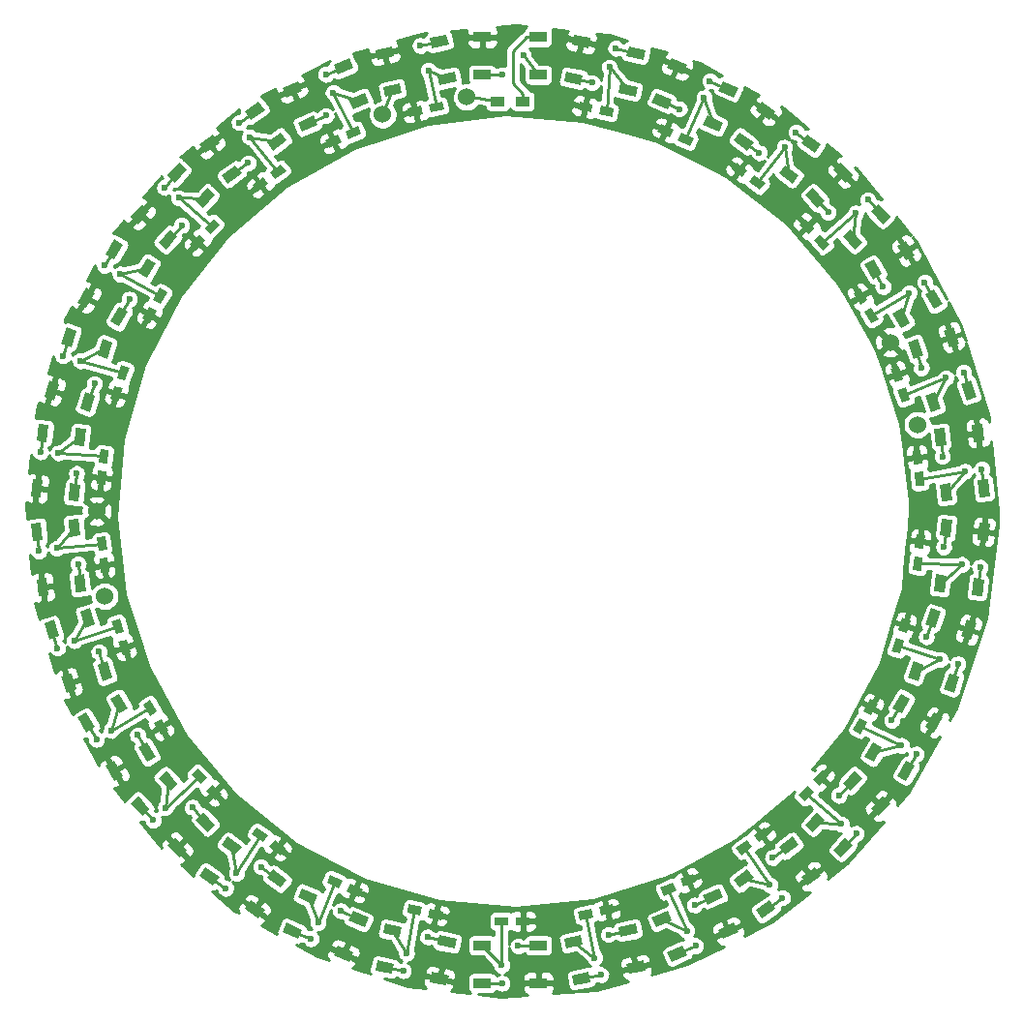
<source format=gtl>
G04 #@! TF.FileFunction,Copper,L1,Top,Signal*
%FSLAX46Y46*%
G04 Gerber Fmt 4.6, Leading zero omitted, Abs format (unit mm)*
G04 Created by KiCad (PCBNEW 4.0.1-stable) date 1/7/2016 3:17:07 PM*
%MOMM*%
G01*
G04 APERTURE LIST*
%ADD10C,0.100000*%
%ADD11R,1.500000X0.900000*%
%ADD12R,1.200000X0.750000*%
%ADD13C,1.524000*%
%ADD14R,1.200000X0.900000*%
%ADD15C,0.600000*%
%ADD16C,0.250000*%
%ADD17C,0.254000*%
G04 APERTURE END LIST*
D10*
G36*
X205278473Y-98007201D02*
X205835832Y-98509049D01*
X205032875Y-99400823D01*
X204475516Y-98898975D01*
X205278473Y-98007201D01*
X205278473Y-98007201D01*
G37*
G36*
X204007125Y-99419177D02*
X204564484Y-99921025D01*
X203761527Y-100812799D01*
X203204168Y-100310951D01*
X204007125Y-99419177D01*
X204007125Y-99419177D01*
G37*
D11*
X180440000Y-33910000D03*
X180440000Y-37210000D03*
X175540000Y-33910000D03*
X175540000Y-37210000D03*
D10*
G36*
X214299231Y-56422243D02*
X215078653Y-55972243D01*
X215828653Y-57271281D01*
X215049231Y-57721281D01*
X214299231Y-56422243D01*
X214299231Y-56422243D01*
G37*
G36*
X211441347Y-58072243D02*
X212220769Y-57622243D01*
X212970769Y-58921281D01*
X212191347Y-59371281D01*
X211441347Y-58072243D01*
X211441347Y-58072243D01*
G37*
G36*
X211849231Y-52178719D02*
X212628653Y-51728719D01*
X213378653Y-53027757D01*
X212599231Y-53477757D01*
X211849231Y-52178719D01*
X211849231Y-52178719D01*
G37*
G36*
X208991347Y-53828719D02*
X209770769Y-53378719D01*
X210520769Y-54677757D01*
X209741347Y-55127757D01*
X208991347Y-53828719D01*
X208991347Y-53828719D01*
G37*
G36*
X200680013Y-109420055D02*
X201209020Y-110148171D01*
X199995495Y-111029849D01*
X199466488Y-110301733D01*
X200680013Y-109420055D01*
X200680013Y-109420055D01*
G37*
G36*
X198740322Y-106750299D02*
X199269329Y-107478415D01*
X198055804Y-108360093D01*
X197526797Y-107631977D01*
X198740322Y-106750299D01*
X198740322Y-106750299D01*
G37*
G36*
X204644196Y-106539907D02*
X205173203Y-107268023D01*
X203959678Y-108149701D01*
X203430671Y-107421585D01*
X204644196Y-106539907D01*
X204644196Y-106539907D01*
G37*
G36*
X202704505Y-103870151D02*
X203233512Y-104598267D01*
X202019987Y-105479945D01*
X201490980Y-104751829D01*
X202704505Y-103870151D01*
X202704505Y-103870151D01*
G37*
G36*
X183875905Y-40274542D02*
X184031838Y-39540932D01*
X185205615Y-39790426D01*
X185049682Y-40524036D01*
X183875905Y-40274542D01*
X183875905Y-40274542D01*
G37*
G36*
X185734385Y-40669574D02*
X185890318Y-39935964D01*
X187064095Y-40185458D01*
X186908162Y-40919068D01*
X185734385Y-40669574D01*
X185734385Y-40669574D01*
G37*
G36*
X190881478Y-42182138D02*
X191186531Y-41496978D01*
X192282786Y-41985062D01*
X191977733Y-42670222D01*
X190881478Y-42182138D01*
X190881478Y-42182138D01*
G37*
G36*
X192617214Y-42954938D02*
X192922267Y-42269778D01*
X194018522Y-42757862D01*
X193713469Y-43443022D01*
X192617214Y-42954938D01*
X192617214Y-42954938D01*
G37*
G36*
X197345604Y-45492314D02*
X197786443Y-44885551D01*
X198757264Y-45590894D01*
X198316425Y-46197657D01*
X197345604Y-45492314D01*
X197345604Y-45492314D01*
G37*
G36*
X198882736Y-46609106D02*
X199323575Y-46002343D01*
X200294396Y-46707686D01*
X199853557Y-47314449D01*
X198882736Y-46609106D01*
X198882736Y-46609106D01*
G37*
G36*
X203264168Y-50289049D02*
X203821527Y-49787201D01*
X204624484Y-50678975D01*
X204067125Y-51180823D01*
X203264168Y-50289049D01*
X203264168Y-50289049D01*
G37*
G36*
X204535516Y-51701025D02*
X205092875Y-51199177D01*
X205895832Y-52090951D01*
X205338473Y-52592799D01*
X204535516Y-51701025D01*
X204535516Y-51701025D01*
G37*
G36*
X207990240Y-56295161D02*
X208639760Y-55920161D01*
X209239760Y-56959391D01*
X208590240Y-57334391D01*
X207990240Y-56295161D01*
X207990240Y-56295161D01*
G37*
G36*
X208940240Y-57940609D02*
X209589760Y-57565609D01*
X210189760Y-58604839D01*
X209540240Y-58979839D01*
X208940240Y-57940609D01*
X208940240Y-57940609D01*
G37*
G36*
X211284378Y-62961743D02*
X211997670Y-62729981D01*
X212368490Y-63871249D01*
X211655198Y-64103011D01*
X211284378Y-62961743D01*
X211284378Y-62961743D01*
G37*
G36*
X211871510Y-64768751D02*
X212584802Y-64536989D01*
X212955622Y-65678257D01*
X212242330Y-65910019D01*
X211871510Y-64768751D01*
X211871510Y-64768751D01*
G37*
G36*
X213155035Y-70137689D02*
X213900927Y-70059293D01*
X214026361Y-71252719D01*
X213280469Y-71331115D01*
X213155035Y-70137689D01*
X213155035Y-70137689D01*
G37*
G36*
X213353639Y-72027281D02*
X214099531Y-71948885D01*
X214224965Y-73142311D01*
X213479073Y-73220707D01*
X213353639Y-72027281D01*
X213353639Y-72027281D01*
G37*
G36*
X213529073Y-77439293D02*
X214274965Y-77517689D01*
X214149531Y-78711115D01*
X213403639Y-78632719D01*
X213529073Y-77439293D01*
X213529073Y-77439293D01*
G37*
G36*
X213330469Y-79328885D02*
X214076361Y-79407281D01*
X213950927Y-80600707D01*
X213205035Y-80522311D01*
X213330469Y-79328885D01*
X213330469Y-79328885D01*
G37*
G36*
X212302330Y-84689981D02*
X213015622Y-84921743D01*
X212644802Y-86063011D01*
X211931510Y-85831249D01*
X212302330Y-84689981D01*
X212302330Y-84689981D01*
G37*
G36*
X211715198Y-86496989D02*
X212428490Y-86728751D01*
X212057670Y-87870019D01*
X211344378Y-87638257D01*
X211715198Y-86496989D01*
X211715198Y-86496989D01*
G37*
G36*
X209500240Y-91850161D02*
X210149760Y-92225161D01*
X209549760Y-93264391D01*
X208900240Y-92889391D01*
X209500240Y-91850161D01*
X209500240Y-91850161D01*
G37*
G36*
X208550240Y-93495609D02*
X209199760Y-93870609D01*
X208599760Y-94909839D01*
X207950240Y-94534839D01*
X208550240Y-93495609D01*
X208550240Y-93495609D01*
G37*
G36*
X200243557Y-103055551D02*
X200684396Y-103662314D01*
X199713575Y-104367657D01*
X199272736Y-103760894D01*
X200243557Y-103055551D01*
X200243557Y-103055551D01*
G37*
G36*
X198706425Y-104172343D02*
X199147264Y-104779106D01*
X198176443Y-105484449D01*
X197735604Y-104877686D01*
X198706425Y-104172343D01*
X198706425Y-104172343D01*
G37*
G36*
X193933469Y-107096978D02*
X194238522Y-107782138D01*
X193142267Y-108270222D01*
X192837214Y-107585062D01*
X193933469Y-107096978D01*
X193933469Y-107096978D01*
G37*
G36*
X192197733Y-107869778D02*
X192502786Y-108554938D01*
X191406531Y-109043022D01*
X191101478Y-108357862D01*
X192197733Y-107869778D01*
X192197733Y-107869778D01*
G37*
G36*
X186958162Y-109780932D02*
X187114095Y-110514542D01*
X185940318Y-110764036D01*
X185784385Y-110030426D01*
X186958162Y-109780932D01*
X186958162Y-109780932D01*
G37*
G36*
X185099682Y-110175964D02*
X185255615Y-110909574D01*
X184081838Y-111159068D01*
X183925905Y-110425458D01*
X185099682Y-110175964D01*
X185099682Y-110175964D01*
G37*
D12*
X179100000Y-111260000D03*
X177200000Y-111260000D03*
D10*
G36*
X172144095Y-110425458D02*
X171988162Y-111159068D01*
X170814385Y-110909574D01*
X170970318Y-110175964D01*
X172144095Y-110425458D01*
X172144095Y-110425458D01*
G37*
G36*
X170285615Y-110030426D02*
X170129682Y-110764036D01*
X168955905Y-110514542D01*
X169111838Y-109780932D01*
X170285615Y-110030426D01*
X170285615Y-110030426D01*
G37*
G36*
X165068522Y-108467862D02*
X164763469Y-109153022D01*
X163667214Y-108664938D01*
X163972267Y-107979778D01*
X165068522Y-108467862D01*
X165068522Y-108467862D01*
G37*
G36*
X163332786Y-107695062D02*
X163027733Y-108380222D01*
X161931478Y-107892138D01*
X162236531Y-107206978D01*
X163332786Y-107695062D01*
X163332786Y-107695062D01*
G37*
G36*
X158334396Y-104877686D02*
X157893557Y-105484449D01*
X156922736Y-104779106D01*
X157363575Y-104172343D01*
X158334396Y-104877686D01*
X158334396Y-104877686D01*
G37*
G36*
X156797264Y-103760894D02*
X156356425Y-104367657D01*
X155385604Y-103662314D01*
X155826443Y-103055551D01*
X156797264Y-103760894D01*
X156797264Y-103760894D01*
G37*
G36*
X152745832Y-100200951D02*
X152188473Y-100702799D01*
X151385516Y-99811025D01*
X151942875Y-99309177D01*
X152745832Y-100200951D01*
X152745832Y-100200951D01*
G37*
G36*
X151474484Y-98788975D02*
X150917125Y-99290823D01*
X150114168Y-98399049D01*
X150671527Y-97897201D01*
X151474484Y-98788975D01*
X151474484Y-98788975D01*
G37*
G36*
X148059760Y-94584839D02*
X147410240Y-94959839D01*
X146810240Y-93920609D01*
X147459760Y-93545609D01*
X148059760Y-94584839D01*
X148059760Y-94584839D01*
G37*
G36*
X147109760Y-92939391D02*
X146460240Y-93314391D01*
X145860240Y-92275161D01*
X146509760Y-91900161D01*
X147109760Y-92939391D01*
X147109760Y-92939391D01*
G37*
G36*
X144785622Y-87748257D02*
X144072330Y-87980019D01*
X143701510Y-86838751D01*
X144414802Y-86606989D01*
X144785622Y-87748257D01*
X144785622Y-87748257D01*
G37*
G36*
X144198490Y-85941249D02*
X143485198Y-86173011D01*
X143114378Y-85031743D01*
X143827670Y-84799981D01*
X144198490Y-85941249D01*
X144198490Y-85941249D01*
G37*
G36*
X142914965Y-80682311D02*
X142169073Y-80760707D01*
X142043639Y-79567281D01*
X142789531Y-79488885D01*
X142914965Y-80682311D01*
X142914965Y-80682311D01*
G37*
G36*
X142716361Y-78792719D02*
X141970469Y-78871115D01*
X141845035Y-77677689D01*
X142590927Y-77599293D01*
X142716361Y-78792719D01*
X142716361Y-78792719D01*
G37*
G36*
X142540927Y-73110707D02*
X141795035Y-73032311D01*
X141920469Y-71838885D01*
X142666361Y-71917281D01*
X142540927Y-73110707D01*
X142540927Y-73110707D01*
G37*
G36*
X142739531Y-71221115D02*
X141993639Y-71142719D01*
X142119073Y-69949293D01*
X142864965Y-70027689D01*
X142739531Y-71221115D01*
X142739531Y-71221115D01*
G37*
G36*
X143717670Y-65800019D02*
X143004378Y-65568257D01*
X143375198Y-64426989D01*
X144088490Y-64658751D01*
X143717670Y-65800019D01*
X143717670Y-65800019D01*
G37*
G36*
X144304802Y-63993011D02*
X143591510Y-63761249D01*
X143962330Y-62619981D01*
X144675622Y-62851743D01*
X144304802Y-63993011D01*
X144304802Y-63993011D01*
G37*
G36*
X146459760Y-58919839D02*
X145810240Y-58544839D01*
X146410240Y-57505609D01*
X147059760Y-57880609D01*
X146459760Y-58919839D01*
X146459760Y-58919839D01*
G37*
G36*
X147409760Y-57274391D02*
X146760240Y-56899391D01*
X147360240Y-55860161D01*
X148009760Y-56235161D01*
X147409760Y-57274391D01*
X147409760Y-57274391D01*
G37*
G36*
X150511527Y-52592799D02*
X149954168Y-52090951D01*
X150757125Y-51199177D01*
X151314484Y-51701025D01*
X150511527Y-52592799D01*
X150511527Y-52592799D01*
G37*
G36*
X151782875Y-51180823D02*
X151225516Y-50678975D01*
X152028473Y-49787201D01*
X152585832Y-50289049D01*
X151782875Y-51180823D01*
X151782875Y-51180823D01*
G37*
G36*
X155876443Y-47484449D02*
X155435604Y-46877686D01*
X156406425Y-46172343D01*
X156847264Y-46779106D01*
X155876443Y-47484449D01*
X155876443Y-47484449D01*
G37*
G36*
X157413575Y-46367657D02*
X156972736Y-45760894D01*
X157943557Y-45055551D01*
X158384396Y-45662314D01*
X157413575Y-46367657D01*
X157413575Y-46367657D01*
G37*
G36*
X162126531Y-43613022D02*
X161821478Y-42927862D01*
X162917733Y-42439778D01*
X163222786Y-43124938D01*
X162126531Y-43613022D01*
X162126531Y-43613022D01*
G37*
G36*
X163862267Y-42840222D02*
X163557214Y-42155062D01*
X164653469Y-41666978D01*
X164958522Y-42352138D01*
X163862267Y-42840222D01*
X163862267Y-42840222D01*
G37*
G36*
X169161838Y-40919068D02*
X169005905Y-40185458D01*
X170179682Y-39935964D01*
X170335615Y-40669574D01*
X169161838Y-40919068D01*
X169161838Y-40919068D01*
G37*
G36*
X171020318Y-40524036D02*
X170864385Y-39790426D01*
X172038162Y-39540932D01*
X172194095Y-40274542D01*
X171020318Y-40524036D01*
X171020318Y-40524036D01*
G37*
G36*
X188162345Y-35609673D02*
X188349466Y-34729340D01*
X189816687Y-35041207D01*
X189629566Y-35921540D01*
X188162345Y-35609673D01*
X188162345Y-35609673D01*
G37*
G36*
X187476236Y-38837560D02*
X187663357Y-37957227D01*
X189130578Y-38269094D01*
X188943457Y-39149427D01*
X187476236Y-38837560D01*
X187476236Y-38837560D01*
G37*
G36*
X183369422Y-34590906D02*
X183556543Y-33710573D01*
X185023764Y-34022440D01*
X184836643Y-34902773D01*
X183369422Y-34590906D01*
X183369422Y-34590906D01*
G37*
G36*
X182683313Y-37818793D02*
X182870434Y-36938460D01*
X184337655Y-37250327D01*
X184150534Y-38130660D01*
X182683313Y-37818793D01*
X182683313Y-37818793D01*
G37*
G36*
X196191111Y-38595198D02*
X196557174Y-37773007D01*
X197927493Y-38383112D01*
X197561430Y-39205303D01*
X196191111Y-38595198D01*
X196191111Y-38595198D01*
G37*
G36*
X194848880Y-41609898D02*
X195214943Y-40787707D01*
X196585262Y-41397812D01*
X196219199Y-42220003D01*
X194848880Y-41609898D01*
X194848880Y-41609898D01*
G37*
G36*
X191714738Y-36602188D02*
X192080801Y-35779997D01*
X193451120Y-36390102D01*
X193085057Y-37212293D01*
X191714738Y-36602188D01*
X191714738Y-36602188D01*
G37*
G36*
X190372507Y-39616888D02*
X190738570Y-38794697D01*
X192108889Y-39404802D01*
X191742826Y-40226993D01*
X190372507Y-39616888D01*
X190372507Y-39616888D01*
G37*
G36*
X203430671Y-43178415D02*
X203959678Y-42450299D01*
X205173203Y-43331977D01*
X204644196Y-44060093D01*
X203430671Y-43178415D01*
X203430671Y-43178415D01*
G37*
G36*
X201490980Y-45848171D02*
X202019987Y-45120055D01*
X203233512Y-46001733D01*
X202704505Y-46729849D01*
X201490980Y-45848171D01*
X201490980Y-45848171D01*
G37*
G36*
X199466488Y-40298267D02*
X199995495Y-39570151D01*
X201209020Y-40451829D01*
X200680013Y-41179945D01*
X199466488Y-40298267D01*
X199466488Y-40298267D01*
G37*
G36*
X197526797Y-42968023D02*
X198055804Y-42239907D01*
X199269329Y-43121585D01*
X198740322Y-43849701D01*
X197526797Y-42968023D01*
X197526797Y-42968023D01*
G37*
G36*
X209549296Y-49170389D02*
X210218126Y-48568172D01*
X211221822Y-49682889D01*
X210552992Y-50285106D01*
X209549296Y-49170389D01*
X209549296Y-49170389D01*
G37*
G36*
X207096918Y-51378520D02*
X207765748Y-50776303D01*
X208769444Y-51891020D01*
X208100614Y-52493237D01*
X207096918Y-51378520D01*
X207096918Y-51378520D01*
G37*
G36*
X206270556Y-45528980D02*
X206939386Y-44926763D01*
X207943082Y-46041480D01*
X207274252Y-46643697D01*
X206270556Y-45528980D01*
X206270556Y-45528980D01*
G37*
G36*
X203818178Y-47737111D02*
X204487008Y-47134894D01*
X205490704Y-48249611D01*
X204821874Y-48851828D01*
X203818178Y-47737111D01*
X203818178Y-47737111D01*
G37*
G36*
X217446597Y-64265975D02*
X218302548Y-63987860D01*
X218766073Y-65414445D01*
X217910122Y-65692560D01*
X217446597Y-64265975D01*
X217446597Y-64265975D01*
G37*
G36*
X214308110Y-65285732D02*
X215164061Y-65007617D01*
X215627586Y-66434202D01*
X214771635Y-66712317D01*
X214308110Y-65285732D01*
X214308110Y-65285732D01*
G37*
G36*
X215932414Y-59605798D02*
X216788365Y-59327683D01*
X217251890Y-60754268D01*
X216395939Y-61032383D01*
X215932414Y-59605798D01*
X215932414Y-59605798D01*
G37*
G36*
X212793927Y-60625555D02*
X213649878Y-60347440D01*
X214113403Y-61774025D01*
X213257452Y-62052140D01*
X212793927Y-60625555D01*
X212793927Y-60625555D01*
G37*
G36*
X218881125Y-72715253D02*
X219776195Y-72621178D01*
X219932987Y-74112961D01*
X219037917Y-74207036D01*
X218881125Y-72715253D01*
X218881125Y-72715253D01*
G37*
G36*
X215599203Y-73060197D02*
X216494273Y-72966122D01*
X216651065Y-74457905D01*
X215755995Y-74551980D01*
X215599203Y-73060197D01*
X215599203Y-73060197D01*
G37*
G36*
X218368935Y-67842095D02*
X219264005Y-67748020D01*
X219420797Y-69239803D01*
X218525727Y-69333878D01*
X218368935Y-67842095D01*
X218368935Y-67842095D01*
G37*
G36*
X215087013Y-68187039D02*
X215982083Y-68092964D01*
X216138875Y-69584747D01*
X215243805Y-69678822D01*
X215087013Y-68187039D01*
X215087013Y-68187039D01*
G37*
G36*
X218525727Y-81266122D02*
X219420797Y-81360197D01*
X219264005Y-82851980D01*
X218368935Y-82757905D01*
X218525727Y-81266122D01*
X218525727Y-81266122D01*
G37*
G36*
X215243805Y-80921178D02*
X216138875Y-81015253D01*
X215982083Y-82507036D01*
X215087013Y-82412961D01*
X215243805Y-80921178D01*
X215243805Y-80921178D01*
G37*
G36*
X219037917Y-76392964D02*
X219932987Y-76487039D01*
X219776195Y-77978822D01*
X218881125Y-77884747D01*
X219037917Y-76392964D01*
X219037917Y-76392964D01*
G37*
G36*
X215755995Y-76048020D02*
X216651065Y-76142095D01*
X216494273Y-77633878D01*
X215599203Y-77539803D01*
X215755995Y-76048020D01*
X215755995Y-76048020D01*
G37*
G36*
X216405939Y-89567617D02*
X217261890Y-89845732D01*
X216798365Y-91272317D01*
X215942414Y-90994202D01*
X216405939Y-89567617D01*
X216405939Y-89567617D01*
G37*
G36*
X213267452Y-88547860D02*
X214123403Y-88825975D01*
X213659878Y-90252560D01*
X212803927Y-89974445D01*
X213267452Y-88547860D01*
X213267452Y-88547860D01*
G37*
G36*
X217920122Y-84907440D02*
X218776073Y-85185555D01*
X218312548Y-86612140D01*
X217456597Y-86334025D01*
X217920122Y-84907440D01*
X217920122Y-84907440D01*
G37*
G36*
X214781635Y-83887683D02*
X215637586Y-84165798D01*
X215174061Y-85592383D01*
X214318110Y-85314268D01*
X214781635Y-83887683D01*
X214781635Y-83887683D01*
G37*
G36*
X212599231Y-97242243D02*
X213378653Y-97692243D01*
X212628653Y-98991281D01*
X211849231Y-98541281D01*
X212599231Y-97242243D01*
X212599231Y-97242243D01*
G37*
G36*
X209741347Y-95592243D02*
X210520769Y-96042243D01*
X209770769Y-97341281D01*
X208991347Y-96891281D01*
X209741347Y-95592243D01*
X209741347Y-95592243D01*
G37*
G36*
X215049231Y-92998719D02*
X215828653Y-93448719D01*
X215078653Y-94747757D01*
X214299231Y-94297757D01*
X215049231Y-92998719D01*
X215049231Y-92998719D01*
G37*
G36*
X212191347Y-91348719D02*
X212970769Y-91798719D01*
X212220769Y-93097757D01*
X211441347Y-92647757D01*
X212191347Y-91348719D01*
X212191347Y-91348719D01*
G37*
G36*
X207274252Y-103956303D02*
X207943082Y-104558520D01*
X206939386Y-105673237D01*
X206270556Y-105071020D01*
X207274252Y-103956303D01*
X207274252Y-103956303D01*
G37*
G36*
X204821874Y-101748172D02*
X205490704Y-102350389D01*
X204487008Y-103465106D01*
X203818178Y-102862889D01*
X204821874Y-101748172D01*
X204821874Y-101748172D01*
G37*
G36*
X210552992Y-100314894D02*
X211221822Y-100917111D01*
X210218126Y-102031828D01*
X209549296Y-101429611D01*
X210552992Y-100314894D01*
X210552992Y-100314894D01*
G37*
G36*
X208100614Y-98106763D02*
X208769444Y-98708980D01*
X207765748Y-99823697D01*
X207096918Y-99221480D01*
X208100614Y-98106763D01*
X208100614Y-98106763D01*
G37*
G36*
X193085057Y-113387707D02*
X193451120Y-114209898D01*
X192080801Y-114820003D01*
X191714738Y-113997812D01*
X193085057Y-113387707D01*
X193085057Y-113387707D01*
G37*
G36*
X191742826Y-110373007D02*
X192108889Y-111195198D01*
X190738570Y-111805303D01*
X190372507Y-110983112D01*
X191742826Y-110373007D01*
X191742826Y-110373007D01*
G37*
G36*
X197561430Y-111394697D02*
X197927493Y-112216888D01*
X196557174Y-112826993D01*
X196191111Y-112004802D01*
X197561430Y-111394697D01*
X197561430Y-111394697D01*
G37*
G36*
X196219199Y-108379997D02*
X196585262Y-109202188D01*
X195214943Y-109812293D01*
X194848880Y-108990102D01*
X196219199Y-108379997D01*
X196219199Y-108379997D01*
G37*
G36*
X184836643Y-115697227D02*
X185023764Y-116577560D01*
X183556543Y-116889427D01*
X183369422Y-116009094D01*
X184836643Y-115697227D01*
X184836643Y-115697227D01*
G37*
G36*
X184150534Y-112469340D02*
X184337655Y-113349673D01*
X182870434Y-113661540D01*
X182683313Y-112781207D01*
X184150534Y-112469340D01*
X184150534Y-112469340D01*
G37*
G36*
X189629566Y-114678460D02*
X189816687Y-115558793D01*
X188349466Y-115870660D01*
X188162345Y-114990327D01*
X189629566Y-114678460D01*
X189629566Y-114678460D01*
G37*
G36*
X188943457Y-111450573D02*
X189130578Y-112330906D01*
X187663357Y-112642773D01*
X187476236Y-111762440D01*
X188943457Y-111450573D01*
X188943457Y-111450573D01*
G37*
D11*
X175540000Y-116690000D03*
X175540000Y-113390000D03*
X180440000Y-116690000D03*
X180440000Y-113390000D03*
D10*
G36*
X167817655Y-114990327D02*
X167630534Y-115870660D01*
X166163313Y-115558793D01*
X166350434Y-114678460D01*
X167817655Y-114990327D01*
X167817655Y-114990327D01*
G37*
G36*
X168503764Y-111762440D02*
X168316643Y-112642773D01*
X166849422Y-112330906D01*
X167036543Y-111450573D01*
X168503764Y-111762440D01*
X168503764Y-111762440D01*
G37*
G36*
X172610578Y-116009094D02*
X172423457Y-116889427D01*
X170956236Y-116577560D01*
X171143357Y-115697227D01*
X172610578Y-116009094D01*
X172610578Y-116009094D01*
G37*
G36*
X173296687Y-112781207D02*
X173109566Y-113661540D01*
X171642345Y-113349673D01*
X171829466Y-112469340D01*
X173296687Y-112781207D01*
X173296687Y-112781207D01*
G37*
G36*
X159788889Y-112004802D02*
X159422826Y-112826993D01*
X158052507Y-112216888D01*
X158418570Y-111394697D01*
X159788889Y-112004802D01*
X159788889Y-112004802D01*
G37*
G36*
X161131120Y-108990102D02*
X160765057Y-109812293D01*
X159394738Y-109202188D01*
X159760801Y-108379997D01*
X161131120Y-108990102D01*
X161131120Y-108990102D01*
G37*
G36*
X164265262Y-113997812D02*
X163899199Y-114820003D01*
X162528880Y-114209898D01*
X162894943Y-113387707D01*
X164265262Y-113997812D01*
X164265262Y-113997812D01*
G37*
G36*
X165607493Y-110983112D02*
X165241430Y-111805303D01*
X163871111Y-111195198D01*
X164237174Y-110373007D01*
X165607493Y-110983112D01*
X165607493Y-110983112D01*
G37*
G36*
X152549329Y-107421585D02*
X152020322Y-108149701D01*
X150806797Y-107268023D01*
X151335804Y-106539907D01*
X152549329Y-107421585D01*
X152549329Y-107421585D01*
G37*
G36*
X154489020Y-104751829D02*
X153960013Y-105479945D01*
X152746488Y-104598267D01*
X153275495Y-103870151D01*
X154489020Y-104751829D01*
X154489020Y-104751829D01*
G37*
G36*
X156513512Y-110301733D02*
X155984505Y-111029849D01*
X154770980Y-110148171D01*
X155299987Y-109420055D01*
X156513512Y-110301733D01*
X156513512Y-110301733D01*
G37*
G36*
X158453203Y-107631977D02*
X157924196Y-108360093D01*
X156710671Y-107478415D01*
X157239678Y-106750299D01*
X158453203Y-107631977D01*
X158453203Y-107631977D01*
G37*
G36*
X146430704Y-101429611D02*
X145761874Y-102031828D01*
X144758178Y-100917111D01*
X145427008Y-100314894D01*
X146430704Y-101429611D01*
X146430704Y-101429611D01*
G37*
G36*
X148883082Y-99221480D02*
X148214252Y-99823697D01*
X147210556Y-98708980D01*
X147879386Y-98106763D01*
X148883082Y-99221480D01*
X148883082Y-99221480D01*
G37*
G36*
X149709444Y-105071020D02*
X149040614Y-105673237D01*
X148036918Y-104558520D01*
X148705748Y-103956303D01*
X149709444Y-105071020D01*
X149709444Y-105071020D01*
G37*
G36*
X152161822Y-102862889D02*
X151492992Y-103465106D01*
X150489296Y-102350389D01*
X151158126Y-101748172D01*
X152161822Y-102862889D01*
X152161822Y-102862889D01*
G37*
G36*
X141680769Y-94297757D02*
X140901347Y-94747757D01*
X140151347Y-93448719D01*
X140930769Y-92998719D01*
X141680769Y-94297757D01*
X141680769Y-94297757D01*
G37*
G36*
X144538653Y-92647757D02*
X143759231Y-93097757D01*
X143009231Y-91798719D01*
X143788653Y-91348719D01*
X144538653Y-92647757D01*
X144538653Y-92647757D01*
G37*
G36*
X144130769Y-98541281D02*
X143351347Y-98991281D01*
X142601347Y-97692243D01*
X143380769Y-97242243D01*
X144130769Y-98541281D01*
X144130769Y-98541281D01*
G37*
G36*
X146988653Y-96891281D02*
X146209231Y-97341281D01*
X145459231Y-96042243D01*
X146238653Y-95592243D01*
X146988653Y-96891281D01*
X146988653Y-96891281D01*
G37*
G36*
X138533403Y-86334025D02*
X137677452Y-86612140D01*
X137213927Y-85185555D01*
X138069878Y-84907440D01*
X138533403Y-86334025D01*
X138533403Y-86334025D01*
G37*
G36*
X141671890Y-85314268D02*
X140815939Y-85592383D01*
X140352414Y-84165798D01*
X141208365Y-83887683D01*
X141671890Y-85314268D01*
X141671890Y-85314268D01*
G37*
G36*
X140047586Y-90994202D02*
X139191635Y-91272317D01*
X138728110Y-89845732D01*
X139584061Y-89567617D01*
X140047586Y-90994202D01*
X140047586Y-90994202D01*
G37*
G36*
X143186073Y-89974445D02*
X142330122Y-90252560D01*
X141866597Y-88825975D01*
X142722548Y-88547860D01*
X143186073Y-89974445D01*
X143186073Y-89974445D01*
G37*
G36*
X137098875Y-77884747D02*
X136203805Y-77978822D01*
X136047013Y-76487039D01*
X136942083Y-76392964D01*
X137098875Y-77884747D01*
X137098875Y-77884747D01*
G37*
G36*
X140380797Y-77539803D02*
X139485727Y-77633878D01*
X139328935Y-76142095D01*
X140224005Y-76048020D01*
X140380797Y-77539803D01*
X140380797Y-77539803D01*
G37*
G36*
X137611065Y-82757905D02*
X136715995Y-82851980D01*
X136559203Y-81360197D01*
X137454273Y-81266122D01*
X137611065Y-82757905D01*
X137611065Y-82757905D01*
G37*
G36*
X140892987Y-82412961D02*
X139997917Y-82507036D01*
X139841125Y-81015253D01*
X140736195Y-80921178D01*
X140892987Y-82412961D01*
X140892987Y-82412961D01*
G37*
G36*
X137454273Y-69333878D02*
X136559203Y-69239803D01*
X136715995Y-67748020D01*
X137611065Y-67842095D01*
X137454273Y-69333878D01*
X137454273Y-69333878D01*
G37*
G36*
X140736195Y-69678822D02*
X139841125Y-69584747D01*
X139997917Y-68092964D01*
X140892987Y-68187039D01*
X140736195Y-69678822D01*
X140736195Y-69678822D01*
G37*
G36*
X136942083Y-74207036D02*
X136047013Y-74112961D01*
X136203805Y-72621178D01*
X137098875Y-72715253D01*
X136942083Y-74207036D01*
X136942083Y-74207036D01*
G37*
G36*
X140224005Y-74551980D02*
X139328935Y-74457905D01*
X139485727Y-72966122D01*
X140380797Y-73060197D01*
X140224005Y-74551980D01*
X140224005Y-74551980D01*
G37*
G36*
X139584061Y-61032383D02*
X138728110Y-60754268D01*
X139191635Y-59327683D01*
X140047586Y-59605798D01*
X139584061Y-61032383D01*
X139584061Y-61032383D01*
G37*
G36*
X142722548Y-62052140D02*
X141866597Y-61774025D01*
X142330122Y-60347440D01*
X143186073Y-60625555D01*
X142722548Y-62052140D01*
X142722548Y-62052140D01*
G37*
G36*
X138069878Y-65692560D02*
X137213927Y-65414445D01*
X137677452Y-63987860D01*
X138533403Y-64265975D01*
X138069878Y-65692560D01*
X138069878Y-65692560D01*
G37*
G36*
X141208365Y-66712317D02*
X140352414Y-66434202D01*
X140815939Y-65007617D01*
X141671890Y-65285732D01*
X141208365Y-66712317D01*
X141208365Y-66712317D01*
G37*
G36*
X143380769Y-53357757D02*
X142601347Y-52907757D01*
X143351347Y-51608719D01*
X144130769Y-52058719D01*
X143380769Y-53357757D01*
X143380769Y-53357757D01*
G37*
G36*
X146238653Y-55007757D02*
X145459231Y-54557757D01*
X146209231Y-53258719D01*
X146988653Y-53708719D01*
X146238653Y-55007757D01*
X146238653Y-55007757D01*
G37*
G36*
X140930769Y-57601281D02*
X140151347Y-57151281D01*
X140901347Y-55852243D01*
X141680769Y-56302243D01*
X140930769Y-57601281D01*
X140930769Y-57601281D01*
G37*
G36*
X143788653Y-59251281D02*
X143009231Y-58801281D01*
X143759231Y-57502243D01*
X144538653Y-57952243D01*
X143788653Y-59251281D01*
X143788653Y-59251281D01*
G37*
G36*
X148705748Y-46643697D02*
X148036918Y-46041480D01*
X149040614Y-44926763D01*
X149709444Y-45528980D01*
X148705748Y-46643697D01*
X148705748Y-46643697D01*
G37*
G36*
X151158126Y-48851828D02*
X150489296Y-48249611D01*
X151492992Y-47134894D01*
X152161822Y-47737111D01*
X151158126Y-48851828D01*
X151158126Y-48851828D01*
G37*
G36*
X145427008Y-50285106D02*
X144758178Y-49682889D01*
X145761874Y-48568172D01*
X146430704Y-49170389D01*
X145427008Y-50285106D01*
X145427008Y-50285106D01*
G37*
G36*
X147879386Y-52493237D02*
X147210556Y-51891020D01*
X148214252Y-50776303D01*
X148883082Y-51378520D01*
X147879386Y-52493237D01*
X147879386Y-52493237D01*
G37*
G36*
X155299987Y-41179945D02*
X154770980Y-40451829D01*
X155984505Y-39570151D01*
X156513512Y-40298267D01*
X155299987Y-41179945D01*
X155299987Y-41179945D01*
G37*
G36*
X157239678Y-43849701D02*
X156710671Y-43121585D01*
X157924196Y-42239907D01*
X158453203Y-42968023D01*
X157239678Y-43849701D01*
X157239678Y-43849701D01*
G37*
G36*
X151335804Y-44060093D02*
X150806797Y-43331977D01*
X152020322Y-42450299D01*
X152549329Y-43178415D01*
X151335804Y-44060093D01*
X151335804Y-44060093D01*
G37*
G36*
X153275495Y-46729849D02*
X152746488Y-46001733D01*
X153960013Y-45120055D01*
X154489020Y-45848171D01*
X153275495Y-46729849D01*
X153275495Y-46729849D01*
G37*
G36*
X162894943Y-37212293D02*
X162528880Y-36390102D01*
X163899199Y-35779997D01*
X164265262Y-36602188D01*
X162894943Y-37212293D01*
X162894943Y-37212293D01*
G37*
G36*
X164237174Y-40226993D02*
X163871111Y-39404802D01*
X165241430Y-38794697D01*
X165607493Y-39616888D01*
X164237174Y-40226993D01*
X164237174Y-40226993D01*
G37*
G36*
X158418570Y-39205303D02*
X158052507Y-38383112D01*
X159422826Y-37773007D01*
X159788889Y-38595198D01*
X158418570Y-39205303D01*
X158418570Y-39205303D01*
G37*
G36*
X159760801Y-42220003D02*
X159394738Y-41397812D01*
X160765057Y-40787707D01*
X161131120Y-41609898D01*
X159760801Y-42220003D01*
X159760801Y-42220003D01*
G37*
G36*
X171143357Y-34902773D02*
X170956236Y-34022440D01*
X172423457Y-33710573D01*
X172610578Y-34590906D01*
X171143357Y-34902773D01*
X171143357Y-34902773D01*
G37*
G36*
X171829466Y-38130660D02*
X171642345Y-37250327D01*
X173109566Y-36938460D01*
X173296687Y-37818793D01*
X171829466Y-38130660D01*
X171829466Y-38130660D01*
G37*
G36*
X166350434Y-35921540D02*
X166163313Y-35041207D01*
X167630534Y-34729340D01*
X167817655Y-35609673D01*
X166350434Y-35921540D01*
X166350434Y-35921540D01*
G37*
G36*
X167036543Y-39149427D02*
X166849422Y-38269094D01*
X168316643Y-37957227D01*
X168503764Y-38837560D01*
X167036543Y-39149427D01*
X167036543Y-39149427D01*
G37*
D13*
X141810000Y-75390000D03*
X174180000Y-39160000D03*
X142500000Y-82840000D03*
X211230000Y-60610000D03*
X213600000Y-67830000D03*
X166830000Y-40700000D03*
D14*
X176880000Y-39560000D03*
X179080000Y-39560000D03*
D15*
X179130000Y-35520000D03*
X170830000Y-36820000D03*
X162500000Y-38780000D03*
X155190000Y-42660000D03*
X149000000Y-47990000D03*
X143860000Y-54660000D03*
X140380000Y-62240000D03*
X138470000Y-70300000D03*
X138320000Y-78620000D03*
X139860000Y-86730000D03*
X143090000Y-94580000D03*
X147830000Y-101340000D03*
X154050000Y-107070000D03*
X161180000Y-111370000D03*
X168920000Y-114060000D03*
X177230000Y-115110000D03*
X185360000Y-114460000D03*
X193430000Y-112090000D03*
X200700000Y-108080000D03*
X206940000Y-102760000D03*
X212200000Y-95890000D03*
X215600000Y-88370000D03*
X217480000Y-80060000D03*
X217750000Y-71910000D03*
X216080000Y-63740000D03*
X212870000Y-56300000D03*
X208210000Y-49310000D03*
X201980000Y-43560000D03*
X194940000Y-39230000D03*
X186670000Y-36550000D03*
X187220000Y-34900000D03*
X177260000Y-37230000D03*
X195450000Y-37750000D03*
X185140000Y-37900000D03*
X154270000Y-41390000D03*
X149230000Y-50390000D03*
X217140000Y-88760000D03*
X215900000Y-78540000D03*
X161850000Y-37190000D03*
X155060000Y-44930000D03*
X170120000Y-34670000D03*
X161870000Y-40780000D03*
X141790000Y-95360000D03*
X150190000Y-101300000D03*
X213500000Y-96640000D03*
X214380000Y-86380000D03*
X208260000Y-103590000D03*
X211370000Y-93700000D03*
X201780000Y-109220000D03*
X206720000Y-100260000D03*
X194200000Y-113410000D03*
X200940000Y-105700000D03*
X185910000Y-115950000D03*
X194120000Y-109850000D03*
X177270000Y-116700000D03*
X186600000Y-112430000D03*
X168620000Y-115600000D03*
X178690000Y-113430000D03*
X160550000Y-112800000D03*
X170770000Y-112650000D03*
X153090000Y-108390000D03*
X163150000Y-110360000D03*
X146750000Y-102410000D03*
X156180000Y-106500000D03*
X138380000Y-87380000D03*
X145390000Y-94980000D03*
X136750000Y-78880000D03*
X142000000Y-87700000D03*
X136880000Y-70210000D03*
X140190000Y-80020000D03*
X138870000Y-61810000D03*
X140050000Y-72100000D03*
X142500000Y-53910000D03*
X141610000Y-64230000D03*
X202980000Y-42250000D03*
X192780000Y-40210000D03*
X209280000Y-48160000D03*
X199770000Y-44050000D03*
X214250000Y-55370000D03*
X205800000Y-49240000D03*
X217640000Y-63260000D03*
X210590000Y-55750000D03*
X219230000Y-71710000D03*
X213950000Y-62870000D03*
X219090000Y-80300000D03*
X215780000Y-70610000D03*
X147750000Y-47080000D03*
X144660000Y-56840000D03*
D16*
X180440000Y-37210000D02*
X179130000Y-35520000D01*
X171529240Y-40032484D02*
X170830000Y-36820000D01*
X170830000Y-36820000D02*
X172469516Y-37534560D01*
X164257868Y-42253600D02*
X162500000Y-38780000D01*
X162500000Y-38780000D02*
X164739302Y-39510845D01*
X157678566Y-45711604D02*
X155190000Y-42660000D01*
X155190000Y-42660000D02*
X157581937Y-43044804D01*
X151905674Y-50484012D02*
X149000000Y-47990000D01*
X149000000Y-47990000D02*
X151325559Y-47993361D01*
X147385000Y-56567276D02*
X143860000Y-54660000D01*
X143860000Y-54660000D02*
X146223942Y-54133238D01*
X144133566Y-63306496D02*
X140380000Y-62240000D01*
X140380000Y-62240000D02*
X142526335Y-61199790D01*
X142429302Y-70585204D02*
X138470000Y-70300000D01*
X138470000Y-70300000D02*
X140367056Y-68885893D01*
X142280698Y-78235204D02*
X138320000Y-78620000D01*
X138320000Y-78620000D02*
X139854866Y-76840949D01*
X143656434Y-85486496D02*
X139860000Y-86730000D01*
X139860000Y-86730000D02*
X141012152Y-84740033D01*
X146485000Y-92607276D02*
X143090000Y-94580000D01*
X143090000Y-94580000D02*
X143773942Y-92223238D01*
X150794326Y-98594012D02*
X147830000Y-101340000D01*
X147830000Y-101340000D02*
X148046819Y-98965230D01*
X156091434Y-103711604D02*
X154050000Y-107070000D01*
X154050000Y-107070000D02*
X153617754Y-104675048D01*
X162632132Y-107793600D02*
X161180000Y-111370000D01*
X160262929Y-109096145D02*
X161180000Y-111370000D01*
X169620760Y-110272484D02*
X168920000Y-114060000D01*
X168920000Y-114060000D02*
X167676593Y-112046673D01*
X177200000Y-111260000D02*
X177230000Y-115110000D01*
X175540000Y-113390000D02*
X177230000Y-115110000D01*
X184590760Y-110667516D02*
X185360000Y-114460000D01*
X185360000Y-114460000D02*
X183510484Y-113065440D01*
X191802132Y-108456400D02*
X193430000Y-112090000D01*
X193430000Y-112090000D02*
X191240698Y-111089155D01*
X198441434Y-104828396D02*
X200700000Y-108080000D01*
X200700000Y-108080000D02*
X198398063Y-107555196D01*
X203884326Y-100115988D02*
X206940000Y-102760000D01*
X206940000Y-102760000D02*
X204654441Y-102606639D01*
X208575000Y-94202724D02*
X212200000Y-95890000D01*
X212200000Y-95890000D02*
X209756058Y-96466762D01*
X211886434Y-87183504D02*
X215600000Y-88370000D01*
X215600000Y-88370000D02*
X213463665Y-89400210D01*
X213640698Y-79964796D02*
X217480000Y-80060000D01*
X217480000Y-80060000D02*
X215612944Y-81714107D01*
X213789302Y-72584796D02*
X217750000Y-71910000D01*
X217750000Y-71910000D02*
X216125134Y-73759051D01*
X212413566Y-65223504D02*
X216080000Y-63740000D01*
X216080000Y-63740000D02*
X214967848Y-65859967D01*
X209565000Y-58272724D02*
X212870000Y-56300000D01*
X212870000Y-56300000D02*
X212206058Y-58496762D01*
X205215674Y-51895988D02*
X208210000Y-49310000D01*
X208210000Y-49310000D02*
X207933181Y-51634770D01*
X199588566Y-46658396D02*
X201980000Y-43560000D01*
X201980000Y-43560000D02*
X202362246Y-45924952D01*
X193317868Y-42856400D02*
X194940000Y-39230000D01*
X195717071Y-41503855D02*
X194940000Y-39230000D01*
X186399240Y-40427516D02*
X186670000Y-36550000D01*
X186670000Y-36550000D02*
X188303407Y-38553327D01*
X180440000Y-33910000D02*
X179440000Y-33910000D01*
X179440000Y-33910000D02*
X178214999Y-35135001D01*
X178214999Y-35135001D02*
X178214999Y-37994999D01*
X178214999Y-37994999D02*
X179080000Y-38860000D01*
X179080000Y-38860000D02*
X179080000Y-39560000D01*
X175540000Y-37210000D02*
X177260000Y-37230000D01*
X187220000Y-34900000D02*
X188989516Y-35325440D01*
X183510484Y-37534560D02*
X185140000Y-37900000D01*
X195450000Y-37750000D02*
X197059302Y-38489155D01*
X148046819Y-51634770D02*
X149230000Y-50390000D01*
X154270000Y-41390000D02*
X155642246Y-40375048D01*
X216125134Y-76840949D02*
X215900000Y-78540000D01*
X217140000Y-88760000D02*
X216602152Y-90419967D01*
X153617754Y-45924952D02*
X155060000Y-44930000D01*
X161850000Y-37190000D02*
X163397071Y-36496145D01*
X160262929Y-41503855D02*
X161870000Y-40780000D01*
X170120000Y-34670000D02*
X171783407Y-34306673D01*
X166830000Y-40700000D02*
X167676593Y-38553327D01*
X151325559Y-102606639D02*
X150190000Y-101300000D01*
X141790000Y-95360000D02*
X140916058Y-93873238D01*
X214977848Y-84740033D02*
X214380000Y-86380000D01*
X213500000Y-96640000D02*
X212613942Y-98116762D01*
X212206058Y-92223238D02*
X211370000Y-93700000D01*
X208260000Y-103590000D02*
X207106819Y-104814770D01*
X207933181Y-98965230D02*
X206720000Y-100260000D01*
X201780000Y-109220000D02*
X200337754Y-110224952D01*
X202362246Y-104675048D02*
X200940000Y-105700000D01*
X194200000Y-113410000D02*
X192582929Y-114103855D01*
X195717071Y-109096145D02*
X194120000Y-109850000D01*
X185910000Y-115950000D02*
X184196593Y-116293327D01*
X188303407Y-112046673D02*
X186600000Y-112430000D01*
X177270000Y-116700000D02*
X175540000Y-116690000D01*
X180440000Y-113390000D02*
X178690000Y-113430000D01*
X168620000Y-115600000D02*
X166990484Y-115274560D01*
X172469516Y-113065440D02*
X170770000Y-112650000D01*
X160550000Y-112800000D02*
X158920698Y-112110845D01*
X164739302Y-111089155D02*
X163150000Y-110360000D01*
X153090000Y-108390000D02*
X151678063Y-107344804D01*
X157581937Y-107555196D02*
X156180000Y-106500000D01*
X146750000Y-102410000D02*
X145594441Y-101173361D01*
X146223942Y-96466762D02*
X145390000Y-94980000D01*
X138380000Y-87380000D02*
X137873665Y-85759790D01*
X142526335Y-89400210D02*
X142000000Y-87700000D01*
X136750000Y-78880000D02*
X136572944Y-77185893D01*
X140367056Y-81714107D02*
X140190000Y-80020000D01*
X136880000Y-70210000D02*
X137085134Y-68540949D01*
X139854866Y-73759051D02*
X140050000Y-72100000D01*
X138870000Y-61810000D02*
X139387848Y-60180033D01*
X141012152Y-65859967D02*
X141610000Y-64230000D01*
X142500000Y-53910000D02*
X143366058Y-52483238D01*
X191240698Y-39510845D02*
X192780000Y-40210000D01*
X202980000Y-42250000D02*
X204301937Y-43255196D01*
X198398063Y-43044804D02*
X199770000Y-44050000D01*
X209280000Y-48160000D02*
X210385559Y-49426639D01*
X204654441Y-47993361D02*
X205800000Y-49240000D01*
X214250000Y-55370000D02*
X215063942Y-56846762D01*
X209756058Y-54253238D02*
X210590000Y-55750000D01*
X217640000Y-63260000D02*
X218106335Y-64840210D01*
X213453665Y-61199790D02*
X213950000Y-62870000D01*
X219230000Y-71710000D02*
X219407056Y-73414107D01*
X215612944Y-68885893D02*
X215780000Y-70610000D01*
X219090000Y-80300000D02*
X218894866Y-82059051D01*
X143773942Y-58376762D02*
X144660000Y-56840000D01*
X147750000Y-47080000D02*
X148873181Y-45785230D01*
X174180000Y-39160000D02*
X174230000Y-39060000D01*
X174230000Y-39060000D02*
X176880000Y-39560000D01*
X180440000Y-116690000D02*
X180140000Y-116690000D01*
D17*
G36*
X179453452Y-32988000D02*
X179339310Y-33063215D01*
X179242652Y-33176624D01*
X179181416Y-33312471D01*
X179181399Y-33312589D01*
X179138332Y-33335488D01*
X179084895Y-33363187D01*
X179082216Y-33365325D01*
X179079189Y-33366935D01*
X179032494Y-33405018D01*
X178985448Y-33442575D01*
X178980676Y-33447280D01*
X178980578Y-33447360D01*
X178980503Y-33447450D01*
X178978966Y-33448966D01*
X177753965Y-34673967D01*
X177715689Y-34720566D01*
X177677025Y-34766643D01*
X177675375Y-34769645D01*
X177673197Y-34772296D01*
X177644727Y-34825393D01*
X177615723Y-34878151D01*
X177614686Y-34881419D01*
X177613066Y-34884441D01*
X177595448Y-34942067D01*
X177577247Y-34999443D01*
X177576865Y-35002847D01*
X177575862Y-35006128D01*
X177569771Y-35066090D01*
X177563063Y-35125898D01*
X177563016Y-35132599D01*
X177563003Y-35132726D01*
X177563014Y-35132844D01*
X177562999Y-35135001D01*
X177562999Y-36460235D01*
X177505734Y-36436163D01*
X177346863Y-36403551D01*
X177184684Y-36402419D01*
X177025374Y-36432809D01*
X176875001Y-36493564D01*
X176776331Y-36558131D01*
X176768776Y-36533735D01*
X176686785Y-36409310D01*
X176573376Y-36312652D01*
X176437529Y-36251416D01*
X176290000Y-36230451D01*
X174790000Y-36230451D01*
X174706077Y-36237143D01*
X174563735Y-36281224D01*
X174439310Y-36363215D01*
X174342652Y-36476624D01*
X174281416Y-36612471D01*
X174260451Y-36760000D01*
X174260451Y-37660000D01*
X174267143Y-37743923D01*
X174306744Y-37871798D01*
X174062609Y-37870094D01*
X173814301Y-37917461D01*
X173811520Y-37918584D01*
X173824830Y-37857357D01*
X173814664Y-37708693D01*
X173627543Y-36828360D01*
X173603549Y-36747663D01*
X173530837Y-36617597D01*
X173424768Y-36512937D01*
X173293741Y-36441971D01*
X173148131Y-36410317D01*
X172999467Y-36420483D01*
X172021949Y-36628261D01*
X171562499Y-36428015D01*
X171473980Y-36294783D01*
X171359700Y-36179703D01*
X171225244Y-36089011D01*
X171075734Y-36026163D01*
X170916863Y-35993551D01*
X170754684Y-35992419D01*
X170595374Y-36022809D01*
X170445001Y-36083564D01*
X170309292Y-36172369D01*
X170193416Y-36285843D01*
X170101788Y-36419662D01*
X170037898Y-36568730D01*
X170004178Y-36727369D01*
X170001913Y-36889536D01*
X170031191Y-37049055D01*
X170090894Y-37199849D01*
X170178750Y-37336174D01*
X170291412Y-37452839D01*
X170302096Y-37460264D01*
X170700052Y-39288575D01*
X170673589Y-39296443D01*
X170543522Y-39369155D01*
X170515896Y-39397153D01*
X170473075Y-39369345D01*
X170356896Y-39322994D01*
X170233907Y-39300200D01*
X170108833Y-39301837D01*
X169740275Y-39380176D01*
X169618000Y-39568463D01*
X169768580Y-40276886D01*
X169788142Y-40272728D01*
X169840953Y-40521178D01*
X169821390Y-40525336D01*
X169971970Y-41233759D01*
X170160256Y-41356034D01*
X170528815Y-41277695D01*
X170643741Y-41228318D01*
X170746826Y-41157471D01*
X170834109Y-41067873D01*
X170861305Y-41025995D01*
X170981754Y-41052179D01*
X171130417Y-41042013D01*
X172304194Y-40792519D01*
X172384891Y-40768525D01*
X172514958Y-40695813D01*
X172619618Y-40589744D01*
X172690584Y-40458717D01*
X172722238Y-40313107D01*
X172712072Y-40164443D01*
X172556139Y-39430833D01*
X172532145Y-39350135D01*
X172459433Y-39220069D01*
X172353364Y-39115409D01*
X172222337Y-39044443D01*
X172076726Y-39012789D01*
X171976054Y-39019673D01*
X171895943Y-38651620D01*
X171939565Y-38648637D01*
X173143011Y-38392837D01*
X173044975Y-38536015D01*
X172945392Y-38768359D01*
X172892835Y-39015621D01*
X172889306Y-39268383D01*
X172934938Y-39517016D01*
X173027995Y-39752050D01*
X173164931Y-39964534D01*
X173340531Y-40146373D01*
X173548106Y-40290641D01*
X173779750Y-40391844D01*
X174026639Y-40446126D01*
X174279369Y-40451420D01*
X174528315Y-40407524D01*
X174763993Y-40316110D01*
X174977428Y-40180661D01*
X175160488Y-40006335D01*
X175227268Y-39911668D01*
X175750482Y-40010387D01*
X175757143Y-40093923D01*
X175801224Y-40236265D01*
X175883215Y-40360690D01*
X175996624Y-40457348D01*
X176132471Y-40518584D01*
X176280000Y-40539549D01*
X177480000Y-40539549D01*
X177563923Y-40532857D01*
X177706265Y-40488776D01*
X177830690Y-40406785D01*
X177927348Y-40293376D01*
X177981623Y-40172971D01*
X178001224Y-40236265D01*
X178083215Y-40360690D01*
X178196624Y-40457348D01*
X178332471Y-40518584D01*
X178480000Y-40539549D01*
X179680000Y-40539549D01*
X179763923Y-40532857D01*
X179906265Y-40488776D01*
X180030690Y-40406785D01*
X180097183Y-40328768D01*
X183240141Y-40328768D01*
X183262935Y-40451756D01*
X183309286Y-40567936D01*
X183377411Y-40672841D01*
X183464694Y-40762439D01*
X183567779Y-40833286D01*
X183682705Y-40882663D01*
X184051264Y-40961002D01*
X184239550Y-40838727D01*
X184390130Y-40130304D01*
X183461624Y-39932944D01*
X183273337Y-40055219D01*
X183267784Y-40081343D01*
X183241778Y-40203694D01*
X183240141Y-40328768D01*
X180097183Y-40328768D01*
X180127348Y-40293376D01*
X180188584Y-40157529D01*
X180209549Y-40010000D01*
X180209549Y-39496207D01*
X183392158Y-39496207D01*
X183514433Y-39684494D01*
X184442940Y-39881854D01*
X184593520Y-39173431D01*
X184471245Y-38985144D01*
X184102687Y-38906805D01*
X183977613Y-38905168D01*
X183854624Y-38927962D01*
X183738445Y-38974313D01*
X183633540Y-39042439D01*
X183543942Y-39129721D01*
X183473094Y-39232806D01*
X183423718Y-39347732D01*
X183397711Y-39470083D01*
X183392158Y-39496207D01*
X180209549Y-39496207D01*
X180209549Y-39110000D01*
X180202857Y-39026077D01*
X180158776Y-38883735D01*
X180076785Y-38759310D01*
X179963376Y-38662652D01*
X179827529Y-38601416D01*
X179680000Y-38580451D01*
X179666273Y-38580451D01*
X179654512Y-38558332D01*
X179626813Y-38504895D01*
X179624675Y-38502216D01*
X179623065Y-38499189D01*
X179584982Y-38452494D01*
X179547425Y-38405448D01*
X179542720Y-38400676D01*
X179542640Y-38400578D01*
X179542550Y-38400503D01*
X179541034Y-38398966D01*
X178866999Y-37724931D01*
X178866999Y-36307617D01*
X178873207Y-36310329D01*
X178926816Y-36322116D01*
X179176841Y-36644667D01*
X179160451Y-36760000D01*
X179160451Y-37660000D01*
X179167143Y-37743923D01*
X179211224Y-37886265D01*
X179293215Y-38010690D01*
X179406624Y-38107348D01*
X179542471Y-38168584D01*
X179690000Y-38189549D01*
X181190000Y-38189549D01*
X181273923Y-38182857D01*
X181416265Y-38138776D01*
X181540690Y-38056785D01*
X181637348Y-37943376D01*
X181698584Y-37807529D01*
X181700766Y-37792174D01*
X182154433Y-37792174D01*
X182167956Y-37940570D01*
X182222286Y-38079324D01*
X182313121Y-38197448D01*
X182433268Y-38285590D01*
X182573214Y-38336770D01*
X184040435Y-38648637D01*
X184123915Y-38659540D01*
X184272311Y-38646017D01*
X184411064Y-38591687D01*
X184529189Y-38500853D01*
X184547034Y-38476529D01*
X184601412Y-38532839D01*
X184734588Y-38625399D01*
X184883207Y-38690329D01*
X185041606Y-38725155D01*
X185203754Y-38728552D01*
X185363473Y-38700389D01*
X185514680Y-38641740D01*
X185651615Y-38554838D01*
X185769064Y-38442993D01*
X185862551Y-38310466D01*
X185899236Y-38228071D01*
X185816267Y-39416258D01*
X185768541Y-39420607D01*
X185731917Y-39434948D01*
X185704109Y-39392127D01*
X185616826Y-39302529D01*
X185513741Y-39231682D01*
X185398815Y-39182305D01*
X185030256Y-39103966D01*
X184841970Y-39226241D01*
X184691390Y-39934664D01*
X184710953Y-39938822D01*
X184658142Y-40187272D01*
X184638580Y-40183114D01*
X184488000Y-40891537D01*
X184610275Y-41079824D01*
X184978833Y-41158163D01*
X185103907Y-41159800D01*
X185226896Y-41137006D01*
X185343075Y-41090655D01*
X185384953Y-41063459D01*
X185484340Y-41136371D01*
X185624286Y-41187551D01*
X186798063Y-41437045D01*
X186881543Y-41447948D01*
X187029939Y-41434425D01*
X187168693Y-41380095D01*
X187246536Y-41320235D01*
X190570128Y-41320235D01*
X190650584Y-41529829D01*
X191517767Y-41915924D01*
X191812346Y-41254289D01*
X191731890Y-41044694D01*
X191387674Y-40891439D01*
X191265674Y-40863833D01*
X191140633Y-40860559D01*
X191017355Y-40881742D01*
X190900579Y-40926568D01*
X190794792Y-40993315D01*
X190704060Y-41079417D01*
X190631868Y-41181566D01*
X190580991Y-41295836D01*
X190570128Y-41320235D01*
X187246536Y-41320235D01*
X187286817Y-41289260D01*
X187374959Y-41169113D01*
X187426139Y-41029167D01*
X187582072Y-40295557D01*
X187592975Y-40212077D01*
X187579452Y-40063681D01*
X187525122Y-39924927D01*
X187434287Y-39806803D01*
X187314140Y-39718661D01*
X187174194Y-39667481D01*
X187106898Y-39653177D01*
X187135882Y-39238105D01*
X187226191Y-39304357D01*
X187366137Y-39355537D01*
X188833358Y-39667404D01*
X188916838Y-39678307D01*
X189065234Y-39664784D01*
X189156992Y-39628855D01*
X189843093Y-39628855D01*
X189867387Y-39775873D01*
X189931677Y-39910301D01*
X190030873Y-40021497D01*
X190157120Y-40100655D01*
X191527439Y-40710760D01*
X191606828Y-40738781D01*
X191754793Y-40756407D01*
X191901811Y-40732113D01*
X192036239Y-40667823D01*
X192071102Y-40636722D01*
X192128750Y-40726174D01*
X192241412Y-40842839D01*
X192374588Y-40935399D01*
X192523207Y-41000329D01*
X192681606Y-41035155D01*
X192843754Y-41038552D01*
X193003473Y-41010389D01*
X193154680Y-40951740D01*
X193291615Y-40864838D01*
X193409064Y-40752993D01*
X193502551Y-40620466D01*
X193568517Y-40472305D01*
X193604448Y-40314152D01*
X193607035Y-40128909D01*
X193575533Y-39969814D01*
X193513730Y-39819869D01*
X193423980Y-39684783D01*
X193309700Y-39569703D01*
X193175244Y-39479011D01*
X193025734Y-39416163D01*
X192866863Y-39383551D01*
X192704684Y-39382419D01*
X192638029Y-39395134D01*
X192638303Y-39392835D01*
X192614009Y-39245817D01*
X192549719Y-39111389D01*
X192450523Y-39000193D01*
X192324276Y-38921035D01*
X190953957Y-38310930D01*
X190874568Y-38282909D01*
X190726603Y-38265283D01*
X190579585Y-38289577D01*
X190445157Y-38353867D01*
X190333961Y-38453063D01*
X190254803Y-38579310D01*
X189888740Y-39401501D01*
X189860719Y-39480890D01*
X189843093Y-39628855D01*
X189156992Y-39628855D01*
X189203987Y-39610454D01*
X189322112Y-39519620D01*
X189410254Y-39399473D01*
X189461434Y-39259527D01*
X189648555Y-38379194D01*
X189659458Y-38295713D01*
X189645935Y-38147317D01*
X189591605Y-38008563D01*
X189500770Y-37890439D01*
X189380623Y-37802297D01*
X189240677Y-37751117D01*
X188333332Y-37558255D01*
X188199385Y-37393972D01*
X192322209Y-37393972D01*
X192402665Y-37603567D01*
X192883914Y-37817832D01*
X193005914Y-37845438D01*
X193130954Y-37848713D01*
X193254232Y-37827530D01*
X193371009Y-37782704D01*
X193476796Y-37715957D01*
X193567528Y-37629855D01*
X193639720Y-37527706D01*
X193690596Y-37413436D01*
X193731964Y-37320521D01*
X193651509Y-37110926D01*
X192647294Y-36663821D01*
X192322209Y-37393972D01*
X188199385Y-37393972D01*
X187591229Y-36648086D01*
X191078319Y-36648086D01*
X191099501Y-36771364D01*
X191144328Y-36888140D01*
X191211075Y-36993927D01*
X191297177Y-37084659D01*
X191399326Y-37156851D01*
X191880574Y-37371117D01*
X192090169Y-37290661D01*
X192415253Y-36560510D01*
X191411038Y-36113404D01*
X191201444Y-36193860D01*
X191160075Y-36286775D01*
X191109199Y-36401045D01*
X191081593Y-36523045D01*
X191078319Y-36648086D01*
X187591229Y-36648086D01*
X187496161Y-36531489D01*
X187497035Y-36468909D01*
X187465533Y-36309814D01*
X187403730Y-36159869D01*
X187313980Y-36024783D01*
X187199700Y-35909703D01*
X187065244Y-35819011D01*
X186915734Y-35756163D01*
X186756863Y-35723551D01*
X186594684Y-35722419D01*
X186435374Y-35752809D01*
X186285001Y-35813564D01*
X186149292Y-35902369D01*
X186033416Y-36015843D01*
X185941788Y-36149662D01*
X185877898Y-36298730D01*
X185844178Y-36457369D01*
X185841913Y-36619536D01*
X185871191Y-36779055D01*
X185930894Y-36929849D01*
X185984121Y-37012441D01*
X185938034Y-37672446D01*
X185935533Y-37659814D01*
X185873730Y-37509869D01*
X185783980Y-37374783D01*
X185669700Y-37259703D01*
X185535244Y-37169011D01*
X185385734Y-37106163D01*
X185226863Y-37073551D01*
X185064684Y-37072419D01*
X184905374Y-37102809D01*
X184851462Y-37124591D01*
X184798682Y-36989796D01*
X184707847Y-36871672D01*
X184587700Y-36783530D01*
X184447754Y-36732350D01*
X182980533Y-36420483D01*
X182897053Y-36409580D01*
X182748657Y-36423103D01*
X182609904Y-36477433D01*
X182491779Y-36568267D01*
X182403637Y-36688414D01*
X182352457Y-36828360D01*
X182165336Y-37708693D01*
X182154433Y-37792174D01*
X181700766Y-37792174D01*
X181719549Y-37660000D01*
X181719549Y-36760000D01*
X181712857Y-36676077D01*
X181668776Y-36533735D01*
X181586785Y-36409310D01*
X181473376Y-36312652D01*
X181337529Y-36251416D01*
X181190000Y-36230451D01*
X180505647Y-36230451D01*
X179955886Y-35521217D01*
X179957035Y-35438909D01*
X179925533Y-35279814D01*
X179863730Y-35129869D01*
X179773980Y-34994783D01*
X179666106Y-34886153D01*
X179690000Y-34889549D01*
X181190000Y-34889549D01*
X181273923Y-34882857D01*
X181416265Y-34838776D01*
X181540690Y-34756785D01*
X181635852Y-34645131D01*
X182733658Y-34645131D01*
X182756452Y-34768120D01*
X182802803Y-34884299D01*
X182870929Y-34989204D01*
X182958212Y-35078802D01*
X183061296Y-35149650D01*
X183176223Y-35199026D01*
X183691503Y-35308552D01*
X183798469Y-35239087D01*
X184128240Y-35239087D01*
X184250514Y-35427374D01*
X184765795Y-35536900D01*
X184890869Y-35538537D01*
X185013857Y-35515743D01*
X185130037Y-35469392D01*
X185234942Y-35401266D01*
X185324540Y-35313983D01*
X185395387Y-35210899D01*
X185444764Y-35095972D01*
X185470770Y-34973622D01*
X185491917Y-34874136D01*
X185369642Y-34685849D01*
X184294413Y-34457303D01*
X184128240Y-35239087D01*
X183798469Y-35239087D01*
X183879790Y-35186277D01*
X184045963Y-34404493D01*
X182970735Y-34175946D01*
X182782448Y-34298221D01*
X182761302Y-34397706D01*
X182735295Y-34520057D01*
X182733658Y-34645131D01*
X181635852Y-34645131D01*
X181637348Y-34643376D01*
X181698584Y-34507529D01*
X181719549Y-34360000D01*
X181719549Y-33460000D01*
X181712857Y-33376077D01*
X181668776Y-33233735D01*
X181659647Y-33219881D01*
X183024669Y-33363351D01*
X182997799Y-33402447D01*
X182948422Y-33517374D01*
X182922416Y-33639724D01*
X182901269Y-33739210D01*
X183023544Y-33927497D01*
X184098773Y-34156043D01*
X184102931Y-34136480D01*
X184351381Y-34189291D01*
X184347223Y-34208853D01*
X185422451Y-34437400D01*
X185610738Y-34315125D01*
X185631884Y-34215640D01*
X185657891Y-34093289D01*
X185659528Y-33968215D01*
X185636734Y-33845226D01*
X185590383Y-33729047D01*
X185523453Y-33625984D01*
X186680021Y-33747544D01*
X188209654Y-34221045D01*
X188088936Y-34268313D01*
X187970811Y-34359147D01*
X187939138Y-34402321D01*
X187871466Y-34386051D01*
X187863980Y-34374783D01*
X187749700Y-34259703D01*
X187615244Y-34169011D01*
X187465734Y-34106163D01*
X187306863Y-34073551D01*
X187144684Y-34072419D01*
X186985374Y-34102809D01*
X186835001Y-34163564D01*
X186699292Y-34252369D01*
X186583416Y-34365843D01*
X186491788Y-34499662D01*
X186427898Y-34648730D01*
X186394178Y-34807369D01*
X186391913Y-34969536D01*
X186421191Y-35129055D01*
X186480894Y-35279849D01*
X186568750Y-35416174D01*
X186681412Y-35532839D01*
X186814588Y-35625399D01*
X186963207Y-35690329D01*
X187121606Y-35725155D01*
X187283754Y-35728552D01*
X187443473Y-35700389D01*
X187564562Y-35653422D01*
X187641565Y-35671935D01*
X187646988Y-35731450D01*
X187701318Y-35870204D01*
X187792153Y-35988328D01*
X187912300Y-36076470D01*
X188052246Y-36127650D01*
X189519467Y-36439517D01*
X189602947Y-36450420D01*
X189751343Y-36436897D01*
X189890096Y-36382567D01*
X190008221Y-36291733D01*
X190096363Y-36171586D01*
X190147543Y-36031640D01*
X190334664Y-35151307D01*
X190345567Y-35067826D01*
X190332044Y-34919430D01*
X190313599Y-34872324D01*
X191671766Y-35292747D01*
X191598330Y-35362435D01*
X191526138Y-35464584D01*
X191475262Y-35578854D01*
X191433894Y-35671769D01*
X191514349Y-35881364D01*
X192518564Y-36328469D01*
X192526699Y-36310198D01*
X192758740Y-36413509D01*
X192750605Y-36431780D01*
X193754820Y-36878886D01*
X193964414Y-36798430D01*
X194005783Y-36705515D01*
X194056659Y-36591245D01*
X194084265Y-36469245D01*
X194087539Y-36344204D01*
X194066357Y-36220926D01*
X194021530Y-36104150D01*
X193955642Y-35999725D01*
X194607525Y-36201516D01*
X196537241Y-37244909D01*
X196398189Y-37267887D01*
X196263761Y-37332177D01*
X196208928Y-37381093D01*
X196188636Y-37371773D01*
X196183730Y-37359869D01*
X196093980Y-37224783D01*
X195979700Y-37109703D01*
X195845244Y-37019011D01*
X195695734Y-36956163D01*
X195536863Y-36923551D01*
X195374684Y-36922419D01*
X195215374Y-36952809D01*
X195065001Y-37013564D01*
X194929292Y-37102369D01*
X194813416Y-37215843D01*
X194721788Y-37349662D01*
X194657898Y-37498730D01*
X194624178Y-37657369D01*
X194621913Y-37819536D01*
X194651191Y-37979055D01*
X194710894Y-38129849D01*
X194798750Y-38266174D01*
X194911412Y-38382839D01*
X194940344Y-38402947D01*
X194864684Y-38402419D01*
X194705374Y-38432809D01*
X194555001Y-38493564D01*
X194419292Y-38582369D01*
X194303416Y-38695843D01*
X194211788Y-38829662D01*
X194147898Y-38978730D01*
X194114178Y-39137369D01*
X194111913Y-39299536D01*
X194135981Y-39430670D01*
X193089942Y-41769171D01*
X193058265Y-41757990D01*
X192910300Y-41740364D01*
X192871493Y-41746777D01*
X192853196Y-41699111D01*
X192786449Y-41593323D01*
X192700347Y-41502591D01*
X192598198Y-41430399D01*
X192253982Y-41277144D01*
X192044387Y-41357600D01*
X191749808Y-42019235D01*
X191768079Y-42027370D01*
X191664768Y-42259411D01*
X191646497Y-42251276D01*
X191351918Y-42912911D01*
X191432374Y-43122506D01*
X191776590Y-43275761D01*
X191898590Y-43303367D01*
X192023631Y-43306641D01*
X192146909Y-43285458D01*
X192193524Y-43267564D01*
X192275580Y-43359547D01*
X192401827Y-43438705D01*
X193498082Y-43926789D01*
X193577471Y-43954810D01*
X193725436Y-43972436D01*
X193872453Y-43948142D01*
X194006882Y-43883852D01*
X194118078Y-43784656D01*
X194197236Y-43658409D01*
X194502289Y-42973249D01*
X194530310Y-42893860D01*
X194547936Y-42745895D01*
X194523642Y-42598877D01*
X194459352Y-42464449D01*
X194360156Y-42353253D01*
X194279742Y-42302833D01*
X194441620Y-41940942D01*
X194507246Y-42014507D01*
X194633493Y-42093665D01*
X196003812Y-42703770D01*
X196083201Y-42731791D01*
X196231166Y-42749417D01*
X196378184Y-42725123D01*
X196512612Y-42660833D01*
X196623808Y-42561637D01*
X196702966Y-42435390D01*
X197069029Y-41613199D01*
X197097050Y-41533810D01*
X197114676Y-41385845D01*
X197090382Y-41238827D01*
X197071359Y-41199049D01*
X199896063Y-41199049D01*
X199931184Y-41420791D01*
X200357367Y-41730432D01*
X200470962Y-41782799D01*
X200592589Y-41812000D01*
X200717577Y-41816911D01*
X200841121Y-41797343D01*
X200958475Y-41754049D01*
X201065125Y-41688693D01*
X201156978Y-41603786D01*
X201230500Y-41502591D01*
X201290283Y-41420307D01*
X201255162Y-41198565D01*
X200365850Y-40552442D01*
X199896063Y-41199049D01*
X197071359Y-41199049D01*
X197026092Y-41104399D01*
X196926896Y-40993203D01*
X196800649Y-40914045D01*
X196097552Y-40601006D01*
X196006931Y-40335830D01*
X198829522Y-40335830D01*
X198849089Y-40459375D01*
X198892383Y-40576728D01*
X198957739Y-40683379D01*
X199042647Y-40775231D01*
X199468830Y-41084872D01*
X199690573Y-41049751D01*
X200160360Y-40403144D01*
X199271048Y-39757021D01*
X199049306Y-39792142D01*
X198989523Y-39874426D01*
X198916001Y-39975621D01*
X198863633Y-40089215D01*
X198834433Y-40210842D01*
X198829522Y-40335830D01*
X196006931Y-40335830D01*
X195722942Y-39504827D01*
X195728517Y-39492305D01*
X195764448Y-39334152D01*
X195767035Y-39148909D01*
X195735533Y-38989814D01*
X195673730Y-38839869D01*
X195583980Y-38704783D01*
X195469700Y-38589703D01*
X195451226Y-38577242D01*
X195513754Y-38578552D01*
X195642422Y-38555864D01*
X195666491Y-38566919D01*
X195661697Y-38607165D01*
X195685991Y-38754183D01*
X195750281Y-38888611D01*
X195849477Y-38999807D01*
X195975724Y-39078965D01*
X197346043Y-39689070D01*
X197425432Y-39717091D01*
X197573397Y-39734717D01*
X197720415Y-39710423D01*
X197854843Y-39646133D01*
X197966039Y-39546937D01*
X198045197Y-39420690D01*
X198411260Y-38598499D01*
X198439281Y-38519110D01*
X198456907Y-38371145D01*
X198440889Y-38274207D01*
X199752027Y-38983137D01*
X199717033Y-38996047D01*
X199610383Y-39061403D01*
X199518530Y-39146310D01*
X199445008Y-39247505D01*
X199385225Y-39329789D01*
X199420346Y-39551531D01*
X200309658Y-40197654D01*
X200321413Y-40181474D01*
X200526904Y-40330771D01*
X200515148Y-40346952D01*
X201404460Y-40993075D01*
X201626202Y-40957954D01*
X201685985Y-40875670D01*
X201759507Y-40774475D01*
X201811875Y-40660881D01*
X201841075Y-40539254D01*
X201845986Y-40414266D01*
X201826419Y-40290721D01*
X201783125Y-40173368D01*
X201717769Y-40066717D01*
X201679499Y-40025317D01*
X201907406Y-40148546D01*
X204062679Y-41931543D01*
X204058044Y-41929966D01*
X203909188Y-41923162D01*
X203764330Y-41958098D01*
X203756144Y-41962774D01*
X203713730Y-41859869D01*
X203623980Y-41724783D01*
X203509700Y-41609703D01*
X203375244Y-41519011D01*
X203225734Y-41456163D01*
X203066863Y-41423551D01*
X202904684Y-41422419D01*
X202745374Y-41452809D01*
X202595001Y-41513564D01*
X202459292Y-41602369D01*
X202343416Y-41715843D01*
X202251788Y-41849662D01*
X202187898Y-41998730D01*
X202154178Y-42157369D01*
X202151913Y-42319536D01*
X202181191Y-42479055D01*
X202240894Y-42629849D01*
X202328750Y-42766174D01*
X202415937Y-42856459D01*
X202375244Y-42829011D01*
X202225734Y-42766163D01*
X202066863Y-42733551D01*
X201904684Y-42732419D01*
X201745374Y-42762809D01*
X201595001Y-42823564D01*
X201459292Y-42912369D01*
X201343416Y-43025843D01*
X201251788Y-43159662D01*
X201187898Y-43308730D01*
X201154178Y-43467369D01*
X201152820Y-43564615D01*
X200535051Y-44365010D01*
X200558517Y-44312305D01*
X200594448Y-44154152D01*
X200597035Y-43968909D01*
X200565533Y-43809814D01*
X200503730Y-43659869D01*
X200413980Y-43524783D01*
X200299700Y-43409703D01*
X200165244Y-43319011D01*
X200015734Y-43256163D01*
X199856863Y-43223551D01*
X199788599Y-43223075D01*
X199789662Y-43219951D01*
X199796466Y-43071095D01*
X199761530Y-42926237D01*
X199687620Y-42796848D01*
X199580590Y-42693171D01*
X198367065Y-41811493D01*
X198295236Y-41767578D01*
X198154170Y-41719574D01*
X198005314Y-41712770D01*
X197860456Y-41747706D01*
X197731066Y-41821616D01*
X197627390Y-41928646D01*
X197098383Y-42656762D01*
X197054469Y-42728590D01*
X197006464Y-42869657D01*
X196999660Y-43018513D01*
X197034596Y-43163371D01*
X197108506Y-43292760D01*
X197215536Y-43396437D01*
X198429061Y-44278115D01*
X198500890Y-44322030D01*
X198641956Y-44370034D01*
X198790812Y-44376838D01*
X198935670Y-44341902D01*
X198984932Y-44313762D01*
X199030894Y-44429849D01*
X199118750Y-44566174D01*
X199231412Y-44682839D01*
X199364588Y-44775399D01*
X199513207Y-44840329D01*
X199671606Y-44875155D01*
X199833754Y-44878552D01*
X199993473Y-44850389D01*
X200144680Y-44791740D01*
X200264261Y-44715851D01*
X199612508Y-45560278D01*
X199563008Y-45530014D01*
X199421941Y-45482010D01*
X199382649Y-45480214D01*
X199374662Y-45429786D01*
X199331368Y-45312433D01*
X199266012Y-45205782D01*
X199181105Y-45113929D01*
X198876274Y-44892456D01*
X198654531Y-44927577D01*
X198228828Y-45513508D01*
X198245008Y-45525263D01*
X198095711Y-45730754D01*
X198079530Y-45718998D01*
X197653827Y-46304928D01*
X197688948Y-46526671D01*
X197993779Y-46748144D01*
X198107373Y-46800511D01*
X198229001Y-46829712D01*
X198353988Y-46834623D01*
X198403306Y-46826812D01*
X198464445Y-46933844D01*
X198571475Y-47037520D01*
X199542296Y-47742863D01*
X199614124Y-47786778D01*
X199755191Y-47834782D01*
X199904047Y-47841586D01*
X200048905Y-47806650D01*
X200178295Y-47732740D01*
X200232385Y-47676900D01*
X203292063Y-47676900D01*
X203296118Y-47825856D01*
X203341511Y-47967785D01*
X203424646Y-48091449D01*
X204428342Y-49206166D01*
X204489471Y-49264054D01*
X204617474Y-49340339D01*
X204761663Y-49377943D01*
X204910619Y-49373888D01*
X204979671Y-49351803D01*
X205001191Y-49469055D01*
X205060894Y-49619849D01*
X205148750Y-49756174D01*
X205261412Y-49872839D01*
X205394588Y-49965399D01*
X205543207Y-50030329D01*
X205701606Y-50065155D01*
X205863754Y-50068552D01*
X206023473Y-50040389D01*
X206174680Y-49981740D01*
X206311615Y-49894838D01*
X206429064Y-49782993D01*
X206522551Y-49650466D01*
X206588517Y-49502305D01*
X206624448Y-49344152D01*
X206627035Y-49158909D01*
X206595533Y-48999814D01*
X206533730Y-48849869D01*
X206443980Y-48714783D01*
X206329700Y-48599703D01*
X206195244Y-48509011D01*
X206045734Y-48446163D01*
X205984538Y-48433601D01*
X206016819Y-48309822D01*
X206012764Y-48160866D01*
X205967371Y-48018937D01*
X205884236Y-47895273D01*
X204880540Y-46780556D01*
X204820385Y-46723590D01*
X206491711Y-46723590D01*
X206844204Y-47115073D01*
X206944428Y-47189914D01*
X207057326Y-47243764D01*
X207178562Y-47274554D01*
X207303475Y-47281101D01*
X207427265Y-47263152D01*
X207545173Y-47221398D01*
X207652672Y-47157443D01*
X207745627Y-47073746D01*
X207821211Y-47005690D01*
X207832961Y-46781491D01*
X207097419Y-45964589D01*
X206503461Y-46499392D01*
X206491711Y-46723590D01*
X204820385Y-46723590D01*
X204819411Y-46722668D01*
X204691408Y-46646383D01*
X204547219Y-46608779D01*
X204398263Y-46612834D01*
X204256334Y-46658227D01*
X204132671Y-46741362D01*
X203463841Y-47343579D01*
X203405952Y-47404708D01*
X203329667Y-47532712D01*
X203292063Y-47676900D01*
X200232385Y-47676900D01*
X200281971Y-47625710D01*
X200722810Y-47018947D01*
X200766724Y-46947119D01*
X200814729Y-46806052D01*
X200821533Y-46657196D01*
X200786597Y-46512338D01*
X200712687Y-46382948D01*
X200662389Y-46334226D01*
X200972111Y-45932943D01*
X200998779Y-46043519D01*
X201072689Y-46172908D01*
X201179719Y-46276585D01*
X202393244Y-47158263D01*
X202465073Y-47202178D01*
X202606139Y-47250182D01*
X202754995Y-47256986D01*
X202899853Y-47222050D01*
X203029243Y-47148140D01*
X203132919Y-47041110D01*
X203661926Y-46312994D01*
X203705840Y-46241166D01*
X203753845Y-46100099D01*
X203760649Y-45951243D01*
X203725713Y-45806385D01*
X203651803Y-45676996D01*
X203544773Y-45573319D01*
X203523968Y-45558203D01*
X205633153Y-45558203D01*
X205651102Y-45681993D01*
X205692855Y-45799902D01*
X205756810Y-45907400D01*
X206109303Y-46298883D01*
X206333502Y-46310633D01*
X206927460Y-45775830D01*
X206191918Y-44958928D01*
X205967719Y-44947178D01*
X205892136Y-45015234D01*
X205799180Y-45098932D01*
X205724339Y-45199157D01*
X205670489Y-45312055D01*
X205639699Y-45433290D01*
X205633153Y-45558203D01*
X203523968Y-45558203D01*
X202888848Y-45096761D01*
X202705672Y-43963456D01*
X202768517Y-43822305D01*
X202804448Y-43664152D01*
X202807035Y-43478909D01*
X202775533Y-43319814D01*
X202713730Y-43169869D01*
X202623980Y-43034783D01*
X202543669Y-42953909D01*
X202574588Y-42975399D01*
X202723207Y-43040329D01*
X202881606Y-43075155D01*
X202911788Y-43075787D01*
X202910338Y-43080049D01*
X202903534Y-43228905D01*
X202938470Y-43373763D01*
X203012380Y-43503152D01*
X203119410Y-43606829D01*
X204332935Y-44488507D01*
X204404764Y-44532422D01*
X204545830Y-44580426D01*
X204694686Y-44587230D01*
X204839544Y-44552294D01*
X204968934Y-44478384D01*
X205072610Y-44371354D01*
X205601617Y-43643238D01*
X205645531Y-43571410D01*
X205693536Y-43430343D01*
X205700127Y-43286158D01*
X206912966Y-44289506D01*
X206910163Y-44289359D01*
X206786373Y-44307308D01*
X206668465Y-44349062D01*
X206560966Y-44413017D01*
X206468011Y-44496714D01*
X206392427Y-44564770D01*
X206380677Y-44788969D01*
X207116219Y-45605871D01*
X207131082Y-45592489D01*
X207301041Y-45781248D01*
X207286178Y-45794630D01*
X208021720Y-46611532D01*
X208245919Y-46623282D01*
X208321502Y-46555226D01*
X208414458Y-46471528D01*
X208489299Y-46371303D01*
X208543149Y-46258405D01*
X208573939Y-46137170D01*
X208580485Y-46012257D01*
X208562536Y-45888467D01*
X208520783Y-45770558D01*
X208456828Y-45663060D01*
X208116741Y-45285356D01*
X208301612Y-45438294D01*
X210487382Y-48118313D01*
X210422526Y-48079661D01*
X210278337Y-48042057D01*
X210129381Y-48046112D01*
X210102259Y-48054787D01*
X210075533Y-47919814D01*
X210013730Y-47769869D01*
X209923980Y-47634783D01*
X209809700Y-47519703D01*
X209675244Y-47429011D01*
X209525734Y-47366163D01*
X209366863Y-47333551D01*
X209204684Y-47332419D01*
X209045374Y-47362809D01*
X208895001Y-47423564D01*
X208759292Y-47512369D01*
X208643416Y-47625843D01*
X208551788Y-47759662D01*
X208487898Y-47908730D01*
X208454178Y-48067369D01*
X208451913Y-48229536D01*
X208481191Y-48389055D01*
X208540894Y-48539849D01*
X208551600Y-48556461D01*
X208455734Y-48516163D01*
X208296863Y-48483551D01*
X208134684Y-48482419D01*
X207975374Y-48512809D01*
X207825001Y-48573564D01*
X207689292Y-48662369D01*
X207573416Y-48775843D01*
X207481788Y-48909662D01*
X207417898Y-49058730D01*
X207398668Y-49149197D01*
X205462019Y-50821745D01*
X205425278Y-50786951D01*
X205297275Y-50710666D01*
X205259215Y-50700740D01*
X205261887Y-50649752D01*
X205243938Y-50525962D01*
X205202184Y-50408053D01*
X205138229Y-50300555D01*
X204886106Y-50020544D01*
X204661908Y-50008794D01*
X204123685Y-50493412D01*
X204137067Y-50508275D01*
X203948308Y-50678234D01*
X203934926Y-50663371D01*
X203396704Y-51147989D01*
X203384954Y-51372188D01*
X203637077Y-51652199D01*
X203737301Y-51727040D01*
X203850200Y-51780890D01*
X203971435Y-51811680D01*
X204021299Y-51814293D01*
X204058849Y-51931699D01*
X204141984Y-52055362D01*
X204944941Y-52947136D01*
X205006070Y-53005025D01*
X205134073Y-53081310D01*
X205278262Y-53118914D01*
X205427218Y-53114859D01*
X205569147Y-53069466D01*
X205692810Y-52986331D01*
X206250169Y-52484483D01*
X206308058Y-52423354D01*
X206384343Y-52295350D01*
X206421947Y-52151162D01*
X206417892Y-52002206D01*
X206372499Y-51860277D01*
X206329173Y-51795830D01*
X206604025Y-51558460D01*
X206620251Y-51609194D01*
X206703386Y-51732858D01*
X207707082Y-52847575D01*
X207768211Y-52905463D01*
X207896214Y-52981748D01*
X208040403Y-53019352D01*
X208189359Y-53015297D01*
X208331288Y-52969904D01*
X208454951Y-52886769D01*
X209123781Y-52284552D01*
X209181670Y-52223423D01*
X209195869Y-52199596D01*
X211211500Y-52199596D01*
X211227827Y-52323610D01*
X211268033Y-52442056D01*
X211531429Y-52898271D01*
X211748286Y-52956378D01*
X212279428Y-52649723D01*
X212787427Y-52649723D01*
X213337052Y-53601702D01*
X213553909Y-53659808D01*
X213641990Y-53608954D01*
X213750316Y-53546412D01*
X213844360Y-53463938D01*
X213920506Y-53364703D01*
X213975829Y-53252518D01*
X214008204Y-53131696D01*
X214016384Y-53006880D01*
X214000057Y-52882866D01*
X213959851Y-52764420D01*
X213696455Y-52308205D01*
X213479598Y-52250098D01*
X212787427Y-52649723D01*
X212279428Y-52649723D01*
X212440457Y-52556753D01*
X211890832Y-51604774D01*
X211673975Y-51546668D01*
X211585894Y-51597522D01*
X211477568Y-51660064D01*
X211383524Y-51742538D01*
X211307378Y-51841773D01*
X211252055Y-51953958D01*
X211219680Y-52074780D01*
X211211500Y-52199596D01*
X209195869Y-52199596D01*
X209257955Y-52095419D01*
X209295559Y-51951231D01*
X209291504Y-51802275D01*
X209246111Y-51660346D01*
X209162976Y-51536682D01*
X208667050Y-50985900D01*
X208797203Y-49892857D01*
X208839064Y-49852993D01*
X208932551Y-49720466D01*
X208998517Y-49572305D01*
X209034448Y-49414152D01*
X209036221Y-49287226D01*
X209072629Y-49401063D01*
X209155764Y-49524727D01*
X210159460Y-50639444D01*
X210220589Y-50697332D01*
X210348592Y-50773617D01*
X210492781Y-50811221D01*
X210641737Y-50807166D01*
X210783666Y-50761773D01*
X210907329Y-50678638D01*
X211576159Y-50076421D01*
X211634048Y-50015292D01*
X211710333Y-49887288D01*
X211747937Y-49743100D01*
X211745707Y-49661171D01*
X213030901Y-51236975D01*
X212965599Y-51186866D01*
X212853415Y-51131543D01*
X212732592Y-51099169D01*
X212607776Y-51090988D01*
X212483763Y-51107315D01*
X212365316Y-51147522D01*
X212256990Y-51210064D01*
X212168909Y-51260918D01*
X212110802Y-51477774D01*
X212660427Y-52429753D01*
X213352598Y-52030128D01*
X213410705Y-51813271D01*
X213192076Y-51434595D01*
X213546591Y-51869273D01*
X216171511Y-56806030D01*
X215537256Y-55707468D01*
X215489499Y-55638135D01*
X215380153Y-55536904D01*
X215246934Y-55470144D01*
X215100390Y-55443140D01*
X215074845Y-55445706D01*
X215077035Y-55288909D01*
X215045533Y-55129814D01*
X214983730Y-54979869D01*
X214893980Y-54844783D01*
X214779700Y-54729703D01*
X214645244Y-54639011D01*
X214495734Y-54576163D01*
X214336863Y-54543551D01*
X214174684Y-54542419D01*
X214015374Y-54572809D01*
X213865001Y-54633564D01*
X213729292Y-54722369D01*
X213613416Y-54835843D01*
X213521788Y-54969662D01*
X213457898Y-55118730D01*
X213424178Y-55277369D01*
X213421913Y-55439536D01*
X213451191Y-55599055D01*
X213510894Y-55749849D01*
X213598750Y-55886174D01*
X213711412Y-56002839D01*
X213844588Y-56095399D01*
X213875039Y-56108703D01*
X213863892Y-56120743D01*
X213797132Y-56253962D01*
X213770128Y-56400506D01*
X213785020Y-56548771D01*
X213840628Y-56687018D01*
X214590628Y-57986056D01*
X214638385Y-58055389D01*
X214747731Y-58156620D01*
X214880950Y-58223380D01*
X215027494Y-58250384D01*
X215175759Y-58235492D01*
X215314006Y-58179884D01*
X216093428Y-57729884D01*
X216162761Y-57682127D01*
X216263992Y-57572781D01*
X216330752Y-57439562D01*
X216357756Y-57293018D01*
X216342864Y-57144753D01*
X216315682Y-57077176D01*
X217442563Y-59196531D01*
X217824960Y-60463090D01*
X217712350Y-60116514D01*
X217512313Y-60014590D01*
X216752181Y-60261572D01*
X217091868Y-61307021D01*
X217291905Y-61408945D01*
X217388635Y-61377515D01*
X217507597Y-61338862D01*
X217616733Y-61277743D01*
X217711847Y-61196508D01*
X217789286Y-61098277D01*
X217846073Y-60986826D01*
X217880026Y-60866438D01*
X217889839Y-60741740D01*
X217877428Y-60636875D01*
X219841131Y-67140974D01*
X219887611Y-67615009D01*
X219851896Y-67499987D01*
X219792211Y-67390061D01*
X219712228Y-67293891D01*
X219615019Y-67215173D01*
X219504320Y-67156932D01*
X219384388Y-67121407D01*
X219259828Y-67109961D01*
X219135430Y-67123036D01*
X219034279Y-67133667D01*
X218892992Y-67308141D01*
X219007895Y-68401370D01*
X219027785Y-68399279D01*
X219054336Y-68651887D01*
X219034445Y-68653978D01*
X219149348Y-69747206D01*
X219323823Y-69888493D01*
X219424973Y-69877861D01*
X219549372Y-69864787D01*
X219668830Y-69827694D01*
X219778756Y-69768009D01*
X219874926Y-69688026D01*
X219953644Y-69590817D01*
X220011885Y-69480119D01*
X220047410Y-69360186D01*
X220052885Y-69300606D01*
X220650936Y-75400000D01*
X220634358Y-76587254D01*
X219594263Y-84820449D01*
X216974808Y-92694823D01*
X216429021Y-93655582D01*
X216450057Y-93593610D01*
X216466384Y-93469596D01*
X216458204Y-93344780D01*
X216425829Y-93223958D01*
X216370506Y-93111773D01*
X216294360Y-93012538D01*
X216200316Y-92930064D01*
X216091990Y-92867522D01*
X216003909Y-92816668D01*
X215787052Y-92874774D01*
X215237427Y-93826753D01*
X215254748Y-93836753D01*
X215127748Y-94056723D01*
X215110427Y-94046723D01*
X214560802Y-94998702D01*
X214618909Y-95215558D01*
X214706990Y-95266412D01*
X214815316Y-95328954D01*
X214933763Y-95369161D01*
X215057776Y-95385488D01*
X215182592Y-95377307D01*
X215303415Y-95344933D01*
X215415599Y-95289610D01*
X215514834Y-95213463D01*
X215597309Y-95119420D01*
X215605793Y-95104726D01*
X212875766Y-99910442D01*
X211817987Y-101135890D01*
X211841276Y-101070124D01*
X211859225Y-100946334D01*
X211852679Y-100821421D01*
X211821889Y-100700186D01*
X211768039Y-100587288D01*
X211693198Y-100487063D01*
X211600242Y-100403365D01*
X211524659Y-100335309D01*
X211300460Y-100347059D01*
X210564918Y-101163961D01*
X210579781Y-101177343D01*
X210409822Y-101366102D01*
X210394959Y-101352720D01*
X209659417Y-102169622D01*
X209671167Y-102393821D01*
X209746751Y-102461877D01*
X209839706Y-102545574D01*
X209947205Y-102609529D01*
X210065113Y-102651283D01*
X210188903Y-102669232D01*
X210313816Y-102662685D01*
X210435052Y-102631895D01*
X210547950Y-102578045D01*
X210618856Y-102525097D01*
X207453268Y-106192465D01*
X205758284Y-107516732D01*
X205790602Y-107429131D01*
X205810169Y-107305586D01*
X205805258Y-107180598D01*
X205776058Y-107058971D01*
X205723690Y-106945377D01*
X205650168Y-106844182D01*
X205590385Y-106761898D01*
X205368643Y-106726777D01*
X204479331Y-107372900D01*
X204491087Y-107389081D01*
X204285596Y-107538378D01*
X204273841Y-107522198D01*
X203384529Y-108168321D01*
X203349408Y-108390063D01*
X203409191Y-108472347D01*
X203482713Y-108573542D01*
X203574566Y-108658449D01*
X203681216Y-108723805D01*
X203798570Y-108767099D01*
X203922114Y-108786667D01*
X204047102Y-108781756D01*
X204168729Y-108752555D01*
X204187692Y-108743813D01*
X200913857Y-111301614D01*
X198480158Y-112530964D01*
X198497903Y-112502840D01*
X198542730Y-112386064D01*
X198563912Y-112262786D01*
X198560638Y-112137745D01*
X198533032Y-112015745D01*
X198482156Y-111901475D01*
X198440787Y-111808560D01*
X198231193Y-111728104D01*
X197226978Y-112175210D01*
X197235113Y-112193481D01*
X197003072Y-112296792D01*
X196994937Y-112278521D01*
X195990722Y-112725626D01*
X195910267Y-112935221D01*
X195951635Y-113028136D01*
X196002511Y-113142406D01*
X196074703Y-113244555D01*
X196165435Y-113330657D01*
X196271222Y-113397404D01*
X196387999Y-113442230D01*
X196511277Y-113463413D01*
X196636317Y-113460138D01*
X196644267Y-113458339D01*
X193506615Y-115043281D01*
X190333223Y-115929308D01*
X190383306Y-115852186D01*
X190429657Y-115736007D01*
X190452451Y-115613018D01*
X190450814Y-115487944D01*
X190424807Y-115365593D01*
X190403661Y-115266108D01*
X190215374Y-115143833D01*
X189140146Y-115372380D01*
X189144304Y-115391942D01*
X188895854Y-115444753D01*
X188891696Y-115425190D01*
X187816467Y-115653736D01*
X187694192Y-115842023D01*
X187715339Y-115941509D01*
X187741345Y-116063859D01*
X187790722Y-116178786D01*
X187861569Y-116281870D01*
X187951167Y-116369153D01*
X188056072Y-116437279D01*
X188172252Y-116483630D01*
X188277800Y-116503192D01*
X185513683Y-117274947D01*
X181656267Y-117571759D01*
X181683237Y-117544789D01*
X181752730Y-117440785D01*
X181800597Y-117325223D01*
X181825000Y-117202542D01*
X181825000Y-116975750D01*
X181666250Y-116817000D01*
X180567000Y-116817000D01*
X180567000Y-116837000D01*
X180313000Y-116837000D01*
X180313000Y-116817000D01*
X179213750Y-116817000D01*
X179055000Y-116975750D01*
X179055000Y-117202542D01*
X179079403Y-117325223D01*
X179127270Y-117440785D01*
X179196763Y-117544789D01*
X179285211Y-117633237D01*
X179389215Y-117702730D01*
X179477719Y-117739389D01*
X177239509Y-117911610D01*
X175209524Y-117669549D01*
X176290000Y-117669549D01*
X176373923Y-117662857D01*
X176516265Y-117618776D01*
X176640690Y-117536785D01*
X176737348Y-117423376D01*
X176767008Y-117357579D01*
X176864588Y-117425399D01*
X177013207Y-117490329D01*
X177171606Y-117525155D01*
X177333754Y-117528552D01*
X177493473Y-117500389D01*
X177644680Y-117441740D01*
X177781615Y-117354838D01*
X177899064Y-117242993D01*
X177992551Y-117110466D01*
X178058517Y-116962305D01*
X178094448Y-116804152D01*
X178097035Y-116618909D01*
X178065533Y-116459814D01*
X178003730Y-116309869D01*
X177915758Y-116177458D01*
X179055000Y-116177458D01*
X179055000Y-116404250D01*
X179213750Y-116563000D01*
X180313000Y-116563000D01*
X180313000Y-115763750D01*
X180567000Y-115763750D01*
X180567000Y-116563000D01*
X181666250Y-116563000D01*
X181825000Y-116404250D01*
X181825000Y-116177458D01*
X181800597Y-116054777D01*
X181752730Y-115939215D01*
X181683237Y-115835211D01*
X181594789Y-115746763D01*
X181490785Y-115677270D01*
X181375223Y-115629403D01*
X181252542Y-115605000D01*
X180725750Y-115605000D01*
X180567000Y-115763750D01*
X180313000Y-115763750D01*
X180154250Y-115605000D01*
X179627458Y-115605000D01*
X179504777Y-115629403D01*
X179389215Y-115677270D01*
X179285211Y-115746763D01*
X179196763Y-115835211D01*
X179127270Y-115939215D01*
X179079403Y-116054777D01*
X179055000Y-116177458D01*
X177915758Y-116177458D01*
X177913980Y-116174783D01*
X177799700Y-116059703D01*
X177665244Y-115969011D01*
X177515734Y-115906163D01*
X177482145Y-115899268D01*
X177604680Y-115851740D01*
X177741615Y-115764838D01*
X177859064Y-115652993D01*
X177952551Y-115520466D01*
X178018517Y-115372305D01*
X178054448Y-115214152D01*
X178057035Y-115028909D01*
X178025533Y-114869814D01*
X177963730Y-114719869D01*
X177877974Y-114590794D01*
X177869806Y-113542538D01*
X177891191Y-113659055D01*
X177950894Y-113809849D01*
X178038750Y-113946174D01*
X178151412Y-114062839D01*
X178284588Y-114155399D01*
X178433207Y-114220329D01*
X178591606Y-114255155D01*
X178753754Y-114258552D01*
X178913473Y-114230389D01*
X179064680Y-114171740D01*
X179201615Y-114084838D01*
X179215039Y-114072054D01*
X179293215Y-114190690D01*
X179406624Y-114287348D01*
X179542471Y-114348584D01*
X179690000Y-114369549D01*
X181190000Y-114369549D01*
X181273923Y-114362857D01*
X181416265Y-114318776D01*
X181540690Y-114236785D01*
X181637348Y-114123376D01*
X181698584Y-113987529D01*
X181719549Y-113840000D01*
X181719549Y-112940000D01*
X181712857Y-112856077D01*
X181677729Y-112742643D01*
X182155170Y-112742643D01*
X182165336Y-112891307D01*
X182352457Y-113771640D01*
X182376451Y-113852337D01*
X182449163Y-113982403D01*
X182555232Y-114087063D01*
X182686259Y-114158029D01*
X182831869Y-114189683D01*
X182980533Y-114179517D01*
X183701738Y-114026220D01*
X184558039Y-114671883D01*
X184561191Y-114689055D01*
X184620894Y-114839849D01*
X184708750Y-114976174D01*
X184821412Y-115092839D01*
X184954588Y-115185399D01*
X184958877Y-115187273D01*
X184875208Y-115169084D01*
X184726544Y-115179250D01*
X183259323Y-115491117D01*
X183178625Y-115515112D01*
X183048559Y-115587824D01*
X182943899Y-115693892D01*
X182872932Y-115824919D01*
X182841279Y-115970530D01*
X182851445Y-116119194D01*
X183038566Y-116999527D01*
X183062560Y-117080224D01*
X183135272Y-117210290D01*
X183241341Y-117314950D01*
X183372368Y-117385916D01*
X183517978Y-117417570D01*
X183666642Y-117407404D01*
X185133863Y-117095537D01*
X185214561Y-117071542D01*
X185344627Y-116998830D01*
X185449287Y-116892762D01*
X185520254Y-116761735D01*
X185535863Y-116689928D01*
X185537222Y-116689656D01*
X185653207Y-116740329D01*
X185811606Y-116775155D01*
X185973754Y-116778552D01*
X186133473Y-116750389D01*
X186284680Y-116691740D01*
X186421615Y-116604838D01*
X186539064Y-116492993D01*
X186632551Y-116360466D01*
X186698517Y-116212305D01*
X186734448Y-116054152D01*
X186737035Y-115868909D01*
X186705533Y-115709814D01*
X186643730Y-115559869D01*
X186553980Y-115424783D01*
X186439700Y-115309703D01*
X186305244Y-115219011D01*
X186155734Y-115156163D01*
X185996863Y-115123551D01*
X185859397Y-115122591D01*
X185871615Y-115114838D01*
X185989064Y-115002993D01*
X186036250Y-114936102D01*
X187526581Y-114936102D01*
X187528218Y-115061176D01*
X187554225Y-115183527D01*
X187575371Y-115283012D01*
X187763658Y-115405287D01*
X188838886Y-115176740D01*
X188672713Y-114394956D01*
X188591393Y-114342146D01*
X188921163Y-114342146D01*
X189087336Y-115123930D01*
X190162565Y-114895384D01*
X190284840Y-114707097D01*
X190263693Y-114607611D01*
X190237687Y-114485261D01*
X190188310Y-114370334D01*
X190117463Y-114267250D01*
X190027865Y-114179967D01*
X189922960Y-114111841D01*
X189806780Y-114065490D01*
X189683792Y-114042696D01*
X189558718Y-114044333D01*
X189043437Y-114153859D01*
X188921163Y-114342146D01*
X188591393Y-114342146D01*
X188484426Y-114272681D01*
X187969146Y-114382207D01*
X187854219Y-114431583D01*
X187751135Y-114502431D01*
X187663852Y-114592029D01*
X187595726Y-114696934D01*
X187549375Y-114813113D01*
X187526581Y-114936102D01*
X186036250Y-114936102D01*
X186082551Y-114870466D01*
X186148517Y-114722305D01*
X186184448Y-114564152D01*
X186187035Y-114378909D01*
X186155533Y-114219814D01*
X186093730Y-114069869D01*
X186003980Y-113934783D01*
X185896868Y-113826921D01*
X185627631Y-112499536D01*
X185771913Y-112499536D01*
X185801191Y-112659055D01*
X185860894Y-112809849D01*
X185948750Y-112946174D01*
X186061412Y-113062839D01*
X186194588Y-113155399D01*
X186343207Y-113220329D01*
X186501606Y-113255155D01*
X186663754Y-113258552D01*
X186823473Y-113230389D01*
X186974680Y-113171740D01*
X187111615Y-113084838D01*
X187229064Y-112972993D01*
X187239247Y-112958558D01*
X187242086Y-112963636D01*
X187348155Y-113068296D01*
X187479182Y-113139262D01*
X187624792Y-113170916D01*
X187773456Y-113160750D01*
X189240677Y-112848883D01*
X189321375Y-112824888D01*
X189451441Y-112752176D01*
X189556101Y-112646108D01*
X189627068Y-112515081D01*
X189658721Y-112369470D01*
X189648555Y-112220806D01*
X189461434Y-111340473D01*
X189437440Y-111259776D01*
X189364728Y-111129710D01*
X189289212Y-111055197D01*
X189847887Y-111055197D01*
X189888740Y-111198499D01*
X190254803Y-112020690D01*
X190295051Y-112094635D01*
X190393216Y-112206742D01*
X190518727Y-112287062D01*
X190661646Y-112329235D01*
X190810655Y-112329923D01*
X190953957Y-112289070D01*
X191634489Y-111986078D01*
X192690491Y-112468832D01*
X192690894Y-112469849D01*
X192778750Y-112606174D01*
X192891412Y-112722839D01*
X193024588Y-112815399D01*
X193135032Y-112863651D01*
X193012972Y-112863087D01*
X192869670Y-112903940D01*
X191499351Y-113514045D01*
X191425406Y-113554293D01*
X191313299Y-113652458D01*
X191232979Y-113777969D01*
X191190806Y-113920888D01*
X191190118Y-114069897D01*
X191230971Y-114213199D01*
X191597034Y-115035390D01*
X191637282Y-115109335D01*
X191735447Y-115221442D01*
X191860958Y-115301762D01*
X192003877Y-115343935D01*
X192152886Y-115344623D01*
X192296188Y-115303770D01*
X193666507Y-114693665D01*
X193740452Y-114653417D01*
X193852559Y-114555252D01*
X193932879Y-114429741D01*
X193975052Y-114286822D01*
X193975380Y-114215867D01*
X193988422Y-114210270D01*
X194101606Y-114235155D01*
X194263754Y-114238552D01*
X194423473Y-114210389D01*
X194574680Y-114151740D01*
X194711615Y-114064838D01*
X194829064Y-113952993D01*
X194922551Y-113820466D01*
X194988517Y-113672305D01*
X195024448Y-113514152D01*
X195027035Y-113328909D01*
X194995533Y-113169814D01*
X194933730Y-113019869D01*
X194843980Y-112884783D01*
X194729700Y-112769703D01*
X194595244Y-112679011D01*
X194445734Y-112616163D01*
X194286863Y-112583551D01*
X194124684Y-112582419D01*
X194090084Y-112589019D01*
X194152551Y-112500466D01*
X194218517Y-112352305D01*
X194254448Y-112194152D01*
X194257035Y-112008909D01*
X194247134Y-111958904D01*
X195554692Y-111958904D01*
X195557966Y-112083945D01*
X195585572Y-112205945D01*
X195636448Y-112320215D01*
X195677817Y-112413130D01*
X195887411Y-112493586D01*
X196891626Y-112046480D01*
X196566542Y-111316329D01*
X196356947Y-111235873D01*
X195875699Y-111450139D01*
X195773550Y-111522331D01*
X195687448Y-111613063D01*
X195620701Y-111718850D01*
X195575874Y-111835626D01*
X195554692Y-111958904D01*
X194247134Y-111958904D01*
X194225533Y-111849814D01*
X194163730Y-111699869D01*
X194073980Y-111564783D01*
X193959700Y-111449703D01*
X193825244Y-111359011D01*
X193815031Y-111354718D01*
X193751549Y-111213018D01*
X196798582Y-111213018D01*
X197123667Y-111943169D01*
X198127882Y-111496064D01*
X198208337Y-111286469D01*
X198166969Y-111193554D01*
X198116093Y-111079284D01*
X198043901Y-110977135D01*
X197953169Y-110891033D01*
X197847382Y-110824286D01*
X197730605Y-110779460D01*
X197607327Y-110758277D01*
X197482287Y-110761552D01*
X197360287Y-110789158D01*
X196879038Y-111003423D01*
X196798582Y-111213018D01*
X193751549Y-111213018D01*
X193172064Y-109919536D01*
X193291913Y-109919536D01*
X193321191Y-110079055D01*
X193380894Y-110229849D01*
X193468750Y-110366174D01*
X193581412Y-110482839D01*
X193714588Y-110575399D01*
X193863207Y-110640329D01*
X194021606Y-110675155D01*
X194183754Y-110678552D01*
X194343473Y-110650389D01*
X194494680Y-110591740D01*
X194631615Y-110504838D01*
X194749064Y-110392993D01*
X194842551Y-110260466D01*
X194859768Y-110221797D01*
X194872673Y-110215706D01*
X194995100Y-110294052D01*
X195138019Y-110336225D01*
X195287028Y-110336913D01*
X195430330Y-110296060D01*
X196800649Y-109685955D01*
X196874594Y-109645707D01*
X196986701Y-109547542D01*
X197067021Y-109422031D01*
X197109194Y-109279112D01*
X197109882Y-109130103D01*
X197069029Y-108986801D01*
X196702966Y-108164610D01*
X196662718Y-108090665D01*
X196564553Y-107978558D01*
X196439042Y-107898238D01*
X196296123Y-107856065D01*
X196147114Y-107855377D01*
X196003812Y-107896230D01*
X194633493Y-108506335D01*
X194559548Y-108546583D01*
X194447441Y-108644748D01*
X194367121Y-108770259D01*
X194324948Y-108913178D01*
X194324397Y-109032535D01*
X194302040Y-109043088D01*
X194206863Y-109023551D01*
X194044684Y-109022419D01*
X193885374Y-109052809D01*
X193735001Y-109113564D01*
X193599292Y-109202369D01*
X193483416Y-109315843D01*
X193391788Y-109449662D01*
X193327898Y-109598730D01*
X193294178Y-109757369D01*
X193291913Y-109919536D01*
X193172064Y-109919536D01*
X192765827Y-109012767D01*
X192792118Y-108998457D01*
X192904225Y-108900292D01*
X192925427Y-108867161D01*
X192973091Y-108885458D01*
X193096369Y-108906641D01*
X193221410Y-108903367D01*
X193343410Y-108875761D01*
X193687626Y-108722506D01*
X193768082Y-108512911D01*
X193473503Y-107851276D01*
X193455232Y-107859411D01*
X193405614Y-107747965D01*
X193705544Y-107747965D01*
X194000123Y-108409600D01*
X194209718Y-108490056D01*
X194553934Y-108336801D01*
X194656083Y-108264609D01*
X194742185Y-108173877D01*
X194808932Y-108068089D01*
X194853758Y-107951313D01*
X194874941Y-107828035D01*
X194871667Y-107702995D01*
X194863221Y-107665665D01*
X196998321Y-107665665D01*
X197028629Y-107811562D01*
X197098383Y-107943238D01*
X197627390Y-108671354D01*
X197682133Y-108735315D01*
X197801461Y-108824562D01*
X197940929Y-108877032D01*
X198089493Y-108888569D01*
X198235389Y-108858261D01*
X198367065Y-108788507D01*
X198965946Y-108353394D01*
X200053804Y-108601408D01*
X200161412Y-108712839D01*
X200294588Y-108805399D01*
X200443207Y-108870329D01*
X200591582Y-108902951D01*
X200500428Y-108921887D01*
X200368752Y-108991641D01*
X199155227Y-109873319D01*
X199091266Y-109928061D01*
X199002019Y-110047390D01*
X198949549Y-110186858D01*
X198938012Y-110335421D01*
X198968320Y-110481318D01*
X199038074Y-110612994D01*
X199567081Y-111341110D01*
X199621824Y-111405071D01*
X199741152Y-111494318D01*
X199880620Y-111546788D01*
X200029184Y-111558325D01*
X200175080Y-111528017D01*
X200306756Y-111458263D01*
X201520281Y-110576585D01*
X201584242Y-110521843D01*
X201673489Y-110402514D01*
X201725959Y-110263046D01*
X201737496Y-110114483D01*
X201724758Y-110053164D01*
X201734656Y-110046266D01*
X201843754Y-110048552D01*
X202003473Y-110020389D01*
X202154680Y-109961740D01*
X202291615Y-109874838D01*
X202409064Y-109762993D01*
X202502551Y-109630466D01*
X202568517Y-109482305D01*
X202604448Y-109324152D01*
X202607035Y-109138909D01*
X202575533Y-108979814D01*
X202513730Y-108829869D01*
X202423980Y-108694783D01*
X202309700Y-108579703D01*
X202175244Y-108489011D01*
X202025734Y-108426163D01*
X201866863Y-108393551D01*
X201704684Y-108392419D01*
X201545374Y-108422809D01*
X201432341Y-108468478D01*
X201488517Y-108342305D01*
X201524448Y-108184152D01*
X201527035Y-107998909D01*
X201495533Y-107839814D01*
X201433730Y-107689869D01*
X201343980Y-107554783D01*
X201229700Y-107439703D01*
X201147150Y-107384022D01*
X202793705Y-107384022D01*
X202798616Y-107509010D01*
X202827816Y-107630637D01*
X202880184Y-107744231D01*
X202953706Y-107845426D01*
X203013489Y-107927710D01*
X203235231Y-107962831D01*
X204124543Y-107316708D01*
X203654756Y-106670101D01*
X203433013Y-106634980D01*
X203006830Y-106944621D01*
X202921922Y-107036473D01*
X202856566Y-107143124D01*
X202813272Y-107260477D01*
X202793705Y-107384022D01*
X201147150Y-107384022D01*
X201095244Y-107349011D01*
X200945734Y-107286163D01*
X200941909Y-107285378D01*
X199889005Y-105769536D01*
X200111913Y-105769536D01*
X200141191Y-105929055D01*
X200200894Y-106079849D01*
X200288750Y-106216174D01*
X200401412Y-106332839D01*
X200534588Y-106425399D01*
X200683207Y-106490329D01*
X200841606Y-106525155D01*
X201003754Y-106528552D01*
X201047700Y-106520803D01*
X203860246Y-106520803D01*
X204330033Y-107167410D01*
X205219345Y-106521287D01*
X205254466Y-106299545D01*
X205194683Y-106217261D01*
X205121161Y-106116066D01*
X205029308Y-106031159D01*
X204922658Y-105965803D01*
X204805304Y-105922509D01*
X204681760Y-105902941D01*
X204556772Y-105907852D01*
X204435145Y-105937053D01*
X204321550Y-105989420D01*
X203895367Y-106299061D01*
X203860246Y-106520803D01*
X201047700Y-106520803D01*
X201163473Y-106500389D01*
X201314680Y-106441740D01*
X201451615Y-106354838D01*
X201569064Y-106242993D01*
X201662551Y-106110466D01*
X201728517Y-105962305D01*
X201735822Y-105930152D01*
X201741298Y-105926205D01*
X201765644Y-105944414D01*
X201905112Y-105996884D01*
X202053676Y-106008421D01*
X202199572Y-105978113D01*
X202331248Y-105908359D01*
X203544773Y-105026681D01*
X203608734Y-104971939D01*
X203697981Y-104852610D01*
X203750451Y-104713142D01*
X203761988Y-104564579D01*
X203731680Y-104418682D01*
X203661926Y-104287006D01*
X203132919Y-103558890D01*
X203078176Y-103494929D01*
X202958848Y-103405682D01*
X202819380Y-103353212D01*
X202670816Y-103341675D01*
X202524920Y-103371983D01*
X202393244Y-103441737D01*
X201179719Y-104323415D01*
X201115758Y-104378157D01*
X201026511Y-104497486D01*
X200974041Y-104636954D01*
X200962504Y-104785517D01*
X200979597Y-104867797D01*
X200972143Y-104873169D01*
X200864684Y-104872419D01*
X200705374Y-104902809D01*
X200555001Y-104963564D01*
X200419292Y-105052369D01*
X200303416Y-105165843D01*
X200211788Y-105299662D01*
X200147898Y-105448730D01*
X200114178Y-105607369D01*
X200111913Y-105769536D01*
X199889005Y-105769536D01*
X199483676Y-105185994D01*
X199522486Y-105152777D01*
X199611733Y-105033449D01*
X199625583Y-104996636D01*
X199676012Y-105004623D01*
X199800999Y-104999712D01*
X199922627Y-104970511D01*
X200036221Y-104918144D01*
X200341052Y-104696671D01*
X200376173Y-104474928D01*
X199950470Y-103888998D01*
X199934289Y-103900754D01*
X199817278Y-103739700D01*
X200155960Y-103739700D01*
X200581663Y-104325631D01*
X200803406Y-104360752D01*
X201108237Y-104139279D01*
X201193144Y-104047426D01*
X201258500Y-103940775D01*
X201301794Y-103823422D01*
X201321362Y-103699878D01*
X201316451Y-103574890D01*
X201287250Y-103453263D01*
X201234883Y-103339668D01*
X201161360Y-103238473D01*
X201145662Y-103216866D01*
X200923919Y-103181745D01*
X200155960Y-103739700D01*
X199817278Y-103739700D01*
X199784992Y-103695263D01*
X199801172Y-103683508D01*
X199375469Y-103097577D01*
X199153726Y-103062456D01*
X198848895Y-103283929D01*
X198763988Y-103375782D01*
X198698632Y-103482433D01*
X198655338Y-103599786D01*
X198647527Y-103649104D01*
X198526840Y-103674175D01*
X198395164Y-103743929D01*
X197424343Y-104449272D01*
X197360382Y-104504015D01*
X197271135Y-104623343D01*
X197218665Y-104762811D01*
X197207128Y-104911374D01*
X197237436Y-105057271D01*
X197307190Y-105188947D01*
X197748029Y-105795710D01*
X197802772Y-105859671D01*
X197922100Y-105948918D01*
X198061568Y-106001388D01*
X198210132Y-106012925D01*
X198356028Y-105982617D01*
X198424214Y-105946496D01*
X198626953Y-106238375D01*
X198560737Y-106252131D01*
X198429061Y-106321885D01*
X197215536Y-107203563D01*
X197151575Y-107258305D01*
X197062328Y-107377634D01*
X197009858Y-107517102D01*
X196998321Y-107665665D01*
X194863221Y-107665665D01*
X194844061Y-107580995D01*
X194793185Y-107466725D01*
X194782322Y-107442326D01*
X194572727Y-107361870D01*
X193705544Y-107747965D01*
X193405614Y-107747965D01*
X193351921Y-107627370D01*
X193370192Y-107619235D01*
X193075613Y-106957600D01*
X192866018Y-106877144D01*
X192521802Y-107030399D01*
X192419653Y-107102591D01*
X192333551Y-107193323D01*
X192266804Y-107299111D01*
X192248910Y-107345727D01*
X192125648Y-107345158D01*
X191982346Y-107386011D01*
X190886091Y-107874095D01*
X190812146Y-107914343D01*
X190700039Y-108012508D01*
X190619719Y-108138019D01*
X190577546Y-108280938D01*
X190576858Y-108429947D01*
X190617711Y-108573249D01*
X190922764Y-109258409D01*
X190963012Y-109332354D01*
X191061177Y-109444461D01*
X191186688Y-109524781D01*
X191329607Y-109566954D01*
X191478616Y-109567642D01*
X191573424Y-109540614D01*
X191711392Y-109848575D01*
X191670741Y-109848387D01*
X191527439Y-109889240D01*
X190157120Y-110499345D01*
X190083175Y-110539593D01*
X189971068Y-110637758D01*
X189890748Y-110763269D01*
X189848575Y-110906188D01*
X189847887Y-111055197D01*
X189289212Y-111055197D01*
X189258659Y-111025050D01*
X189127632Y-110954084D01*
X188982022Y-110922430D01*
X188833358Y-110932596D01*
X187366137Y-111244463D01*
X187285439Y-111268458D01*
X187155373Y-111341170D01*
X187050713Y-111447238D01*
X186979746Y-111578265D01*
X186957353Y-111681278D01*
X186954555Y-111681907D01*
X186845734Y-111636163D01*
X186686863Y-111603551D01*
X186524684Y-111602419D01*
X186365374Y-111632809D01*
X186215001Y-111693564D01*
X186079292Y-111782369D01*
X185963416Y-111895843D01*
X185871788Y-112029662D01*
X185807898Y-112178730D01*
X185774178Y-112337369D01*
X185771913Y-112499536D01*
X185627631Y-112499536D01*
X185407667Y-111415077D01*
X185446411Y-111403557D01*
X185576478Y-111330845D01*
X185604104Y-111302847D01*
X185646925Y-111330655D01*
X185763104Y-111377006D01*
X185886093Y-111399800D01*
X186011167Y-111398163D01*
X186379725Y-111319824D01*
X186502000Y-111131537D01*
X186351420Y-110423114D01*
X186331858Y-110427272D01*
X186319749Y-110370304D01*
X186599870Y-110370304D01*
X186750450Y-111078727D01*
X186938736Y-111201002D01*
X187307295Y-111122663D01*
X187422221Y-111073286D01*
X187525306Y-111002439D01*
X187612589Y-110912841D01*
X187680714Y-110807936D01*
X187727065Y-110691756D01*
X187749859Y-110568768D01*
X187748222Y-110443694D01*
X187722216Y-110321343D01*
X187716663Y-110295219D01*
X187528376Y-110172944D01*
X186599870Y-110370304D01*
X186319749Y-110370304D01*
X186279047Y-110178822D01*
X186298610Y-110174664D01*
X186148030Y-109466241D01*
X186066711Y-109413431D01*
X186396480Y-109413431D01*
X186547060Y-110121854D01*
X187475567Y-109924494D01*
X187597842Y-109736207D01*
X187592289Y-109710083D01*
X187566282Y-109587732D01*
X187516906Y-109472806D01*
X187446058Y-109369721D01*
X187356460Y-109282439D01*
X187251555Y-109214313D01*
X187135376Y-109167962D01*
X187012387Y-109145168D01*
X186887313Y-109146805D01*
X186518755Y-109225144D01*
X186396480Y-109413431D01*
X186066711Y-109413431D01*
X185959744Y-109343966D01*
X185591185Y-109422305D01*
X185476259Y-109471682D01*
X185373174Y-109542529D01*
X185285891Y-109632127D01*
X185258695Y-109674005D01*
X185138246Y-109647821D01*
X184989583Y-109657987D01*
X183815806Y-109907481D01*
X183735109Y-109931475D01*
X183605042Y-110004187D01*
X183500382Y-110110256D01*
X183429416Y-110241283D01*
X183397762Y-110386893D01*
X183407928Y-110535557D01*
X183563861Y-111269167D01*
X183587855Y-111349865D01*
X183660567Y-111479931D01*
X183766636Y-111584591D01*
X183897663Y-111655557D01*
X184043274Y-111687211D01*
X184131093Y-111681206D01*
X184183900Y-111941553D01*
X184040435Y-111951363D01*
X182573214Y-112263230D01*
X182492516Y-112287225D01*
X182362450Y-112359937D01*
X182257790Y-112466005D01*
X182186823Y-112597032D01*
X182155170Y-112742643D01*
X181677729Y-112742643D01*
X181668776Y-112713735D01*
X181586785Y-112589310D01*
X181473376Y-112492652D01*
X181337529Y-112431416D01*
X181190000Y-112410451D01*
X179690000Y-112410451D01*
X179606077Y-112417143D01*
X179463735Y-112461224D01*
X179339310Y-112543215D01*
X179242652Y-112656624D01*
X179193201Y-112766328D01*
X179185312Y-112766508D01*
X179085244Y-112699011D01*
X178935734Y-112636163D01*
X178776863Y-112603551D01*
X178614684Y-112602419D01*
X178455374Y-112632809D01*
X178305001Y-112693564D01*
X178169292Y-112782369D01*
X178053416Y-112895843D01*
X177961788Y-113029662D01*
X177897898Y-113178730D01*
X177868064Y-113319085D01*
X177859031Y-112159842D01*
X177883923Y-112157857D01*
X178026265Y-112113776D01*
X178059108Y-112092134D01*
X178095211Y-112128237D01*
X178199215Y-112197730D01*
X178314777Y-112245597D01*
X178437458Y-112270000D01*
X178814250Y-112270000D01*
X178973000Y-112111250D01*
X178973000Y-111387000D01*
X179227000Y-111387000D01*
X179227000Y-112111250D01*
X179385750Y-112270000D01*
X179762542Y-112270000D01*
X179885223Y-112245597D01*
X180000785Y-112197730D01*
X180104789Y-112128237D01*
X180193237Y-112039789D01*
X180262730Y-111935785D01*
X180310597Y-111820223D01*
X180335000Y-111697542D01*
X180335000Y-111545750D01*
X180176250Y-111387000D01*
X179227000Y-111387000D01*
X178973000Y-111387000D01*
X178953000Y-111387000D01*
X178953000Y-111133000D01*
X178973000Y-111133000D01*
X178973000Y-110408750D01*
X179227000Y-110408750D01*
X179227000Y-111133000D01*
X180176250Y-111133000D01*
X180335000Y-110974250D01*
X180335000Y-110822458D01*
X180310597Y-110699777D01*
X180262730Y-110584215D01*
X180193237Y-110480211D01*
X180104789Y-110391763D01*
X180000785Y-110322270D01*
X179885223Y-110274403D01*
X179762542Y-110250000D01*
X179385750Y-110250000D01*
X179227000Y-110408750D01*
X178973000Y-110408750D01*
X178814250Y-110250000D01*
X178437458Y-110250000D01*
X178314777Y-110274403D01*
X178199215Y-110322270D01*
X178095211Y-110391763D01*
X178059903Y-110427071D01*
X177947529Y-110376416D01*
X177800000Y-110355451D01*
X176600000Y-110355451D01*
X176516077Y-110362143D01*
X176373735Y-110406224D01*
X176249310Y-110488215D01*
X176152652Y-110601624D01*
X176091416Y-110737471D01*
X176070451Y-110885000D01*
X176070451Y-111635000D01*
X176077143Y-111718923D01*
X176121224Y-111861265D01*
X176203215Y-111985690D01*
X176316624Y-112082348D01*
X176452471Y-112143584D01*
X176554979Y-112158151D01*
X176557530Y-112485509D01*
X176437529Y-112431416D01*
X176290000Y-112410451D01*
X174790000Y-112410451D01*
X174706077Y-112417143D01*
X174563735Y-112461224D01*
X174439310Y-112543215D01*
X174342652Y-112656624D01*
X174281416Y-112792471D01*
X174260451Y-112940000D01*
X174260451Y-113840000D01*
X174267143Y-113923923D01*
X174311224Y-114066265D01*
X174393215Y-114190690D01*
X174506624Y-114287348D01*
X174642471Y-114348584D01*
X174790000Y-114369549D01*
X175588402Y-114369549D01*
X176405968Y-115201628D01*
X176431191Y-115339055D01*
X176490894Y-115489849D01*
X176578750Y-115626174D01*
X176691412Y-115742839D01*
X176824588Y-115835399D01*
X176973207Y-115900329D01*
X177017441Y-115910054D01*
X176885001Y-115963564D01*
X176775441Y-116035258D01*
X176768776Y-116013735D01*
X176686785Y-115889310D01*
X176573376Y-115792652D01*
X176437529Y-115731416D01*
X176290000Y-115710451D01*
X174790000Y-115710451D01*
X174706077Y-115717143D01*
X174563735Y-115761224D01*
X174439310Y-115843215D01*
X174342652Y-115956624D01*
X174281416Y-116092471D01*
X174260451Y-116240000D01*
X174260451Y-117140000D01*
X174267143Y-117223923D01*
X174311224Y-117366265D01*
X174393215Y-117490690D01*
X174504421Y-117585471D01*
X172824587Y-117385162D01*
X172911354Y-117300637D01*
X172982201Y-117197553D01*
X173031578Y-117082626D01*
X173057584Y-116960276D01*
X173078731Y-116860790D01*
X172956456Y-116672503D01*
X171881227Y-116443957D01*
X171877069Y-116463520D01*
X171628619Y-116410709D01*
X171632777Y-116391147D01*
X170712365Y-116195507D01*
X171934037Y-116195507D01*
X173009265Y-116424054D01*
X173197552Y-116301779D01*
X173218698Y-116202294D01*
X173244705Y-116079943D01*
X173246342Y-115954869D01*
X173223548Y-115831880D01*
X173177197Y-115715701D01*
X173109071Y-115610796D01*
X173021788Y-115521198D01*
X172918704Y-115450350D01*
X172803777Y-115400974D01*
X172288497Y-115291448D01*
X172100210Y-115413723D01*
X171934037Y-116195507D01*
X170712365Y-116195507D01*
X170557549Y-116162600D01*
X170369262Y-116284875D01*
X170348116Y-116384360D01*
X170322109Y-116506711D01*
X170320472Y-116631785D01*
X170343266Y-116754774D01*
X170389617Y-116870953D01*
X170457743Y-116975858D01*
X170545026Y-117065456D01*
X170629325Y-117123393D01*
X168999253Y-116929019D01*
X166987476Y-116275353D01*
X167520435Y-116388637D01*
X167603915Y-116399540D01*
X167752311Y-116386017D01*
X167891064Y-116331687D01*
X168009189Y-116240853D01*
X168043710Y-116193797D01*
X168081412Y-116232839D01*
X168214588Y-116325399D01*
X168363207Y-116390329D01*
X168521606Y-116425155D01*
X168683754Y-116428552D01*
X168843473Y-116400389D01*
X168994680Y-116341740D01*
X169131615Y-116254838D01*
X169249064Y-116142993D01*
X169342551Y-116010466D01*
X169408517Y-115862305D01*
X169439515Y-115725864D01*
X170488083Y-115725864D01*
X170610358Y-115914151D01*
X171685587Y-116142697D01*
X171851760Y-115360913D01*
X171729486Y-115172626D01*
X171214205Y-115063100D01*
X171089131Y-115061463D01*
X170966143Y-115084257D01*
X170849963Y-115130608D01*
X170745058Y-115198734D01*
X170655460Y-115286017D01*
X170584613Y-115389101D01*
X170535236Y-115504028D01*
X170509230Y-115626378D01*
X170488083Y-115725864D01*
X169439515Y-115725864D01*
X169444448Y-115704152D01*
X169447035Y-115518909D01*
X169415533Y-115359814D01*
X169353730Y-115209869D01*
X169263980Y-115074783D01*
X169149700Y-114959703D01*
X169031685Y-114880100D01*
X169143473Y-114860389D01*
X169294680Y-114801740D01*
X169431615Y-114714838D01*
X169549064Y-114602993D01*
X169642551Y-114470466D01*
X169708517Y-114322305D01*
X169744448Y-114164152D01*
X169747035Y-113978909D01*
X169715533Y-113819814D01*
X169654777Y-113672409D01*
X169831076Y-112719536D01*
X169941913Y-112719536D01*
X169971191Y-112879055D01*
X170030894Y-113029849D01*
X170118750Y-113166174D01*
X170231412Y-113282839D01*
X170364588Y-113375399D01*
X170513207Y-113440329D01*
X170671606Y-113475155D01*
X170833754Y-113478552D01*
X170993473Y-113450389D01*
X171111396Y-113404650D01*
X171121117Y-113407026D01*
X171126988Y-113471450D01*
X171181318Y-113610204D01*
X171272153Y-113728328D01*
X171392300Y-113816470D01*
X171532246Y-113867650D01*
X172999467Y-114179517D01*
X173082947Y-114190420D01*
X173231343Y-114176897D01*
X173370096Y-114122567D01*
X173488221Y-114031733D01*
X173576363Y-113911586D01*
X173627543Y-113771640D01*
X173814664Y-112891307D01*
X173825567Y-112807826D01*
X173812044Y-112659430D01*
X173757714Y-112520676D01*
X173666879Y-112402552D01*
X173546732Y-112314410D01*
X173406786Y-112263230D01*
X171939565Y-111951363D01*
X171856085Y-111940460D01*
X171707689Y-111953983D01*
X171568936Y-112008313D01*
X171450811Y-112099147D01*
X171422546Y-112137676D01*
X171413980Y-112124783D01*
X171299700Y-112009703D01*
X171165244Y-111919011D01*
X171015734Y-111856163D01*
X170856863Y-111823551D01*
X170694684Y-111822419D01*
X170535374Y-111852809D01*
X170385001Y-111913564D01*
X170249292Y-112002369D01*
X170133416Y-112115843D01*
X170041788Y-112249662D01*
X169977898Y-112398730D01*
X169944178Y-112557369D01*
X169941913Y-112719536D01*
X169831076Y-112719536D01*
X170095217Y-111291891D01*
X170103063Y-111292916D01*
X170251459Y-111279393D01*
X170288083Y-111265052D01*
X170315891Y-111307873D01*
X170403174Y-111397471D01*
X170506259Y-111468318D01*
X170621185Y-111517695D01*
X170989744Y-111596034D01*
X171096710Y-111526569D01*
X171426480Y-111526569D01*
X171548755Y-111714856D01*
X171917313Y-111793195D01*
X172042387Y-111794832D01*
X172165376Y-111772038D01*
X172281555Y-111725687D01*
X172386460Y-111657561D01*
X172476058Y-111570279D01*
X172546906Y-111467194D01*
X172596282Y-111352268D01*
X172622289Y-111229917D01*
X172627842Y-111203793D01*
X172505567Y-111015506D01*
X171577060Y-110818146D01*
X171426480Y-111526569D01*
X171096710Y-111526569D01*
X171178030Y-111473759D01*
X171328610Y-110765336D01*
X171309047Y-110761178D01*
X171349748Y-110569696D01*
X171629870Y-110569696D01*
X172558376Y-110767056D01*
X172746663Y-110644781D01*
X172752216Y-110618657D01*
X172778222Y-110496306D01*
X172779859Y-110371232D01*
X172757065Y-110248244D01*
X172710714Y-110132064D01*
X172642589Y-110027159D01*
X172555306Y-109937561D01*
X172452221Y-109866714D01*
X172337295Y-109817337D01*
X171968736Y-109738998D01*
X171780450Y-109861273D01*
X171629870Y-110569696D01*
X171349748Y-110569696D01*
X171361858Y-110512728D01*
X171381420Y-110516886D01*
X171532000Y-109808463D01*
X171409725Y-109620176D01*
X171041167Y-109541837D01*
X170916093Y-109540200D01*
X170793104Y-109562994D01*
X170676925Y-109609345D01*
X170635047Y-109636541D01*
X170535660Y-109563629D01*
X170395714Y-109512449D01*
X169221937Y-109262955D01*
X169138457Y-109252052D01*
X168990061Y-109265575D01*
X168851307Y-109319905D01*
X168733183Y-109410740D01*
X168645041Y-109530887D01*
X168593861Y-109670833D01*
X168437928Y-110404443D01*
X168427025Y-110487923D01*
X168440548Y-110636319D01*
X168494878Y-110775073D01*
X168585713Y-110893197D01*
X168705860Y-110981339D01*
X168818895Y-111022677D01*
X168766648Y-111305062D01*
X168753809Y-111295643D01*
X168613863Y-111244463D01*
X167146642Y-110932596D01*
X167063162Y-110921693D01*
X166914766Y-110935216D01*
X166776013Y-110989546D01*
X166657888Y-111080380D01*
X166569746Y-111200527D01*
X166518566Y-111340473D01*
X166331445Y-112220806D01*
X166320542Y-112304287D01*
X166334065Y-112452683D01*
X166388395Y-112591437D01*
X166479230Y-112709561D01*
X166599377Y-112797703D01*
X166739323Y-112848883D01*
X167506406Y-113011931D01*
X168094766Y-113964605D01*
X168094178Y-113967369D01*
X168091913Y-114129536D01*
X168121191Y-114289055D01*
X168180894Y-114439849D01*
X168268750Y-114576174D01*
X168381412Y-114692839D01*
X168506416Y-114779719D01*
X168385374Y-114802809D01*
X168317939Y-114830055D01*
X168278682Y-114729796D01*
X168187847Y-114611672D01*
X168067700Y-114523530D01*
X167927754Y-114472350D01*
X166460533Y-114160483D01*
X166377053Y-114149580D01*
X166228657Y-114163103D01*
X166089904Y-114217433D01*
X165971779Y-114308267D01*
X165883637Y-114428414D01*
X165832457Y-114568360D01*
X165645336Y-115448693D01*
X165634433Y-115532174D01*
X165647956Y-115680570D01*
X165702286Y-115819324D01*
X165741697Y-115870575D01*
X164211923Y-115373522D01*
X164290938Y-115323667D01*
X164381670Y-115237565D01*
X164453862Y-115135416D01*
X164504738Y-115021146D01*
X164546106Y-114928231D01*
X164465651Y-114718636D01*
X163461436Y-114271531D01*
X163453301Y-114289802D01*
X163221260Y-114186491D01*
X163229395Y-114168220D01*
X162940264Y-114039490D01*
X163564747Y-114039490D01*
X164568962Y-114486596D01*
X164778556Y-114406140D01*
X164819925Y-114313225D01*
X164870801Y-114198955D01*
X164898407Y-114076955D01*
X164901681Y-113951914D01*
X164880499Y-113828636D01*
X164835672Y-113711860D01*
X164768925Y-113606073D01*
X164682823Y-113515341D01*
X164580674Y-113443149D01*
X164099426Y-113228883D01*
X163889831Y-113309339D01*
X163564747Y-114039490D01*
X162940264Y-114039490D01*
X162225180Y-113721114D01*
X162015586Y-113801570D01*
X161974217Y-113894485D01*
X161923341Y-114008755D01*
X161895735Y-114130755D01*
X161892461Y-114255796D01*
X161913643Y-114379074D01*
X161958470Y-114495850D01*
X162025217Y-114601637D01*
X162109433Y-114690381D01*
X161106784Y-114364601D01*
X159244672Y-113323902D01*
X159286828Y-113338781D01*
X159434793Y-113356407D01*
X159581811Y-113332113D01*
X159716239Y-113267823D01*
X159801831Y-113191468D01*
X159824584Y-113201092D01*
X159898750Y-113316174D01*
X160011412Y-113432839D01*
X160144588Y-113525399D01*
X160293207Y-113590329D01*
X160451606Y-113625155D01*
X160613754Y-113628552D01*
X160773473Y-113600389D01*
X160924680Y-113541740D01*
X161061615Y-113454838D01*
X161179064Y-113342993D01*
X161223867Y-113279479D01*
X162248036Y-113279479D01*
X162328491Y-113489074D01*
X163332706Y-113936179D01*
X163657791Y-113206028D01*
X163577335Y-112996433D01*
X163096086Y-112782168D01*
X162974086Y-112754562D01*
X162849046Y-112751287D01*
X162725768Y-112772470D01*
X162608991Y-112817296D01*
X162503204Y-112884043D01*
X162412472Y-112970145D01*
X162340280Y-113072294D01*
X162289404Y-113186564D01*
X162248036Y-113279479D01*
X161223867Y-113279479D01*
X161272551Y-113210466D01*
X161338517Y-113062305D01*
X161374448Y-112904152D01*
X161377035Y-112718909D01*
X161345533Y-112559814D01*
X161283730Y-112409869D01*
X161193980Y-112274783D01*
X161115613Y-112195867D01*
X161243754Y-112198552D01*
X161403473Y-112170389D01*
X161554680Y-112111740D01*
X161691615Y-112024838D01*
X161809064Y-111912993D01*
X161902551Y-111780466D01*
X161968517Y-111632305D01*
X162004448Y-111474152D01*
X162007035Y-111288909D01*
X161977397Y-111139227D01*
X162323921Y-110285786D01*
X162321913Y-110429536D01*
X162351191Y-110589055D01*
X162410894Y-110739849D01*
X162498750Y-110876174D01*
X162611412Y-110992839D01*
X162744588Y-111085399D01*
X162893207Y-111150329D01*
X163051606Y-111185155D01*
X163213754Y-111188552D01*
X163342797Y-111165798D01*
X163346426Y-111167463D01*
X163341697Y-111207165D01*
X163365991Y-111354183D01*
X163430281Y-111488611D01*
X163529477Y-111599807D01*
X163655724Y-111678965D01*
X165026043Y-112289070D01*
X165105432Y-112317091D01*
X165253397Y-112334717D01*
X165400415Y-112310423D01*
X165534843Y-112246133D01*
X165646039Y-112146937D01*
X165725197Y-112020690D01*
X166091260Y-111198499D01*
X166119281Y-111119110D01*
X166136907Y-110971145D01*
X166112613Y-110824127D01*
X166048323Y-110689699D01*
X165949127Y-110578503D01*
X165822880Y-110499345D01*
X164452561Y-109889240D01*
X164373172Y-109861219D01*
X164225207Y-109843593D01*
X164078189Y-109867887D01*
X163943761Y-109932177D01*
X163888510Y-109981466D01*
X163883730Y-109969869D01*
X163793980Y-109834783D01*
X163679700Y-109719703D01*
X163545244Y-109629011D01*
X163395734Y-109566163D01*
X163236863Y-109533551D01*
X163074684Y-109532419D01*
X162915374Y-109562809D01*
X162765001Y-109623564D01*
X162629292Y-109712369D01*
X162513416Y-109825843D01*
X162506675Y-109835688D01*
X162685319Y-109395711D01*
X164137654Y-109395711D01*
X164218110Y-109605306D01*
X164562326Y-109758561D01*
X164684326Y-109786167D01*
X164809367Y-109789441D01*
X164932645Y-109768258D01*
X165049421Y-109723432D01*
X165155208Y-109656685D01*
X165245940Y-109570583D01*
X165318132Y-109468434D01*
X165369009Y-109354164D01*
X165379872Y-109329765D01*
X165299416Y-109120171D01*
X164432233Y-108734076D01*
X164137654Y-109395711D01*
X162685319Y-109395711D01*
X162890076Y-108891424D01*
X162891735Y-108892010D01*
X163039700Y-108909636D01*
X163078507Y-108903223D01*
X163096804Y-108950889D01*
X163163551Y-109056677D01*
X163249653Y-109147409D01*
X163351802Y-109219601D01*
X163696018Y-109372856D01*
X163905613Y-109292400D01*
X164200192Y-108630765D01*
X164181921Y-108622630D01*
X164235613Y-108502035D01*
X164535544Y-108502035D01*
X165402727Y-108888130D01*
X165612322Y-108807674D01*
X165623185Y-108783275D01*
X165674061Y-108669005D01*
X165701667Y-108547005D01*
X165704941Y-108421965D01*
X165683758Y-108298687D01*
X165638932Y-108181911D01*
X165572185Y-108076123D01*
X165486083Y-107985391D01*
X165383934Y-107913199D01*
X165039718Y-107759944D01*
X164830123Y-107840400D01*
X164535544Y-108502035D01*
X164235613Y-108502035D01*
X164285232Y-108390589D01*
X164303503Y-108398724D01*
X164598082Y-107737089D01*
X164517626Y-107527494D01*
X164173410Y-107374239D01*
X164051410Y-107346633D01*
X163926369Y-107343359D01*
X163803091Y-107364542D01*
X163756476Y-107382436D01*
X163674420Y-107290453D01*
X163548173Y-107211295D01*
X162451918Y-106723211D01*
X162372529Y-106695190D01*
X162224564Y-106677564D01*
X162077547Y-106701858D01*
X161943118Y-106766148D01*
X161831922Y-106865344D01*
X161752764Y-106991591D01*
X161447711Y-107676751D01*
X161419690Y-107756140D01*
X161402064Y-107904105D01*
X161426358Y-108051123D01*
X161490648Y-108185551D01*
X161589844Y-108296747D01*
X161696891Y-108363866D01*
X161564943Y-108688834D01*
X161472754Y-108585493D01*
X161346507Y-108506335D01*
X159976188Y-107896230D01*
X159896799Y-107868209D01*
X159748834Y-107850583D01*
X159601816Y-107874877D01*
X159467388Y-107939167D01*
X159356192Y-108038363D01*
X159277034Y-108164610D01*
X158910971Y-108986801D01*
X158882950Y-109066190D01*
X158865324Y-109214155D01*
X158889618Y-109361173D01*
X158953908Y-109495601D01*
X159053104Y-109606797D01*
X159179351Y-109685955D01*
X159933128Y-110021558D01*
X160383664Y-111138650D01*
X160354178Y-111277369D01*
X160351913Y-111439536D01*
X160381191Y-111599055D01*
X160440894Y-111749849D01*
X160528750Y-111886174D01*
X160612968Y-111973384D01*
X160474684Y-111972419D01*
X160331629Y-111999708D01*
X160318163Y-111994013D01*
X160318303Y-111992835D01*
X160294009Y-111845817D01*
X160229719Y-111711389D01*
X160130523Y-111600193D01*
X160004276Y-111521035D01*
X158633957Y-110910930D01*
X158554568Y-110882909D01*
X158406603Y-110865283D01*
X158259585Y-110889577D01*
X158125157Y-110953867D01*
X158013961Y-111053063D01*
X157934803Y-111179310D01*
X157568740Y-112001501D01*
X157540719Y-112080890D01*
X157523093Y-112228855D01*
X157547287Y-112375265D01*
X156205271Y-111625238D01*
X156262967Y-111603953D01*
X156369617Y-111538597D01*
X156461470Y-111453690D01*
X156534992Y-111352495D01*
X156594775Y-111270211D01*
X156559654Y-111048469D01*
X155670342Y-110402346D01*
X155658587Y-110418526D01*
X155453096Y-110269229D01*
X155464852Y-110253048D01*
X155387511Y-110196856D01*
X155819640Y-110196856D01*
X156708952Y-110842979D01*
X156930694Y-110807858D01*
X156990477Y-110725574D01*
X157063999Y-110624379D01*
X157116367Y-110510785D01*
X157145567Y-110389158D01*
X157150478Y-110264170D01*
X157130911Y-110140625D01*
X157087617Y-110023272D01*
X157022261Y-109916621D01*
X156937353Y-109824769D01*
X156511170Y-109515128D01*
X156289427Y-109550249D01*
X155819640Y-110196856D01*
X155387511Y-110196856D01*
X154575540Y-109606925D01*
X154353798Y-109642046D01*
X154294015Y-109724330D01*
X154220493Y-109825525D01*
X154168125Y-109939119D01*
X154138925Y-110060746D01*
X154134014Y-110185734D01*
X154153581Y-110309279D01*
X154196875Y-110426632D01*
X154262231Y-110533283D01*
X154273756Y-110545750D01*
X153862725Y-110316033D01*
X151929064Y-108670359D01*
X152070812Y-108676838D01*
X152215670Y-108641902D01*
X152282714Y-108603605D01*
X152289242Y-108608438D01*
X152291191Y-108619055D01*
X152350894Y-108769849D01*
X152438750Y-108906174D01*
X152551412Y-109022839D01*
X152684588Y-109115399D01*
X152833207Y-109180329D01*
X152991606Y-109215155D01*
X153153754Y-109218552D01*
X153313473Y-109190389D01*
X153341049Y-109179693D01*
X154689717Y-109179693D01*
X154724838Y-109401435D01*
X155614150Y-110047558D01*
X156083937Y-109400951D01*
X156048816Y-109179209D01*
X155622633Y-108869568D01*
X155509038Y-108817201D01*
X155387411Y-108788000D01*
X155262423Y-108783089D01*
X155138879Y-108802657D01*
X155021525Y-108845951D01*
X154914875Y-108911307D01*
X154823022Y-108996214D01*
X154749500Y-109097409D01*
X154689717Y-109179693D01*
X153341049Y-109179693D01*
X153464680Y-109131740D01*
X153601615Y-109044838D01*
X153719064Y-108932993D01*
X153812551Y-108800466D01*
X153878517Y-108652305D01*
X153914448Y-108494152D01*
X153917035Y-108308909D01*
X153885533Y-108149814D01*
X153823730Y-107999869D01*
X153733980Y-107864783D01*
X153680781Y-107811211D01*
X153793207Y-107860329D01*
X153951606Y-107895155D01*
X154113754Y-107898552D01*
X154273473Y-107870389D01*
X154424680Y-107811740D01*
X154561615Y-107724838D01*
X154679064Y-107612993D01*
X154772551Y-107480466D01*
X154838517Y-107332305D01*
X154874448Y-107174152D01*
X154877035Y-106988909D01*
X154873414Y-106970621D01*
X155117217Y-106569536D01*
X155351913Y-106569536D01*
X155381191Y-106729055D01*
X155440894Y-106879849D01*
X155528750Y-107016174D01*
X155641412Y-107132839D01*
X155774588Y-107225399D01*
X155923207Y-107290329D01*
X156081606Y-107325155D01*
X156195266Y-107327536D01*
X156205569Y-107335291D01*
X156190338Y-107380049D01*
X156183534Y-107528905D01*
X156218470Y-107673763D01*
X156292380Y-107803152D01*
X156399410Y-107906829D01*
X157612935Y-108788507D01*
X157684764Y-108832422D01*
X157825830Y-108880426D01*
X157974686Y-108887230D01*
X158119544Y-108852294D01*
X158248934Y-108778384D01*
X158352610Y-108671354D01*
X158881617Y-107943238D01*
X158925531Y-107871410D01*
X158973536Y-107730343D01*
X158980340Y-107581487D01*
X158945404Y-107436629D01*
X158871494Y-107307240D01*
X158764464Y-107203563D01*
X157550939Y-106321885D01*
X157479110Y-106277970D01*
X157338044Y-106229966D01*
X157189188Y-106223162D01*
X157044330Y-106258098D01*
X156986613Y-106291067D01*
X156980865Y-106286741D01*
X156975533Y-106259814D01*
X156913730Y-106109869D01*
X156823980Y-105974783D01*
X156709700Y-105859703D01*
X156575244Y-105769011D01*
X156425734Y-105706163D01*
X156266863Y-105673551D01*
X156104684Y-105672419D01*
X155945374Y-105702809D01*
X155795001Y-105763564D01*
X155659292Y-105852369D01*
X155543416Y-105965843D01*
X155451788Y-106099662D01*
X155387898Y-106248730D01*
X155354178Y-106407369D01*
X155351913Y-106569536D01*
X155117217Y-106569536D01*
X155711592Y-105591720D01*
X157230959Y-105591720D01*
X157266080Y-105813463D01*
X157570911Y-106034936D01*
X157684505Y-106087303D01*
X157806133Y-106116504D01*
X157931120Y-106121415D01*
X158054665Y-106101847D01*
X158172018Y-106058553D01*
X158278669Y-105993197D01*
X158370521Y-105908290D01*
X158444044Y-105807095D01*
X158459742Y-105785487D01*
X158424622Y-105563745D01*
X157656662Y-105005790D01*
X157230959Y-105591720D01*
X155711592Y-105591720D01*
X156159706Y-104854521D01*
X156258059Y-104887990D01*
X156297351Y-104889786D01*
X156305338Y-104940214D01*
X156348632Y-105057567D01*
X156413988Y-105164218D01*
X156498895Y-105256071D01*
X156803726Y-105477544D01*
X157025469Y-105442423D01*
X157451172Y-104856492D01*
X157434992Y-104844737D01*
X157467277Y-104800300D01*
X157805960Y-104800300D01*
X158573919Y-105358255D01*
X158795662Y-105323134D01*
X158811360Y-105301527D01*
X158884883Y-105200332D01*
X158937250Y-105086737D01*
X158966451Y-104965110D01*
X158971362Y-104840122D01*
X158951794Y-104716578D01*
X158908500Y-104599225D01*
X158843144Y-104492574D01*
X158758237Y-104400721D01*
X158453406Y-104179248D01*
X158231663Y-104214369D01*
X157805960Y-104800300D01*
X157467277Y-104800300D01*
X157584289Y-104639246D01*
X157600470Y-104651002D01*
X158026173Y-104065072D01*
X157991052Y-103843329D01*
X157686221Y-103621856D01*
X157572627Y-103569489D01*
X157450999Y-103540288D01*
X157326012Y-103535377D01*
X157276694Y-103543188D01*
X157215555Y-103436156D01*
X157108525Y-103332480D01*
X156137704Y-102627137D01*
X156065876Y-102583222D01*
X155924809Y-102535218D01*
X155775953Y-102528414D01*
X155631095Y-102563350D01*
X155501705Y-102637260D01*
X155398029Y-102744290D01*
X154957190Y-103351053D01*
X154913276Y-103422881D01*
X154865271Y-103563948D01*
X154858467Y-103712804D01*
X154893403Y-103857662D01*
X154967313Y-103987052D01*
X155074343Y-104090728D01*
X155090735Y-104102638D01*
X154898626Y-104418679D01*
X154800281Y-104323415D01*
X153586756Y-103441737D01*
X153514927Y-103397822D01*
X153373861Y-103349818D01*
X153225005Y-103343014D01*
X153080147Y-103377950D01*
X152950757Y-103451860D01*
X152847081Y-103558890D01*
X152318074Y-104287006D01*
X152274160Y-104358834D01*
X152226155Y-104499901D01*
X152219351Y-104648757D01*
X152254287Y-104793615D01*
X152328197Y-104923004D01*
X152435227Y-105026681D01*
X153106737Y-105514562D01*
X153317161Y-106680458D01*
X153257898Y-106818730D01*
X153224178Y-106977369D01*
X153221913Y-107139536D01*
X153251191Y-107299055D01*
X153310894Y-107449849D01*
X153398750Y-107586174D01*
X153458048Y-107647579D01*
X153335734Y-107596163D01*
X153176863Y-107563551D01*
X153068383Y-107562794D01*
X153057759Y-107554929D01*
X153069662Y-107519951D01*
X153076466Y-107371095D01*
X153041530Y-107226237D01*
X152967620Y-107096848D01*
X152860590Y-106993171D01*
X151647065Y-106111493D01*
X151575236Y-106067578D01*
X151434170Y-106019574D01*
X151285314Y-106012770D01*
X151140456Y-106047706D01*
X151011066Y-106121616D01*
X150907390Y-106228646D01*
X150378383Y-106956762D01*
X150334469Y-107028590D01*
X150286464Y-107169657D01*
X150281944Y-107268549D01*
X149143803Y-106299916D01*
X149193627Y-106292692D01*
X149311535Y-106250938D01*
X149419034Y-106186983D01*
X149511989Y-106103286D01*
X149587573Y-106035230D01*
X149599323Y-105811031D01*
X148863781Y-104994129D01*
X148848918Y-105007511D01*
X148683838Y-104824170D01*
X149052540Y-104824170D01*
X149788082Y-105641072D01*
X150012281Y-105652822D01*
X150087864Y-105584766D01*
X150180820Y-105501068D01*
X150255661Y-105400843D01*
X150309511Y-105287945D01*
X150340301Y-105166710D01*
X150346847Y-105041797D01*
X150328898Y-104918007D01*
X150287145Y-104800098D01*
X150223190Y-104692600D01*
X149870697Y-104301117D01*
X149646498Y-104289367D01*
X149052540Y-104824170D01*
X148683838Y-104824170D01*
X148678959Y-104818752D01*
X148693822Y-104805370D01*
X147958280Y-103988468D01*
X147734081Y-103976718D01*
X147658498Y-104044774D01*
X147565542Y-104128472D01*
X147490701Y-104228697D01*
X147436851Y-104341595D01*
X147406061Y-104462830D01*
X147399515Y-104587743D01*
X147417464Y-104711533D01*
X147459217Y-104829442D01*
X147464887Y-104838973D01*
X146656078Y-103818509D01*
X148147039Y-103818509D01*
X148882581Y-104635411D01*
X149476539Y-104100608D01*
X149488289Y-103876410D01*
X149135796Y-103484927D01*
X149035572Y-103410086D01*
X148922674Y-103356236D01*
X148801438Y-103325446D01*
X148676525Y-103318899D01*
X148552735Y-103336848D01*
X148434827Y-103378602D01*
X148327328Y-103442557D01*
X148234373Y-103526254D01*
X148158789Y-103594310D01*
X148147039Y-103818509D01*
X146656078Y-103818509D01*
X145645319Y-102543249D01*
X145701663Y-102557943D01*
X145850619Y-102553888D01*
X145930850Y-102528228D01*
X145951191Y-102639055D01*
X146010894Y-102789849D01*
X146098750Y-102926174D01*
X146211412Y-103042839D01*
X146344588Y-103135399D01*
X146493207Y-103200329D01*
X146651606Y-103235155D01*
X146813754Y-103238552D01*
X146973473Y-103210389D01*
X147124680Y-103151740D01*
X147261615Y-103064838D01*
X147379064Y-102952993D01*
X147472551Y-102820466D01*
X147538517Y-102672305D01*
X147574448Y-102514152D01*
X147577035Y-102328909D01*
X147545533Y-102169814D01*
X147519606Y-102106911D01*
X147573207Y-102130329D01*
X147731606Y-102165155D01*
X147893754Y-102168552D01*
X148053473Y-102140389D01*
X148204680Y-102081740D01*
X148341615Y-101994838D01*
X148459064Y-101882993D01*
X148552551Y-101750466D01*
X148618517Y-101602305D01*
X148648439Y-101470602D01*
X148757540Y-101369536D01*
X149361913Y-101369536D01*
X149391191Y-101529055D01*
X149450894Y-101679849D01*
X149538750Y-101816174D01*
X149651412Y-101932839D01*
X149784588Y-102025399D01*
X149933207Y-102090329D01*
X150022285Y-102109914D01*
X150000785Y-102145990D01*
X149963181Y-102290178D01*
X149967236Y-102439134D01*
X150012629Y-102581063D01*
X150095764Y-102704727D01*
X151099460Y-103819444D01*
X151160589Y-103877332D01*
X151288592Y-103953617D01*
X151432781Y-103991221D01*
X151581737Y-103987166D01*
X151723666Y-103941773D01*
X151847329Y-103858638D01*
X152516159Y-103256421D01*
X152574048Y-103195292D01*
X152650333Y-103067288D01*
X152687937Y-102923100D01*
X152683882Y-102774144D01*
X152638489Y-102632215D01*
X152555354Y-102508551D01*
X151551658Y-101393834D01*
X151490529Y-101335946D01*
X151362526Y-101259661D01*
X151218337Y-101222057D01*
X151069381Y-101226112D01*
X151016699Y-101242961D01*
X151017035Y-101218909D01*
X150985533Y-101059814D01*
X150923730Y-100909869D01*
X150913296Y-100894164D01*
X151506302Y-100894164D01*
X151758425Y-101174175D01*
X151858649Y-101249016D01*
X151971548Y-101302866D01*
X152092783Y-101333656D01*
X152217696Y-101340202D01*
X152341486Y-101322253D01*
X152459395Y-101280499D01*
X152566893Y-101216545D01*
X152659849Y-101132847D01*
X152679697Y-101114976D01*
X152691446Y-100890777D01*
X152056274Y-100185347D01*
X151518052Y-100669965D01*
X151506302Y-100894164D01*
X150913296Y-100894164D01*
X150833980Y-100774783D01*
X150719700Y-100659703D01*
X150585244Y-100569011D01*
X150435734Y-100506163D01*
X150276863Y-100473551D01*
X150114684Y-100472419D01*
X149955374Y-100502809D01*
X149805001Y-100563564D01*
X149669292Y-100652369D01*
X149553416Y-100765843D01*
X149461788Y-100899662D01*
X149397898Y-101048730D01*
X149364178Y-101207369D01*
X149361913Y-101369536D01*
X148757540Y-101369536D01*
X150570783Y-99689849D01*
X150584722Y-99703049D01*
X150712725Y-99779334D01*
X150750785Y-99789260D01*
X150748113Y-99840248D01*
X150766062Y-99964038D01*
X150807816Y-100081947D01*
X150871771Y-100189445D01*
X151123894Y-100469456D01*
X151348092Y-100481206D01*
X151865435Y-100015388D01*
X152245033Y-100015388D01*
X152880205Y-100720818D01*
X153104404Y-100732568D01*
X153124252Y-100714697D01*
X153217207Y-100630999D01*
X153292048Y-100530775D01*
X153345898Y-100417876D01*
X153376688Y-100296641D01*
X153383235Y-100171728D01*
X153365286Y-100047938D01*
X153323532Y-99930029D01*
X153259577Y-99822531D01*
X153007454Y-99542520D01*
X152783256Y-99530770D01*
X152245033Y-100015388D01*
X151865435Y-100015388D01*
X151886315Y-99996588D01*
X151872933Y-99981725D01*
X152061692Y-99811766D01*
X152075074Y-99826629D01*
X152613296Y-99342011D01*
X152625046Y-99117812D01*
X152372923Y-98837801D01*
X152272699Y-98762960D01*
X152159800Y-98709110D01*
X152038565Y-98678320D01*
X151988701Y-98675707D01*
X151951151Y-98558301D01*
X151868016Y-98434638D01*
X151065059Y-97542864D01*
X151003930Y-97484975D01*
X150875927Y-97408690D01*
X150731738Y-97371086D01*
X150582782Y-97375141D01*
X150440853Y-97420534D01*
X150317190Y-97503669D01*
X149759831Y-98005517D01*
X149701942Y-98066646D01*
X149625657Y-98194650D01*
X149588053Y-98338838D01*
X149592108Y-98487794D01*
X149637501Y-98629723D01*
X149698462Y-98720402D01*
X149370447Y-99024256D01*
X149359749Y-98990806D01*
X149276614Y-98867142D01*
X148272918Y-97752425D01*
X148211789Y-97694537D01*
X148083786Y-97618252D01*
X147939597Y-97580648D01*
X147790641Y-97584703D01*
X147648712Y-97630096D01*
X147525049Y-97713231D01*
X146856219Y-98315448D01*
X146798330Y-98376577D01*
X146722045Y-98504581D01*
X146684441Y-98648769D01*
X146688496Y-98797725D01*
X146733889Y-98939654D01*
X146817024Y-99063318D01*
X147331032Y-99634181D01*
X147227066Y-100772890D01*
X147193416Y-100805843D01*
X147101788Y-100939662D01*
X147037898Y-101088730D01*
X147004178Y-101247369D01*
X147001913Y-101409536D01*
X147031191Y-101569055D01*
X147060645Y-101643449D01*
X146995734Y-101616163D01*
X146927521Y-101602161D01*
X146956819Y-101489822D01*
X146952764Y-101340866D01*
X146907371Y-101198937D01*
X146824236Y-101075273D01*
X145820540Y-99960556D01*
X145759411Y-99902668D01*
X145631408Y-99826383D01*
X145487219Y-99788779D01*
X145338263Y-99792834D01*
X145196334Y-99838227D01*
X145072671Y-99921362D01*
X144403841Y-100523579D01*
X144345952Y-100584708D01*
X144269667Y-100712712D01*
X144251046Y-100784114D01*
X143333512Y-99626475D01*
X143372224Y-99629012D01*
X143496237Y-99612685D01*
X143614684Y-99572478D01*
X143723010Y-99509936D01*
X143811091Y-99459082D01*
X143869198Y-99242226D01*
X143319573Y-98290247D01*
X143302252Y-98300247D01*
X143223155Y-98163247D01*
X143539543Y-98163247D01*
X144089168Y-99115226D01*
X144306025Y-99173332D01*
X144394106Y-99122478D01*
X144502432Y-99059936D01*
X144596476Y-98977462D01*
X144672622Y-98878227D01*
X144727945Y-98766042D01*
X144760320Y-98645220D01*
X144768500Y-98520404D01*
X144752173Y-98396390D01*
X144711967Y-98277944D01*
X144448571Y-97821729D01*
X144231714Y-97763622D01*
X143539543Y-98163247D01*
X143223155Y-98163247D01*
X143175252Y-98080277D01*
X143192573Y-98070277D01*
X142642948Y-97118298D01*
X142426091Y-97060192D01*
X142338010Y-97111046D01*
X142229684Y-97173588D01*
X142135640Y-97256062D01*
X142059494Y-97355297D01*
X142004171Y-97467482D01*
X141971796Y-97588304D01*
X141969752Y-97619493D01*
X141646904Y-96991298D01*
X142862918Y-96991298D01*
X143412543Y-97943277D01*
X144104714Y-97543652D01*
X144162821Y-97326795D01*
X143899425Y-96870580D01*
X143816950Y-96776537D01*
X143717715Y-96700390D01*
X143605531Y-96645067D01*
X143484708Y-96612693D01*
X143359892Y-96604512D01*
X143235879Y-96620839D01*
X143117432Y-96661046D01*
X143009106Y-96723588D01*
X142921025Y-96774442D01*
X142862918Y-96991298D01*
X141646904Y-96991298D01*
X140753897Y-95253695D01*
X140879610Y-95276860D01*
X140964164Y-95268367D01*
X140961913Y-95429536D01*
X140991191Y-95589055D01*
X141050894Y-95739849D01*
X141138750Y-95876174D01*
X141251412Y-95992839D01*
X141384588Y-96085399D01*
X141533207Y-96150329D01*
X141691606Y-96185155D01*
X141853754Y-96188552D01*
X142013473Y-96160389D01*
X142164680Y-96101740D01*
X142301615Y-96014838D01*
X142419064Y-95902993D01*
X142512551Y-95770466D01*
X142578517Y-95622305D01*
X142614448Y-95464152D01*
X142617035Y-95278909D01*
X142612337Y-95255183D01*
X142684588Y-95305399D01*
X142833207Y-95370329D01*
X142991606Y-95405155D01*
X143153754Y-95408552D01*
X143313473Y-95380389D01*
X143464680Y-95321740D01*
X143601615Y-95234838D01*
X143719064Y-95122993D01*
X143770881Y-95049536D01*
X144561913Y-95049536D01*
X144591191Y-95209055D01*
X144650894Y-95359849D01*
X144738750Y-95496174D01*
X144851412Y-95612839D01*
X144984588Y-95705399D01*
X145035871Y-95727804D01*
X145023892Y-95740743D01*
X144957132Y-95873962D01*
X144930128Y-96020506D01*
X144945020Y-96168771D01*
X145000628Y-96307018D01*
X145750628Y-97606056D01*
X145798385Y-97675389D01*
X145907731Y-97776620D01*
X146040950Y-97843380D01*
X146187494Y-97870384D01*
X146335759Y-97855492D01*
X146474006Y-97799884D01*
X147253428Y-97349884D01*
X147322761Y-97302127D01*
X147423992Y-97192781D01*
X147490752Y-97059562D01*
X147517756Y-96913018D01*
X147502864Y-96764753D01*
X147447256Y-96626506D01*
X146697256Y-95327468D01*
X146649499Y-95258135D01*
X146540153Y-95156904D01*
X146406934Y-95090144D01*
X146260390Y-95063140D01*
X146214677Y-95067731D01*
X146215550Y-95005191D01*
X146703189Y-95005191D01*
X146891585Y-95331502D01*
X146974059Y-95425546D01*
X147073294Y-95501692D01*
X147185479Y-95557015D01*
X147306301Y-95589390D01*
X147431118Y-95597570D01*
X147555131Y-95581243D01*
X147673578Y-95541036D01*
X147781903Y-95478494D01*
X147805033Y-95465140D01*
X147863140Y-95248284D01*
X147388515Y-94426209D01*
X146761296Y-94788334D01*
X146703189Y-95005191D01*
X146215550Y-95005191D01*
X146217035Y-94898909D01*
X146185533Y-94739814D01*
X146123730Y-94589869D01*
X146033980Y-94454783D01*
X145919700Y-94339703D01*
X145785244Y-94249011D01*
X145635734Y-94186163D01*
X145476863Y-94153551D01*
X145314684Y-94152419D01*
X145155374Y-94182809D01*
X145005001Y-94243564D01*
X144869292Y-94332369D01*
X144753416Y-94445843D01*
X144661788Y-94579662D01*
X144597898Y-94728730D01*
X144564178Y-94887369D01*
X144561913Y-95049536D01*
X143770881Y-95049536D01*
X143812551Y-94990466D01*
X143858341Y-94887622D01*
X146032656Y-93624198D01*
X146049394Y-93648498D01*
X146158740Y-93749730D01*
X146193905Y-93767352D01*
X146180690Y-93816670D01*
X146172509Y-93941486D01*
X146188836Y-94065499D01*
X146229043Y-94183946D01*
X146417439Y-94510257D01*
X146634296Y-94568364D01*
X147100486Y-94299209D01*
X147608485Y-94299209D01*
X148083110Y-95121284D01*
X148299967Y-95179390D01*
X148323097Y-95166036D01*
X148431422Y-95103494D01*
X148525466Y-95021020D01*
X148601612Y-94921785D01*
X148656936Y-94809601D01*
X148689310Y-94688778D01*
X148697491Y-94563962D01*
X148681164Y-94439949D01*
X148640957Y-94321502D01*
X148452561Y-93995191D01*
X148235704Y-93937084D01*
X147608485Y-94299209D01*
X147100486Y-94299209D01*
X147261515Y-94206239D01*
X147251515Y-94188918D01*
X147471485Y-94061918D01*
X147481485Y-94079239D01*
X148108704Y-93717114D01*
X148166811Y-93500257D01*
X147978415Y-93173946D01*
X147895941Y-93079902D01*
X147796706Y-93003756D01*
X147684521Y-92948433D01*
X147636290Y-92935509D01*
X147623971Y-92812863D01*
X147568363Y-92674616D01*
X146968363Y-91635386D01*
X146920606Y-91566054D01*
X146811260Y-91464822D01*
X146678041Y-91398062D01*
X146531497Y-91371058D01*
X146383232Y-91385950D01*
X146244986Y-91441558D01*
X145595466Y-91816558D01*
X145526132Y-91864315D01*
X145424901Y-91973661D01*
X145358141Y-92106880D01*
X145331137Y-92253424D01*
X145346029Y-92401689D01*
X145382977Y-92493546D01*
X145066267Y-92677576D01*
X145067756Y-92669494D01*
X145052864Y-92521229D01*
X144997256Y-92382982D01*
X144247256Y-91083944D01*
X144199499Y-91014611D01*
X144090153Y-90913380D01*
X143956934Y-90846620D01*
X143810390Y-90819616D01*
X143662125Y-90834508D01*
X143523878Y-90890116D01*
X142744456Y-91340116D01*
X142675123Y-91387873D01*
X142573892Y-91497219D01*
X142507132Y-91630438D01*
X142480128Y-91776982D01*
X142495020Y-91925247D01*
X142550628Y-92063494D01*
X142943782Y-92744457D01*
X142606019Y-93908335D01*
X142569292Y-93932369D01*
X142453416Y-94045843D01*
X142361788Y-94179662D01*
X142297898Y-94328730D01*
X142264178Y-94487369D01*
X142261913Y-94649536D01*
X142268446Y-94685132D01*
X142185244Y-94629011D01*
X142115647Y-94599755D01*
X142116108Y-94599257D01*
X142182868Y-94466038D01*
X142209872Y-94319494D01*
X142194980Y-94171229D01*
X142139372Y-94032982D01*
X141389372Y-92733944D01*
X141341615Y-92664611D01*
X141232269Y-92563380D01*
X141099050Y-92496620D01*
X140952506Y-92469616D01*
X140804241Y-92484508D01*
X140665994Y-92540116D01*
X139886572Y-92990116D01*
X139817239Y-93037873D01*
X139716008Y-93147219D01*
X139693944Y-93191248D01*
X139022276Y-91884324D01*
X139079465Y-91900453D01*
X139204163Y-91910266D01*
X139328380Y-91895564D01*
X139447342Y-91856911D01*
X139544072Y-91825482D01*
X139645996Y-91625445D01*
X139306309Y-90579996D01*
X139287287Y-90586177D01*
X139259777Y-90501506D01*
X139547877Y-90501506D01*
X139887564Y-91546955D01*
X140087601Y-91648879D01*
X140184331Y-91617449D01*
X140303293Y-91578796D01*
X140412429Y-91517677D01*
X140507543Y-91436442D01*
X140584982Y-91338211D01*
X140641769Y-91226760D01*
X140675722Y-91106372D01*
X140685535Y-90981674D01*
X140670834Y-90857457D01*
X140508046Y-90356448D01*
X140308009Y-90254524D01*
X139547877Y-90501506D01*
X139259777Y-90501506D01*
X139208798Y-90344608D01*
X139227819Y-90338428D01*
X138888132Y-89292979D01*
X138734087Y-89214489D01*
X139129700Y-89214489D01*
X139469387Y-90259938D01*
X140229519Y-90012956D01*
X140331443Y-89812919D01*
X140168655Y-89311910D01*
X140107536Y-89202775D01*
X140026301Y-89107660D01*
X139928070Y-89030221D01*
X139816619Y-88973434D01*
X139696231Y-88939481D01*
X139571533Y-88929668D01*
X139447316Y-88944370D01*
X139328354Y-88983023D01*
X139231624Y-89014452D01*
X139129700Y-89214489D01*
X138734087Y-89214489D01*
X138688095Y-89191055D01*
X138591365Y-89222485D01*
X138472403Y-89261138D01*
X138363267Y-89322257D01*
X138268153Y-89403492D01*
X138190714Y-89501723D01*
X138164797Y-89552588D01*
X137658628Y-87787367D01*
X137728750Y-87896174D01*
X137841412Y-88012839D01*
X137974588Y-88105399D01*
X138123207Y-88170329D01*
X138281606Y-88205155D01*
X138443754Y-88208552D01*
X138603473Y-88180389D01*
X138754680Y-88121740D01*
X138891615Y-88034838D01*
X139009064Y-87922993D01*
X139102551Y-87790466D01*
X139111869Y-87769536D01*
X141171913Y-87769536D01*
X141201191Y-87929055D01*
X141260894Y-88079849D01*
X141348750Y-88216174D01*
X141461412Y-88332839D01*
X141527628Y-88378861D01*
X141538969Y-88415494D01*
X141503457Y-88440551D01*
X141410457Y-88556979D01*
X141353576Y-88694706D01*
X141337316Y-88842828D01*
X141362966Y-88989614D01*
X141826491Y-90416199D01*
X141858789Y-90493947D01*
X141944698Y-90615700D01*
X142061126Y-90708700D01*
X142198853Y-90765581D01*
X142346975Y-90781841D01*
X142493761Y-90756191D01*
X143349712Y-90478076D01*
X143427460Y-90445778D01*
X143549213Y-90359869D01*
X143642213Y-90243441D01*
X143699094Y-90105714D01*
X143715354Y-89957592D01*
X143689704Y-89810806D01*
X143226179Y-88384221D01*
X143193881Y-88306473D01*
X143107972Y-88184720D01*
X142991544Y-88091720D01*
X142853817Y-88034839D01*
X142783804Y-88027153D01*
X142773895Y-87995145D01*
X142788517Y-87962305D01*
X142807812Y-87877376D01*
X143371301Y-87877376D01*
X143487736Y-88235726D01*
X143548855Y-88344862D01*
X143630090Y-88439976D01*
X143728320Y-88517415D01*
X143839771Y-88574202D01*
X143960160Y-88608155D01*
X144084857Y-88617969D01*
X144209075Y-88603267D01*
X144328037Y-88564614D01*
X144353438Y-88556360D01*
X144455361Y-88356324D01*
X144162027Y-87453533D01*
X143473224Y-87677339D01*
X143371301Y-87877376D01*
X142807812Y-87877376D01*
X142824448Y-87804152D01*
X142827035Y-87618909D01*
X142795533Y-87459814D01*
X142733730Y-87309869D01*
X142643980Y-87174783D01*
X142529700Y-87059703D01*
X142395244Y-86969011D01*
X142245734Y-86906163D01*
X142086863Y-86873551D01*
X141924684Y-86872419D01*
X141765374Y-86902809D01*
X141615001Y-86963564D01*
X141479292Y-87052369D01*
X141363416Y-87165843D01*
X141271788Y-87299662D01*
X141207898Y-87448730D01*
X141174178Y-87607369D01*
X141171913Y-87769536D01*
X139111869Y-87769536D01*
X139168517Y-87642305D01*
X139204448Y-87484152D01*
X139207035Y-87298909D01*
X139191201Y-87218944D01*
X139208750Y-87246174D01*
X139321412Y-87362839D01*
X139454588Y-87455399D01*
X139603207Y-87520329D01*
X139761606Y-87555155D01*
X139923754Y-87558552D01*
X140083473Y-87530389D01*
X140234680Y-87471740D01*
X140371615Y-87384838D01*
X140489064Y-87272993D01*
X140546819Y-87191120D01*
X143002403Y-86386805D01*
X143013865Y-86414397D01*
X143099774Y-86536151D01*
X143130507Y-86560700D01*
X143107327Y-86606193D01*
X143073374Y-86726581D01*
X143063560Y-86851279D01*
X143078262Y-86975496D01*
X143194697Y-87333847D01*
X143394734Y-87435771D01*
X143581635Y-87375043D01*
X144403595Y-87375043D01*
X144696930Y-88277833D01*
X144896966Y-88379757D01*
X144922367Y-88371504D01*
X145041329Y-88332851D01*
X145150465Y-88271732D01*
X145245579Y-88190497D01*
X145323018Y-88092266D01*
X145379805Y-87980815D01*
X145413758Y-87860427D01*
X145423572Y-87735729D01*
X145408870Y-87611512D01*
X145292435Y-87253161D01*
X145092398Y-87151237D01*
X144403595Y-87375043D01*
X143581635Y-87375043D01*
X144083537Y-87211965D01*
X144077356Y-87192943D01*
X144318925Y-87114454D01*
X144325105Y-87133475D01*
X145013908Y-86909669D01*
X145115831Y-86709632D01*
X144999396Y-86351282D01*
X144938277Y-86242146D01*
X144857042Y-86147032D01*
X144758812Y-86069593D01*
X144714321Y-86046924D01*
X144727771Y-85924396D01*
X144702121Y-85777610D01*
X144331301Y-84636342D01*
X144299003Y-84558595D01*
X144213094Y-84436841D01*
X144096666Y-84343842D01*
X143958939Y-84286960D01*
X143810818Y-84270700D01*
X143664031Y-84296350D01*
X142950739Y-84528112D01*
X142872991Y-84560410D01*
X142751238Y-84646319D01*
X142658238Y-84762747D01*
X142601357Y-84900474D01*
X142585097Y-85048596D01*
X142602076Y-85145762D01*
X142197809Y-85278177D01*
X142175521Y-85150629D01*
X141769955Y-83902425D01*
X141868106Y-83970641D01*
X142099750Y-84071844D01*
X142346639Y-84126126D01*
X142599369Y-84131420D01*
X142848315Y-84087524D01*
X143083993Y-83996110D01*
X143297428Y-83860661D01*
X143480488Y-83686335D01*
X143626202Y-83479772D01*
X143729019Y-83248840D01*
X143785024Y-83002336D01*
X143789055Y-82713607D01*
X143739956Y-82465635D01*
X143643626Y-82231923D01*
X143503737Y-82021372D01*
X143325615Y-81842003D01*
X143116046Y-81700647D01*
X142883012Y-81602688D01*
X142635389Y-81551858D01*
X142382609Y-81550094D01*
X142134301Y-81597461D01*
X141899922Y-81692156D01*
X141688400Y-81830573D01*
X141507791Y-82007438D01*
X141399460Y-82165652D01*
X141262843Y-80865825D01*
X141247415Y-80783062D01*
X141188697Y-80646108D01*
X141094150Y-80530934D01*
X141070264Y-80514554D01*
X141504704Y-80514554D01*
X141544089Y-80889282D01*
X141581182Y-81008740D01*
X141640867Y-81118666D01*
X141720850Y-81214836D01*
X141818059Y-81293554D01*
X141928757Y-81351795D01*
X142048690Y-81387320D01*
X142173250Y-81398766D01*
X142297648Y-81385691D01*
X142324210Y-81382900D01*
X142465496Y-81208425D01*
X142366273Y-80264375D01*
X141645990Y-80340080D01*
X141504704Y-80514554D01*
X141070264Y-80514554D01*
X140971258Y-80446660D01*
X140913786Y-80427692D01*
X140978517Y-80282305D01*
X140988622Y-80237825D01*
X142618881Y-80237825D01*
X142718105Y-81181875D01*
X142892579Y-81323162D01*
X142919141Y-81320370D01*
X143043540Y-81307295D01*
X143162998Y-81270202D01*
X143272923Y-81210518D01*
X143369094Y-81130534D01*
X143447812Y-81033325D01*
X143506053Y-80922627D01*
X143541578Y-80802695D01*
X143553024Y-80678135D01*
X143513638Y-80303407D01*
X143339164Y-80162120D01*
X142618881Y-80237825D01*
X140988622Y-80237825D01*
X141014448Y-80124152D01*
X141017035Y-79938909D01*
X140985533Y-79779814D01*
X140923730Y-79629869D01*
X140833980Y-79494783D01*
X140719700Y-79379703D01*
X140585244Y-79289011D01*
X140435734Y-79226163D01*
X140276863Y-79193551D01*
X140114684Y-79192419D01*
X139955374Y-79222809D01*
X139805001Y-79283564D01*
X139669292Y-79372369D01*
X139553416Y-79485843D01*
X139461788Y-79619662D01*
X139397898Y-79768730D01*
X139364178Y-79927369D01*
X139361913Y-80089536D01*
X139391191Y-80249055D01*
X139450894Y-80399849D01*
X139538750Y-80536174D01*
X139565140Y-80563501D01*
X139450881Y-80657298D01*
X139366607Y-80780190D01*
X139319906Y-80921694D01*
X139314477Y-81070606D01*
X139471269Y-82562389D01*
X139486697Y-82645152D01*
X139545415Y-82782106D01*
X139639962Y-82897280D01*
X139762854Y-82981554D01*
X139904357Y-83028255D01*
X140053270Y-83033684D01*
X140948340Y-82939609D01*
X141031103Y-82924181D01*
X141168058Y-82865463D01*
X141210955Y-82830248D01*
X141209306Y-82948383D01*
X141254938Y-83197016D01*
X141324621Y-83373014D01*
X141191512Y-83358402D01*
X141044726Y-83384052D01*
X140188775Y-83662167D01*
X140111027Y-83694465D01*
X139989274Y-83780374D01*
X139896274Y-83896802D01*
X139839393Y-84034529D01*
X139823133Y-84182651D01*
X139848783Y-84329437D01*
X140081607Y-85045998D01*
X139550691Y-85962983D01*
X139475001Y-85993564D01*
X139339292Y-86082369D01*
X139223416Y-86195843D01*
X139131788Y-86329662D01*
X139067898Y-86478730D01*
X139034178Y-86637369D01*
X139031913Y-86799536D01*
X139048951Y-86892368D01*
X139023980Y-86854783D01*
X138909700Y-86739703D01*
X138888298Y-86725267D01*
X138896543Y-86719449D01*
X138989543Y-86603021D01*
X139046424Y-86465294D01*
X139062684Y-86317172D01*
X139037034Y-86170386D01*
X138573509Y-84743801D01*
X138541211Y-84666053D01*
X138455302Y-84544300D01*
X138338874Y-84451300D01*
X138201147Y-84394419D01*
X138053025Y-84378159D01*
X137906239Y-84403809D01*
X137050288Y-84681924D01*
X136972540Y-84714222D01*
X136850787Y-84800131D01*
X136814925Y-84845027D01*
X136401770Y-83404182D01*
X136475680Y-83443068D01*
X136595612Y-83478593D01*
X136720172Y-83490039D01*
X136844570Y-83476964D01*
X136945721Y-83466333D01*
X137087008Y-83291859D01*
X136972105Y-82198630D01*
X136952215Y-82200721D01*
X136949205Y-82172080D01*
X137224713Y-82172080D01*
X137339616Y-83265308D01*
X137514091Y-83406595D01*
X137615241Y-83395963D01*
X137739640Y-83382889D01*
X137859098Y-83345796D01*
X137969024Y-83286111D01*
X138065194Y-83206128D01*
X138143912Y-83108919D01*
X138202153Y-82998221D01*
X138237678Y-82878288D01*
X138249124Y-82753728D01*
X138194059Y-82229822D01*
X138019585Y-82088536D01*
X137224713Y-82172080D01*
X136949205Y-82172080D01*
X136925664Y-81948113D01*
X136945555Y-81946022D01*
X136830652Y-80852794D01*
X136797865Y-80826243D01*
X137083260Y-80826243D01*
X137198163Y-81919472D01*
X137993035Y-81835927D01*
X138134321Y-81661453D01*
X138079256Y-81137547D01*
X138042164Y-81018089D01*
X137982479Y-80908163D01*
X137902496Y-80811993D01*
X137805287Y-80733275D01*
X137694588Y-80675034D01*
X137574656Y-80639509D01*
X137450096Y-80628063D01*
X137325698Y-80641138D01*
X137224547Y-80651769D01*
X137083260Y-80826243D01*
X136797865Y-80826243D01*
X136656177Y-80711507D01*
X136555027Y-80722139D01*
X136430628Y-80735213D01*
X136311170Y-80772306D01*
X136201244Y-80831991D01*
X136124555Y-80895772D01*
X135980800Y-79183838D01*
X136010894Y-79259849D01*
X136098750Y-79396174D01*
X136211412Y-79512839D01*
X136344588Y-79605399D01*
X136493207Y-79670329D01*
X136651606Y-79705155D01*
X136813754Y-79708552D01*
X136973473Y-79680389D01*
X137124680Y-79621740D01*
X137261615Y-79534838D01*
X137379064Y-79422993D01*
X137472551Y-79290466D01*
X137538517Y-79142305D01*
X137574448Y-78984152D01*
X137574456Y-78983588D01*
X137580894Y-78999849D01*
X137668750Y-79136174D01*
X137781412Y-79252839D01*
X137914588Y-79345399D01*
X138063207Y-79410329D01*
X138221606Y-79445155D01*
X138383754Y-79448552D01*
X138543473Y-79420389D01*
X138694680Y-79361740D01*
X138831615Y-79274838D01*
X138889469Y-79219744D01*
X141452081Y-78970777D01*
X141459249Y-79009231D01*
X141517967Y-79146185D01*
X141542924Y-79176587D01*
X141510792Y-79216267D01*
X141452551Y-79326965D01*
X141417026Y-79446897D01*
X141405580Y-79571457D01*
X141444966Y-79946185D01*
X141619440Y-80087472D01*
X142339723Y-80011767D01*
X142337632Y-79991877D01*
X142590240Y-79965326D01*
X142592331Y-79985217D01*
X143312614Y-79909512D01*
X143453900Y-79735038D01*
X143414515Y-79360310D01*
X143377422Y-79240852D01*
X143317737Y-79130926D01*
X143237754Y-79034756D01*
X143198948Y-79003332D01*
X143237580Y-78886278D01*
X143243009Y-78737366D01*
X143117575Y-77543940D01*
X143102147Y-77461177D01*
X143043429Y-77324223D01*
X142948882Y-77209049D01*
X142825990Y-77124775D01*
X142684486Y-77078074D01*
X142535574Y-77072645D01*
X141789682Y-77151041D01*
X141706919Y-77166469D01*
X141569964Y-77225187D01*
X141454790Y-77319735D01*
X141370517Y-77442626D01*
X141323816Y-77584130D01*
X141320561Y-77673414D01*
X140874495Y-77716751D01*
X140902016Y-77633362D01*
X140907445Y-77484450D01*
X140788796Y-76355565D01*
X141024040Y-76355565D01*
X141091020Y-76595656D01*
X141340048Y-76712756D01*
X141607135Y-76779023D01*
X141882017Y-76791910D01*
X142154133Y-76750922D01*
X142413023Y-76657636D01*
X142528980Y-76595656D01*
X142595960Y-76355565D01*
X141810000Y-75569605D01*
X141024040Y-76355565D01*
X140788796Y-76355565D01*
X140767667Y-76154543D01*
X140844435Y-76175960D01*
X141630395Y-75390000D01*
X141989605Y-75390000D01*
X142775565Y-76175960D01*
X143015656Y-76108980D01*
X143111700Y-75904729D01*
X143546102Y-75904729D01*
X144301374Y-82638129D01*
X146350119Y-89096592D01*
X149614302Y-95034119D01*
X153969591Y-100224550D01*
X159250093Y-104470183D01*
X165254677Y-107609303D01*
X171754630Y-109522343D01*
X178502370Y-110136436D01*
X185240879Y-109428190D01*
X191713488Y-107424583D01*
X192768224Y-106854289D01*
X193307654Y-106854289D01*
X193602233Y-107515924D01*
X194469416Y-107129829D01*
X194549872Y-106920235D01*
X194539009Y-106895836D01*
X194488132Y-106781566D01*
X194415940Y-106679417D01*
X194325208Y-106593315D01*
X194219421Y-106526568D01*
X194102645Y-106481742D01*
X193979367Y-106460559D01*
X193854326Y-106463833D01*
X193732326Y-106491439D01*
X193388110Y-106644694D01*
X193307654Y-106854289D01*
X192768224Y-106854289D01*
X197673658Y-104201931D01*
X199189061Y-102948280D01*
X199580959Y-102948280D01*
X200006662Y-103534210D01*
X200774622Y-102976255D01*
X200809742Y-102754513D01*
X200794044Y-102732905D01*
X200720521Y-102631710D01*
X200628669Y-102546803D01*
X200522018Y-102481447D01*
X200404665Y-102438153D01*
X200281120Y-102418585D01*
X200156133Y-102423496D01*
X200034505Y-102452697D01*
X199920911Y-102505064D01*
X199616080Y-102726537D01*
X199580959Y-102948280D01*
X199189061Y-102948280D01*
X202826026Y-99939521D01*
X202810636Y-99956614D01*
X202759454Y-100023458D01*
X202696967Y-100158735D01*
X202674642Y-100306064D01*
X202694244Y-100453780D01*
X202754224Y-100590186D01*
X202849831Y-100704483D01*
X203407190Y-101206331D01*
X203474034Y-101257512D01*
X203609311Y-101319999D01*
X203756640Y-101342325D01*
X203904356Y-101322723D01*
X204040762Y-101262743D01*
X204128434Y-101189407D01*
X204400468Y-101424792D01*
X203424646Y-102508551D01*
X203373464Y-102575396D01*
X203310978Y-102710673D01*
X203288652Y-102858002D01*
X203308254Y-103005718D01*
X203368234Y-103142124D01*
X203463841Y-103256421D01*
X204132671Y-103858638D01*
X204199515Y-103909819D01*
X204334792Y-103972306D01*
X204482121Y-103994632D01*
X204629837Y-103975030D01*
X204766243Y-103915050D01*
X204880540Y-103819444D01*
X205342595Y-103306280D01*
X206385394Y-103376252D01*
X206401412Y-103392839D01*
X206534588Y-103485399D01*
X206683207Y-103550329D01*
X206841606Y-103585155D01*
X206899370Y-103586365D01*
X206880720Y-103601965D01*
X205877024Y-104716682D01*
X205825842Y-104783527D01*
X205763356Y-104918804D01*
X205741030Y-105066133D01*
X205760632Y-105213849D01*
X205820612Y-105350255D01*
X205916219Y-105464552D01*
X206585049Y-106066769D01*
X206651893Y-106117950D01*
X206787170Y-106180437D01*
X206934499Y-106202763D01*
X207082215Y-106183161D01*
X207218621Y-106123181D01*
X207332918Y-106027575D01*
X208336614Y-104912858D01*
X208387796Y-104846013D01*
X208450282Y-104710736D01*
X208472608Y-104563407D01*
X208453006Y-104415691D01*
X208444873Y-104397195D01*
X208483473Y-104390389D01*
X208634680Y-104331740D01*
X208771615Y-104244838D01*
X208889064Y-104132993D01*
X208982551Y-104000466D01*
X209048517Y-103852305D01*
X209084448Y-103694152D01*
X209087035Y-103508909D01*
X209055533Y-103349814D01*
X208993730Y-103199869D01*
X208903980Y-103064783D01*
X208789700Y-102949703D01*
X208655244Y-102859011D01*
X208505734Y-102796163D01*
X208346863Y-102763551D01*
X208184684Y-102762419D01*
X208025374Y-102792809D01*
X207875001Y-102853564D01*
X207747968Y-102936692D01*
X207764448Y-102864152D01*
X207767035Y-102678909D01*
X207735533Y-102519814D01*
X207673730Y-102369869D01*
X207583980Y-102234783D01*
X207469700Y-102119703D01*
X207335244Y-102029011D01*
X207185734Y-101966163D01*
X207026863Y-101933551D01*
X206980943Y-101933230D01*
X206365140Y-101400388D01*
X208911893Y-101400388D01*
X208918439Y-101525301D01*
X208949229Y-101646536D01*
X209003079Y-101759434D01*
X209077920Y-101859659D01*
X209170876Y-101943357D01*
X209246459Y-102011413D01*
X209470658Y-101999663D01*
X210206200Y-101182761D01*
X209612242Y-100647958D01*
X209388043Y-100659708D01*
X209035550Y-101051191D01*
X208971595Y-101158689D01*
X208929842Y-101276598D01*
X208911893Y-101400388D01*
X206365140Y-101400388D01*
X205127560Y-100329536D01*
X205891913Y-100329536D01*
X205921191Y-100489055D01*
X205980894Y-100639849D01*
X206068750Y-100776174D01*
X206181412Y-100892839D01*
X206314588Y-100985399D01*
X206463207Y-101050329D01*
X206621606Y-101085155D01*
X206783754Y-101088552D01*
X206943473Y-101060389D01*
X207094680Y-101001740D01*
X207231615Y-100914838D01*
X207349064Y-100802993D01*
X207442551Y-100670466D01*
X207508517Y-100522305D01*
X207544448Y-100364152D01*
X207544880Y-100333222D01*
X207567138Y-100309467D01*
X207613532Y-100330897D01*
X207760861Y-100353223D01*
X207908577Y-100333621D01*
X208044983Y-100273641D01*
X208091177Y-100235001D01*
X209770451Y-100235001D01*
X209782201Y-100459199D01*
X210376159Y-100994002D01*
X211111701Y-100177100D01*
X211099951Y-99952901D01*
X211024367Y-99884845D01*
X210931412Y-99801148D01*
X210823913Y-99737193D01*
X210706005Y-99695439D01*
X210582215Y-99677490D01*
X210457302Y-99684037D01*
X210336066Y-99714827D01*
X210223168Y-99768677D01*
X210122944Y-99843518D01*
X209770451Y-100235001D01*
X208091177Y-100235001D01*
X208159280Y-100178035D01*
X209162976Y-99063318D01*
X209214158Y-98996473D01*
X209276644Y-98861196D01*
X209298970Y-98713867D01*
X209279368Y-98566151D01*
X209219388Y-98429745D01*
X209123781Y-98315448D01*
X208454951Y-97713231D01*
X208388107Y-97662050D01*
X208252830Y-97599563D01*
X208105501Y-97577237D01*
X207957785Y-97596839D01*
X207821379Y-97656819D01*
X207707082Y-97752425D01*
X206703386Y-98867142D01*
X206652204Y-98933987D01*
X206589718Y-99069264D01*
X206567392Y-99216593D01*
X206586994Y-99364309D01*
X206612152Y-99421524D01*
X206592642Y-99442347D01*
X206485374Y-99462809D01*
X206335001Y-99523564D01*
X206199292Y-99612369D01*
X206083416Y-99725843D01*
X205991788Y-99859662D01*
X205927898Y-100008730D01*
X205894178Y-100167369D01*
X205891913Y-100329536D01*
X205127560Y-100329536D01*
X205000631Y-100219707D01*
X205009198Y-100208518D01*
X205071685Y-100073241D01*
X205077578Y-100034352D01*
X205128565Y-100031680D01*
X205249800Y-100000890D01*
X205362699Y-99947040D01*
X205462923Y-99872199D01*
X205715046Y-99592188D01*
X205703296Y-99367989D01*
X205165074Y-98883371D01*
X205151692Y-98898234D01*
X204962933Y-98728275D01*
X204976315Y-98713412D01*
X204961452Y-98700030D01*
X204966330Y-98694612D01*
X205335033Y-98694612D01*
X205873256Y-99179230D01*
X206097454Y-99167480D01*
X206349577Y-98887469D01*
X206413532Y-98779971D01*
X206455286Y-98662062D01*
X206473235Y-98538272D01*
X206466688Y-98413359D01*
X206435898Y-98292124D01*
X206382048Y-98179225D01*
X206307207Y-98079001D01*
X206214252Y-97995303D01*
X206194404Y-97977432D01*
X205970205Y-97989182D01*
X205335033Y-98694612D01*
X204966330Y-98694612D01*
X205131411Y-98511271D01*
X205146274Y-98524653D01*
X205781446Y-97819223D01*
X205769697Y-97595024D01*
X205749849Y-97577153D01*
X205656893Y-97493455D01*
X205549395Y-97429501D01*
X205431486Y-97387747D01*
X205307696Y-97369798D01*
X205182783Y-97376344D01*
X205061548Y-97407134D01*
X204948649Y-97460984D01*
X204848425Y-97535825D01*
X204596302Y-97815836D01*
X204608052Y-98040032D01*
X204490079Y-97933809D01*
X204426358Y-98004578D01*
X207176762Y-94632250D01*
X207251652Y-94491402D01*
X207422475Y-94491402D01*
X207431269Y-94640154D01*
X207481155Y-94780566D01*
X207568185Y-94901521D01*
X207685466Y-94993442D01*
X208334986Y-95368442D01*
X208411011Y-95404607D01*
X208556323Y-95437603D01*
X208705074Y-95428810D01*
X208845487Y-95378924D01*
X208966442Y-95291895D01*
X209058363Y-95174614D01*
X209070986Y-95152751D01*
X209326477Y-95271670D01*
X209282744Y-95327468D01*
X208532744Y-96626506D01*
X208496579Y-96702532D01*
X208463583Y-96847844D01*
X208472376Y-96996595D01*
X208522262Y-97137007D01*
X208609291Y-97257963D01*
X208726572Y-97349884D01*
X209505994Y-97799884D01*
X209582020Y-97836050D01*
X209727332Y-97869045D01*
X209876083Y-97860252D01*
X210016496Y-97810366D01*
X210137451Y-97723337D01*
X210229372Y-97606056D01*
X210617783Y-96933308D01*
X211854311Y-96641491D01*
X211943207Y-96680329D01*
X212101606Y-96715155D01*
X212263754Y-96718552D01*
X212423473Y-96690389D01*
X212574680Y-96631740D01*
X212673879Y-96568786D01*
X212671913Y-96709536D01*
X212674131Y-96721623D01*
X212642668Y-96714479D01*
X212493917Y-96723272D01*
X212353504Y-96773158D01*
X212232549Y-96860187D01*
X212140628Y-96977468D01*
X211390628Y-98276506D01*
X211354463Y-98352532D01*
X211321467Y-98497844D01*
X211330260Y-98646595D01*
X211380146Y-98787007D01*
X211467175Y-98907963D01*
X211584456Y-98999884D01*
X212363878Y-99449884D01*
X212439904Y-99486050D01*
X212585216Y-99519045D01*
X212733967Y-99510252D01*
X212874380Y-99460366D01*
X212995335Y-99373337D01*
X213087256Y-99256056D01*
X213837256Y-97957018D01*
X213873421Y-97880992D01*
X213906417Y-97735680D01*
X213897624Y-97586929D01*
X213847738Y-97446517D01*
X213817178Y-97404043D01*
X213874680Y-97381740D01*
X214011615Y-97294838D01*
X214129064Y-97182993D01*
X214222551Y-97050466D01*
X214288517Y-96902305D01*
X214324448Y-96744152D01*
X214327035Y-96558909D01*
X214295533Y-96399814D01*
X214233730Y-96249869D01*
X214143980Y-96114783D01*
X214029700Y-95999703D01*
X213895244Y-95909011D01*
X213745734Y-95846163D01*
X213586863Y-95813551D01*
X213424684Y-95812419D01*
X213265374Y-95842809D01*
X213115001Y-95903564D01*
X213024890Y-95962531D01*
X213027035Y-95808909D01*
X212995533Y-95649814D01*
X212933730Y-95499869D01*
X212843980Y-95364783D01*
X212729700Y-95249703D01*
X212595244Y-95159011D01*
X212445734Y-95096163D01*
X212286863Y-95063551D01*
X212124684Y-95062419D01*
X212012896Y-95083744D01*
X209705765Y-94009877D01*
X209727525Y-93914046D01*
X209725204Y-93874782D01*
X209774521Y-93861567D01*
X209886706Y-93806244D01*
X209934544Y-93769536D01*
X210541913Y-93769536D01*
X210571191Y-93929055D01*
X210630894Y-94079849D01*
X210718750Y-94216174D01*
X210831412Y-94332839D01*
X210964588Y-94425399D01*
X211113207Y-94490329D01*
X211271606Y-94525155D01*
X211433754Y-94528552D01*
X211593473Y-94500389D01*
X211744680Y-94441740D01*
X211881615Y-94354838D01*
X211963479Y-94276880D01*
X213661500Y-94276880D01*
X213669680Y-94401696D01*
X213702055Y-94522518D01*
X213757378Y-94634703D01*
X213833524Y-94733938D01*
X213927568Y-94816412D01*
X214035894Y-94878954D01*
X214123975Y-94929808D01*
X214340832Y-94871702D01*
X214890457Y-93919723D01*
X214198286Y-93520098D01*
X213981429Y-93578205D01*
X213718033Y-94034420D01*
X213677827Y-94152866D01*
X213661500Y-94276880D01*
X211963479Y-94276880D01*
X211999064Y-94242993D01*
X212092551Y-94110466D01*
X212158517Y-93962305D01*
X212194448Y-93804152D01*
X212196959Y-93624361D01*
X212326083Y-93616728D01*
X212466496Y-93566842D01*
X212587451Y-93479813D01*
X212679372Y-93362532D01*
X212840603Y-93083271D01*
X214267179Y-93083271D01*
X214325286Y-93300128D01*
X215017457Y-93699753D01*
X215567082Y-92747774D01*
X215508975Y-92530918D01*
X215420894Y-92480064D01*
X215312568Y-92417522D01*
X215194121Y-92377315D01*
X215070108Y-92360988D01*
X214945292Y-92369169D01*
X214824469Y-92401543D01*
X214712285Y-92456866D01*
X214613050Y-92533013D01*
X214530575Y-92627056D01*
X214267179Y-93083271D01*
X212840603Y-93083271D01*
X213429372Y-92063494D01*
X213465537Y-91987468D01*
X213498533Y-91842156D01*
X213489740Y-91693405D01*
X213439854Y-91552993D01*
X213352825Y-91432037D01*
X213235544Y-91340116D01*
X212456122Y-90890116D01*
X212380096Y-90853950D01*
X212234784Y-90820955D01*
X212086033Y-90829748D01*
X211945620Y-90879634D01*
X211824665Y-90966663D01*
X211732744Y-91083944D01*
X210982744Y-92382982D01*
X210946579Y-92459008D01*
X210913583Y-92604320D01*
X210922376Y-92753071D01*
X210972262Y-92893483D01*
X211014198Y-92951767D01*
X210985001Y-92963564D01*
X210849292Y-93052369D01*
X210733416Y-93165843D01*
X210641788Y-93299662D01*
X210577898Y-93448730D01*
X210544178Y-93607369D01*
X210541913Y-93769536D01*
X209934544Y-93769536D01*
X209985941Y-93730098D01*
X210068415Y-93636054D01*
X210256811Y-93309743D01*
X210198704Y-93092886D01*
X209571485Y-92730761D01*
X209561485Y-92748082D01*
X209341515Y-92621082D01*
X209351515Y-92603761D01*
X209190487Y-92510791D01*
X209698485Y-92510791D01*
X210325704Y-92872916D01*
X210542561Y-92814809D01*
X210730957Y-92488498D01*
X210771164Y-92370051D01*
X210787491Y-92246038D01*
X210779310Y-92121222D01*
X210746936Y-92000399D01*
X210691612Y-91888215D01*
X210615466Y-91788980D01*
X210521422Y-91706506D01*
X210413097Y-91643964D01*
X210389967Y-91630610D01*
X210173110Y-91688716D01*
X209698485Y-92510791D01*
X209190487Y-92510791D01*
X208724296Y-92241636D01*
X208507439Y-92299743D01*
X208319043Y-92626054D01*
X208278836Y-92744501D01*
X208262509Y-92868514D01*
X208270690Y-92993330D01*
X208283613Y-93041562D01*
X208183558Y-93113553D01*
X208091637Y-93230834D01*
X207491637Y-94270064D01*
X207455471Y-94346090D01*
X207422475Y-94491402D01*
X207251652Y-94491402D01*
X208680138Y-91804809D01*
X208793189Y-91804809D01*
X208851296Y-92021666D01*
X209478515Y-92383791D01*
X209953140Y-91561716D01*
X209895033Y-91344860D01*
X209871903Y-91331506D01*
X209763578Y-91268964D01*
X209645131Y-91228757D01*
X209521118Y-91212430D01*
X209396301Y-91220610D01*
X209275479Y-91252985D01*
X209163294Y-91308308D01*
X209064059Y-91384454D01*
X208981585Y-91478498D01*
X208793189Y-91804809D01*
X208680138Y-91804809D01*
X210357725Y-88649728D01*
X210642804Y-87705498D01*
X210819115Y-87705498D01*
X210858644Y-87849170D01*
X210936634Y-87976142D01*
X211046909Y-88076360D01*
X211180739Y-88141888D01*
X211894031Y-88373650D01*
X211975914Y-88393219D01*
X212124911Y-88395282D01*
X212268583Y-88355753D01*
X212395555Y-88277764D01*
X212495773Y-88167488D01*
X212540157Y-88076841D01*
X212886504Y-88187500D01*
X212829349Y-88250391D01*
X212763821Y-88384221D01*
X212300296Y-89810806D01*
X212280727Y-89892689D01*
X212278664Y-90041686D01*
X212318193Y-90185358D01*
X212396182Y-90312330D01*
X212506458Y-90412548D01*
X212640288Y-90478076D01*
X213496239Y-90756191D01*
X213578122Y-90775760D01*
X213727119Y-90777823D01*
X213870791Y-90738294D01*
X213997763Y-90660305D01*
X214097981Y-90550029D01*
X214163509Y-90416199D01*
X214406096Y-89669591D01*
X215424901Y-89178290D01*
X215501606Y-89195155D01*
X215663754Y-89198552D01*
X215823473Y-89170389D01*
X215974680Y-89111740D01*
X216111615Y-89024838D01*
X216229064Y-88912993D01*
X216312397Y-88794860D01*
X216311913Y-88829536D01*
X216341191Y-88989055D01*
X216362423Y-89042683D01*
X216338698Y-89042354D01*
X216195026Y-89081883D01*
X216068054Y-89159872D01*
X215967836Y-89270148D01*
X215902308Y-89403978D01*
X215438783Y-90830563D01*
X215419214Y-90912446D01*
X215417151Y-91061443D01*
X215456680Y-91205115D01*
X215534669Y-91332087D01*
X215644945Y-91432305D01*
X215778775Y-91497833D01*
X216634726Y-91775948D01*
X216716609Y-91795517D01*
X216865606Y-91797580D01*
X217009278Y-91758051D01*
X217136250Y-91680062D01*
X217236468Y-91569786D01*
X217301996Y-91435956D01*
X217765521Y-90009371D01*
X217785090Y-89927488D01*
X217787153Y-89778491D01*
X217747624Y-89634819D01*
X217669635Y-89507847D01*
X217602753Y-89447066D01*
X217603251Y-89445531D01*
X217651615Y-89414838D01*
X217769064Y-89302993D01*
X217862551Y-89170466D01*
X217928517Y-89022305D01*
X217964448Y-88864152D01*
X217967035Y-88678909D01*
X217935533Y-88519814D01*
X217873730Y-88369869D01*
X217783980Y-88234783D01*
X217669700Y-88119703D01*
X217535244Y-88029011D01*
X217385734Y-87966163D01*
X217226863Y-87933551D01*
X217064684Y-87932419D01*
X216905374Y-87962809D01*
X216755001Y-88023564D01*
X216619292Y-88112369D01*
X216503416Y-88225843D01*
X216426344Y-88338404D01*
X216427035Y-88288909D01*
X216395533Y-88129814D01*
X216333730Y-87979869D01*
X216243980Y-87844783D01*
X216129700Y-87729703D01*
X215995244Y-87639011D01*
X215845734Y-87576163D01*
X215686863Y-87543551D01*
X215524684Y-87542419D01*
X215365374Y-87572809D01*
X215313190Y-87593893D01*
X212945278Y-86837338D01*
X212951690Y-86810507D01*
X212953753Y-86661510D01*
X212943319Y-86623587D01*
X212988812Y-86600407D01*
X213087042Y-86522968D01*
X213149758Y-86449536D01*
X213551913Y-86449536D01*
X213581191Y-86609055D01*
X213640894Y-86759849D01*
X213728750Y-86896174D01*
X213841412Y-87012839D01*
X213974588Y-87105399D01*
X214123207Y-87170329D01*
X214281606Y-87205155D01*
X214443754Y-87208552D01*
X214603473Y-87180389D01*
X214754680Y-87121740D01*
X214891615Y-87034838D01*
X215009064Y-86922993D01*
X215102551Y-86790466D01*
X215168517Y-86642305D01*
X215204448Y-86484152D01*
X215206719Y-86321497D01*
X216818648Y-86321497D01*
X216828461Y-86446195D01*
X216862414Y-86566583D01*
X216919201Y-86678034D01*
X216996640Y-86776265D01*
X217091754Y-86857500D01*
X217200890Y-86918619D01*
X217319852Y-86957272D01*
X217416582Y-86988702D01*
X217462573Y-86965268D01*
X217858187Y-86965268D01*
X217960111Y-87165305D01*
X218056841Y-87196734D01*
X218175803Y-87235387D01*
X218300020Y-87250089D01*
X218424718Y-87240276D01*
X218545106Y-87206323D01*
X218656557Y-87149536D01*
X218754788Y-87072097D01*
X218836023Y-86976982D01*
X218897142Y-86867847D01*
X219059930Y-86366838D01*
X218958006Y-86166801D01*
X218197874Y-85919819D01*
X217858187Y-86965268D01*
X217462573Y-86965268D01*
X217616619Y-86886778D01*
X217956306Y-85841329D01*
X217454404Y-85678251D01*
X218276364Y-85678251D01*
X219036496Y-85925233D01*
X219236533Y-85823309D01*
X219399321Y-85322300D01*
X219414022Y-85198083D01*
X219404209Y-85073385D01*
X219370256Y-84952997D01*
X219313469Y-84841546D01*
X219236030Y-84743315D01*
X219140916Y-84662080D01*
X219031780Y-84600961D01*
X218912818Y-84562308D01*
X218816088Y-84530878D01*
X218616051Y-84632802D01*
X218276364Y-85678251D01*
X217454404Y-85678251D01*
X217196174Y-85594347D01*
X216996137Y-85696271D01*
X216833349Y-86197280D01*
X216818648Y-86321497D01*
X215206719Y-86321497D01*
X215207035Y-86298909D01*
X215175533Y-86139814D01*
X215168104Y-86121789D01*
X215169974Y-86116658D01*
X215241302Y-86117646D01*
X215384974Y-86078117D01*
X215511946Y-86000128D01*
X215612164Y-85889852D01*
X215677692Y-85756022D01*
X215873709Y-85152742D01*
X217172740Y-85152742D01*
X217274664Y-85352779D01*
X218034796Y-85599761D01*
X218374483Y-84554312D01*
X218272559Y-84354275D01*
X218175829Y-84322846D01*
X218056867Y-84284193D01*
X217932650Y-84269491D01*
X217807952Y-84279304D01*
X217687564Y-84313257D01*
X217576113Y-84370044D01*
X217477882Y-84447483D01*
X217396647Y-84542598D01*
X217335528Y-84651733D01*
X217172740Y-85152742D01*
X215873709Y-85152742D01*
X216141217Y-84329437D01*
X216160786Y-84247554D01*
X216162849Y-84098557D01*
X216123320Y-83954885D01*
X216045331Y-83827913D01*
X215935055Y-83727695D01*
X215801225Y-83662167D01*
X214945274Y-83384052D01*
X214863391Y-83364483D01*
X214714394Y-83362420D01*
X214570722Y-83401949D01*
X214443750Y-83479938D01*
X214343532Y-83590214D01*
X214278004Y-83724044D01*
X213814479Y-85150629D01*
X213794910Y-85232512D01*
X213792847Y-85381509D01*
X213832376Y-85525181D01*
X213910365Y-85652153D01*
X213940301Y-85679359D01*
X213859292Y-85732369D01*
X213743416Y-85845843D01*
X213651788Y-85979662D01*
X213587898Y-86128730D01*
X213554178Y-86287369D01*
X213551913Y-86449536D01*
X213149758Y-86449536D01*
X213168277Y-86427854D01*
X213229396Y-86318718D01*
X213345831Y-85960368D01*
X213243908Y-85760331D01*
X212555105Y-85536525D01*
X212548925Y-85555546D01*
X212307356Y-85477057D01*
X212313537Y-85458035D01*
X211811636Y-85294957D01*
X212633595Y-85294957D01*
X213322398Y-85518763D01*
X213522435Y-85416839D01*
X213638870Y-85058488D01*
X213653572Y-84934271D01*
X213643758Y-84809573D01*
X213609805Y-84689185D01*
X213553018Y-84577734D01*
X213475579Y-84479503D01*
X213380465Y-84398268D01*
X213271329Y-84337149D01*
X213152367Y-84298496D01*
X213126966Y-84290243D01*
X212926930Y-84392167D01*
X212633595Y-85294957D01*
X211811636Y-85294957D01*
X211624734Y-85234229D01*
X211424697Y-85336153D01*
X211308262Y-85694504D01*
X211293560Y-85818721D01*
X211303374Y-85943419D01*
X211337327Y-86063807D01*
X211359996Y-86108298D01*
X211277095Y-86199520D01*
X211211567Y-86333350D01*
X210840747Y-87474618D01*
X210821178Y-87556501D01*
X210819115Y-87705498D01*
X210642804Y-87705498D01*
X211522253Y-84792624D01*
X211601301Y-84792624D01*
X211703224Y-84992661D01*
X212392027Y-85216467D01*
X212685361Y-84313676D01*
X212583438Y-84113640D01*
X212558037Y-84105386D01*
X212439075Y-84066733D01*
X212314857Y-84052031D01*
X212190160Y-84061845D01*
X212069771Y-84095798D01*
X211958320Y-84152585D01*
X211860090Y-84230024D01*
X211778855Y-84325138D01*
X211717736Y-84434274D01*
X211601301Y-84792624D01*
X211522253Y-84792624D01*
X212316097Y-82163289D01*
X212474171Y-80551121D01*
X212676270Y-80551121D01*
X212705231Y-80697291D01*
X212773767Y-80829605D01*
X212876451Y-80937588D01*
X213005153Y-81012688D01*
X213149682Y-81048959D01*
X213895574Y-81127355D01*
X213979737Y-81129472D01*
X214125906Y-81100511D01*
X214258221Y-81031976D01*
X214366203Y-80929291D01*
X214441304Y-80800589D01*
X214477575Y-80656060D01*
X214479495Y-80637797D01*
X214797549Y-80645683D01*
X214753428Y-80721296D01*
X214717157Y-80865825D01*
X214560365Y-82357608D01*
X214558248Y-82441771D01*
X214587209Y-82587941D01*
X214655745Y-82720255D01*
X214758429Y-82828238D01*
X214887131Y-82903338D01*
X215031660Y-82939609D01*
X215926730Y-83033684D01*
X216010893Y-83035801D01*
X216157063Y-83006840D01*
X216289377Y-82938304D01*
X216397360Y-82835620D01*
X216472460Y-82706918D01*
X216508731Y-82562389D01*
X216598066Y-81712416D01*
X217528359Y-80888229D01*
X217543754Y-80888552D01*
X217703473Y-80860389D01*
X217854680Y-80801740D01*
X217991615Y-80714838D01*
X218109064Y-80602993D01*
X218202551Y-80470466D01*
X218262380Y-80336088D01*
X218261913Y-80369536D01*
X218291191Y-80529055D01*
X218350894Y-80679849D01*
X218385847Y-80734085D01*
X218382980Y-80759932D01*
X218350747Y-80766318D01*
X218218433Y-80834854D01*
X218110450Y-80937538D01*
X218035350Y-81066240D01*
X217999079Y-81210769D01*
X217842287Y-82702552D01*
X217840170Y-82786715D01*
X217869131Y-82932885D01*
X217937667Y-83065199D01*
X218040351Y-83173182D01*
X218169053Y-83248282D01*
X218313582Y-83284553D01*
X219208652Y-83378628D01*
X219292815Y-83380745D01*
X219438985Y-83351784D01*
X219571299Y-83283248D01*
X219679282Y-83180564D01*
X219754382Y-83051862D01*
X219790653Y-82907333D01*
X219947445Y-81415550D01*
X219949562Y-81331387D01*
X219920601Y-81185217D01*
X219852065Y-81052903D01*
X219749381Y-80944920D01*
X219679013Y-80903859D01*
X219681831Y-80878449D01*
X219719064Y-80842993D01*
X219812551Y-80710466D01*
X219878517Y-80562305D01*
X219914448Y-80404152D01*
X219917035Y-80218909D01*
X219885533Y-80059814D01*
X219823730Y-79909869D01*
X219733980Y-79774783D01*
X219619700Y-79659703D01*
X219485244Y-79569011D01*
X219335734Y-79506163D01*
X219176863Y-79473551D01*
X219014684Y-79472419D01*
X218855374Y-79502809D01*
X218705001Y-79563564D01*
X218569292Y-79652369D01*
X218453416Y-79765843D01*
X218361788Y-79899662D01*
X218306335Y-80029045D01*
X218307035Y-79978909D01*
X218275533Y-79819814D01*
X218213730Y-79669869D01*
X218123980Y-79534783D01*
X218009700Y-79419703D01*
X217875244Y-79329011D01*
X217725734Y-79266163D01*
X217566863Y-79233551D01*
X217404684Y-79232419D01*
X217245374Y-79262809D01*
X217095001Y-79323564D01*
X216985032Y-79395525D01*
X214596771Y-79336303D01*
X214576165Y-79232301D01*
X214558074Y-79197376D01*
X214597754Y-79165244D01*
X214677737Y-79069074D01*
X214737422Y-78959148D01*
X214774515Y-78839690D01*
X214813900Y-78464962D01*
X214672614Y-78290488D01*
X213952331Y-78214783D01*
X213950240Y-78234674D01*
X213697632Y-78208123D01*
X213699723Y-78188233D01*
X212979440Y-78112528D01*
X212804966Y-78253815D01*
X212765580Y-78628543D01*
X212777026Y-78753103D01*
X212812551Y-78873035D01*
X212870792Y-78983733D01*
X212902216Y-79022539D01*
X212840092Y-79129003D01*
X212803821Y-79273532D01*
X212678387Y-80466958D01*
X212676270Y-80551121D01*
X212474171Y-80551121D01*
X212728018Y-77962175D01*
X213978881Y-77962175D01*
X214699164Y-78037880D01*
X214873638Y-77896593D01*
X214908110Y-77568613D01*
X215070438Y-77568613D01*
X215099399Y-77714783D01*
X215167935Y-77847097D01*
X215270619Y-77955080D01*
X215298588Y-77971400D01*
X215263416Y-78005843D01*
X215171788Y-78139662D01*
X215107898Y-78288730D01*
X215074178Y-78447369D01*
X215071913Y-78609536D01*
X215101191Y-78769055D01*
X215160894Y-78919849D01*
X215248750Y-79056174D01*
X215361412Y-79172839D01*
X215494588Y-79265399D01*
X215643207Y-79330329D01*
X215801606Y-79365155D01*
X215963754Y-79368552D01*
X216123473Y-79340389D01*
X216274680Y-79281740D01*
X216411615Y-79194838D01*
X216529064Y-79082993D01*
X216622551Y-78950466D01*
X216688517Y-78802305D01*
X216724448Y-78644152D01*
X216727035Y-78458909D01*
X216695533Y-78299814D01*
X216633730Y-78149869D01*
X216628359Y-78141784D01*
X216669253Y-78133682D01*
X216801567Y-78065146D01*
X216909550Y-77962462D01*
X216957335Y-77880570D01*
X218243066Y-77880570D01*
X218254512Y-78005130D01*
X218290037Y-78125063D01*
X218348278Y-78235761D01*
X218426996Y-78332970D01*
X218523166Y-78412953D01*
X218633092Y-78472638D01*
X218752550Y-78509731D01*
X218876949Y-78522805D01*
X218978099Y-78533437D01*
X219119786Y-78418701D01*
X219405182Y-78418701D01*
X219546469Y-78593175D01*
X219647620Y-78603806D01*
X219772018Y-78616881D01*
X219896578Y-78605435D01*
X220016510Y-78569910D01*
X220127209Y-78511669D01*
X220224418Y-78432951D01*
X220304401Y-78336781D01*
X220364086Y-78226855D01*
X220401178Y-78107397D01*
X220456243Y-77583491D01*
X220314957Y-77409017D01*
X219520085Y-77325472D01*
X219405182Y-78418701D01*
X219119786Y-78418701D01*
X219152574Y-78392150D01*
X219267477Y-77298922D01*
X218472605Y-77215378D01*
X218298131Y-77356664D01*
X218243066Y-77880570D01*
X216957335Y-77880570D01*
X216984650Y-77833760D01*
X217020921Y-77689231D01*
X217085702Y-77072864D01*
X219546635Y-77072864D01*
X220341507Y-77156408D01*
X220515981Y-77015122D01*
X220571046Y-76491216D01*
X220559600Y-76366656D01*
X220524075Y-76246723D01*
X220465834Y-76136025D01*
X220387116Y-76038816D01*
X220290946Y-75958833D01*
X220181020Y-75899148D01*
X220061562Y-75862055D01*
X219937163Y-75848981D01*
X219836013Y-75838349D01*
X219661538Y-75979636D01*
X219546635Y-77072864D01*
X217085702Y-77072864D01*
X217115612Y-76788295D01*
X218357869Y-76788295D01*
X218499155Y-76962769D01*
X219294027Y-77046314D01*
X219408930Y-75953085D01*
X219267643Y-75778611D01*
X219166492Y-75767980D01*
X219042094Y-75754905D01*
X218917534Y-75766351D01*
X218797602Y-75801876D01*
X218686903Y-75860117D01*
X218589694Y-75938835D01*
X218509711Y-76035005D01*
X218450026Y-76144931D01*
X218412934Y-76264389D01*
X218357869Y-76788295D01*
X217115612Y-76788295D01*
X217177713Y-76197448D01*
X217179830Y-76113285D01*
X217150869Y-75967115D01*
X217082333Y-75834801D01*
X216979649Y-75726818D01*
X216850947Y-75651718D01*
X216706418Y-75615447D01*
X215811348Y-75521372D01*
X215727185Y-75519255D01*
X215581015Y-75548216D01*
X215448701Y-75616752D01*
X215340718Y-75719436D01*
X215265618Y-75848138D01*
X215229347Y-75992667D01*
X215072555Y-77484450D01*
X215070438Y-77568613D01*
X214908110Y-77568613D01*
X214913024Y-77521865D01*
X214901578Y-77397305D01*
X214866053Y-77277373D01*
X214807812Y-77166675D01*
X214729094Y-77069466D01*
X214632923Y-76989482D01*
X214522998Y-76929798D01*
X214403540Y-76892705D01*
X214279141Y-76879630D01*
X214252579Y-76876838D01*
X214078105Y-77018125D01*
X213978881Y-77962175D01*
X212728018Y-77962175D01*
X212755152Y-77685446D01*
X212864704Y-77685446D01*
X213005990Y-77859920D01*
X213726273Y-77935625D01*
X213825496Y-76991575D01*
X213684210Y-76817100D01*
X213657648Y-76814309D01*
X213533250Y-76801234D01*
X213408690Y-76812680D01*
X213288757Y-76848205D01*
X213178059Y-76906446D01*
X213080850Y-76985164D01*
X213000867Y-77081334D01*
X212941182Y-77191260D01*
X212904089Y-77310718D01*
X212864704Y-77685446D01*
X212755152Y-77685446D01*
X212977282Y-75420000D01*
X212963746Y-74450637D01*
X212538563Y-71084962D01*
X212616100Y-71084962D01*
X212655485Y-71459690D01*
X212692578Y-71579148D01*
X212752263Y-71689074D01*
X212832246Y-71785244D01*
X212871052Y-71816668D01*
X212832420Y-71933722D01*
X212826991Y-72082634D01*
X212952425Y-73276060D01*
X212967853Y-73358823D01*
X213026571Y-73495777D01*
X213121118Y-73610951D01*
X213244010Y-73695225D01*
X213385514Y-73741926D01*
X213534426Y-73747355D01*
X214280318Y-73668959D01*
X214363081Y-73653531D01*
X214500036Y-73594813D01*
X214615210Y-73500265D01*
X214699483Y-73377374D01*
X214746184Y-73235870D01*
X214751613Y-73086958D01*
X214751126Y-73082322D01*
X215075783Y-73027009D01*
X215072555Y-73115550D01*
X215229347Y-74607333D01*
X215244775Y-74690096D01*
X215303493Y-74827050D01*
X215398040Y-74942224D01*
X215520932Y-75026498D01*
X215662435Y-75073199D01*
X215811348Y-75078628D01*
X216706418Y-74984553D01*
X216789181Y-74969125D01*
X216926136Y-74910407D01*
X217041309Y-74815860D01*
X217125583Y-74692968D01*
X217172284Y-74551464D01*
X217177713Y-74402552D01*
X217097583Y-73640159D01*
X217903834Y-72722668D01*
X217973473Y-72710389D01*
X218124680Y-72651740D01*
X218261615Y-72564838D01*
X218379064Y-72452993D01*
X218472551Y-72320466D01*
X218538517Y-72172305D01*
X218539955Y-72165976D01*
X218578750Y-72226174D01*
X218611724Y-72260320D01*
X218606054Y-72262751D01*
X218490881Y-72357298D01*
X218406607Y-72480190D01*
X218359906Y-72621694D01*
X218354477Y-72770606D01*
X218511269Y-74262389D01*
X218526697Y-74345152D01*
X218585415Y-74482106D01*
X218679962Y-74597280D01*
X218802854Y-74681554D01*
X218944357Y-74728255D01*
X219093270Y-74733684D01*
X219988340Y-74639609D01*
X220071103Y-74624181D01*
X220208058Y-74565463D01*
X220323231Y-74470916D01*
X220407505Y-74348024D01*
X220454206Y-74206520D01*
X220459635Y-74057608D01*
X220302843Y-72565825D01*
X220287415Y-72483062D01*
X220228697Y-72346108D01*
X220134150Y-72230934D01*
X220011258Y-72146660D01*
X219948649Y-72125997D01*
X219952551Y-72120466D01*
X220018517Y-71972305D01*
X220054448Y-71814152D01*
X220057035Y-71628909D01*
X220025533Y-71469814D01*
X219963730Y-71319869D01*
X219873980Y-71184783D01*
X219759700Y-71069703D01*
X219625244Y-70979011D01*
X219475734Y-70916163D01*
X219316863Y-70883551D01*
X219154684Y-70882419D01*
X218995374Y-70912809D01*
X218845001Y-70973564D01*
X218709292Y-71062369D01*
X218593416Y-71175843D01*
X218501788Y-71309662D01*
X218439942Y-71453962D01*
X218393980Y-71384783D01*
X218279700Y-71269703D01*
X218145244Y-71179011D01*
X217995734Y-71116163D01*
X217836863Y-71083551D01*
X217674684Y-71082419D01*
X217515374Y-71112809D01*
X217365001Y-71173564D01*
X217229292Y-71262369D01*
X217136634Y-71353106D01*
X214599835Y-71785308D01*
X214552033Y-71673815D01*
X214527076Y-71643413D01*
X214559208Y-71603733D01*
X214617449Y-71493035D01*
X214652974Y-71373103D01*
X214664420Y-71248543D01*
X214625034Y-70873815D01*
X214450560Y-70732528D01*
X213730277Y-70808233D01*
X213732368Y-70828123D01*
X213479760Y-70854674D01*
X213477669Y-70834783D01*
X212757386Y-70910488D01*
X212616100Y-71084962D01*
X212538563Y-71084962D01*
X212419422Y-70141865D01*
X212516976Y-70141865D01*
X212556362Y-70516593D01*
X212730836Y-70657880D01*
X213451119Y-70582175D01*
X213351895Y-69638125D01*
X213319109Y-69611575D01*
X213604504Y-69611575D01*
X213703727Y-70555625D01*
X214424010Y-70479920D01*
X214565296Y-70305446D01*
X214525911Y-69930718D01*
X214488818Y-69811260D01*
X214429133Y-69701334D01*
X214349150Y-69605164D01*
X214251941Y-69526446D01*
X214141243Y-69468205D01*
X214021310Y-69432680D01*
X213896750Y-69421234D01*
X213772352Y-69434309D01*
X213745790Y-69437100D01*
X213604504Y-69611575D01*
X213319109Y-69611575D01*
X213177421Y-69496838D01*
X213150859Y-69499630D01*
X213026460Y-69512705D01*
X212907002Y-69549798D01*
X212797077Y-69609482D01*
X212700906Y-69689466D01*
X212622188Y-69786675D01*
X212563947Y-69897373D01*
X212528422Y-70017305D01*
X212516976Y-70141865D01*
X212419422Y-70141865D01*
X212114535Y-67728438D01*
X210874372Y-64000368D01*
X210954169Y-64000368D01*
X211070604Y-64358718D01*
X211131723Y-64467854D01*
X211212958Y-64562968D01*
X211311188Y-64640407D01*
X211355679Y-64663076D01*
X211342229Y-64785604D01*
X211367879Y-64932390D01*
X211738699Y-66073658D01*
X211770997Y-66151405D01*
X211856906Y-66273159D01*
X211973334Y-66366158D01*
X212111061Y-66423040D01*
X212259182Y-66439300D01*
X212405969Y-66413650D01*
X213119261Y-66181888D01*
X213197009Y-66149590D01*
X213318762Y-66063681D01*
X213411762Y-65947253D01*
X213468643Y-65809526D01*
X213484903Y-65661404D01*
X213459253Y-65514618D01*
X213456132Y-65505013D01*
X213790557Y-65369699D01*
X213804479Y-65449371D01*
X214206488Y-66686629D01*
X213983012Y-66592688D01*
X213735389Y-66541858D01*
X213482609Y-66540094D01*
X213234301Y-66587461D01*
X212999922Y-66682156D01*
X212788400Y-66820573D01*
X212607791Y-66997438D01*
X212464975Y-67206015D01*
X212365392Y-67438359D01*
X212312835Y-67685621D01*
X212309306Y-67938383D01*
X212354938Y-68187016D01*
X212447995Y-68422050D01*
X212584931Y-68634534D01*
X212760531Y-68816373D01*
X212968106Y-68960641D01*
X213199750Y-69061844D01*
X213446639Y-69116126D01*
X213699369Y-69121420D01*
X213948315Y-69077524D01*
X214183993Y-68986110D01*
X214397428Y-68850661D01*
X214580488Y-68676335D01*
X214602669Y-68644891D01*
X214717157Y-69734175D01*
X214732585Y-69816938D01*
X214791303Y-69953892D01*
X214885850Y-70069066D01*
X215008742Y-70153340D01*
X215075310Y-70175310D01*
X215051788Y-70209662D01*
X214987898Y-70358730D01*
X214954178Y-70517369D01*
X214951913Y-70679536D01*
X214981191Y-70839055D01*
X215040894Y-70989849D01*
X215128750Y-71126174D01*
X215241412Y-71242839D01*
X215374588Y-71335399D01*
X215523207Y-71400329D01*
X215681606Y-71435155D01*
X215843754Y-71438552D01*
X216003473Y-71410389D01*
X216154680Y-71351740D01*
X216291615Y-71264838D01*
X216409064Y-71152993D01*
X216502551Y-71020466D01*
X216568517Y-70872305D01*
X216604448Y-70714152D01*
X216607035Y-70528909D01*
X216575533Y-70369814D01*
X216513730Y-70219869D01*
X216423980Y-70084783D01*
X216387876Y-70048426D01*
X216413946Y-70037249D01*
X216529119Y-69942702D01*
X216613393Y-69819810D01*
X216660094Y-69678306D01*
X216665523Y-69529394D01*
X216603423Y-68938547D01*
X217845679Y-68938547D01*
X217900744Y-69462453D01*
X217937836Y-69581911D01*
X217997521Y-69691837D01*
X218077504Y-69788007D01*
X218174713Y-69866725D01*
X218285412Y-69924966D01*
X218405344Y-69960491D01*
X218529904Y-69971937D01*
X218654302Y-69958862D01*
X218755453Y-69948231D01*
X218896740Y-69773757D01*
X218781837Y-68680528D01*
X217986965Y-68764073D01*
X217845679Y-68938547D01*
X216603423Y-68938547D01*
X216508731Y-68037611D01*
X216493303Y-67954848D01*
X216446752Y-67846272D01*
X217730876Y-67846272D01*
X217785941Y-68370178D01*
X217960415Y-68511464D01*
X218755287Y-68427920D01*
X218640384Y-67334692D01*
X218465909Y-67193405D01*
X218364759Y-67204037D01*
X218240360Y-67217111D01*
X218120902Y-67254204D01*
X218010976Y-67313889D01*
X217914806Y-67393872D01*
X217836088Y-67491081D01*
X217777847Y-67601779D01*
X217742322Y-67721712D01*
X217730876Y-67846272D01*
X216446752Y-67846272D01*
X216434585Y-67817894D01*
X216340038Y-67702720D01*
X216217146Y-67618446D01*
X216075643Y-67571745D01*
X215926730Y-67566316D01*
X215031660Y-67660391D01*
X214948897Y-67675819D01*
X214888666Y-67701642D01*
X214839956Y-67455635D01*
X214749994Y-67237372D01*
X214788488Y-67241598D01*
X214935274Y-67215948D01*
X215791225Y-66937833D01*
X215868973Y-66905535D01*
X215990726Y-66819626D01*
X216083726Y-66703198D01*
X216140607Y-66565471D01*
X216156867Y-66417349D01*
X216131217Y-66270563D01*
X215885481Y-65514263D01*
X216420118Y-64495146D01*
X216454680Y-64481740D01*
X216591615Y-64394838D01*
X216709064Y-64282993D01*
X216802551Y-64150466D01*
X216868517Y-64002305D01*
X216904448Y-63844152D01*
X216907035Y-63658909D01*
X216904311Y-63645151D01*
X216988750Y-63776174D01*
X217087078Y-63877996D01*
X217083457Y-63880551D01*
X216990457Y-63996979D01*
X216933576Y-64134706D01*
X216917316Y-64282828D01*
X216942966Y-64429614D01*
X217406491Y-65856199D01*
X217438789Y-65933947D01*
X217524698Y-66055700D01*
X217641126Y-66148700D01*
X217778853Y-66205581D01*
X217926975Y-66221841D01*
X218073761Y-66196191D01*
X218929712Y-65918076D01*
X219007460Y-65885778D01*
X219129213Y-65799869D01*
X219222213Y-65683441D01*
X219279094Y-65545714D01*
X219295354Y-65397592D01*
X219269704Y-65250806D01*
X218806179Y-63824221D01*
X218773881Y-63746473D01*
X218687972Y-63624720D01*
X218571544Y-63531720D01*
X218438830Y-63476910D01*
X218464448Y-63364152D01*
X218467035Y-63178909D01*
X218435533Y-63019814D01*
X218373730Y-62869869D01*
X218283980Y-62734783D01*
X218169700Y-62619703D01*
X218035244Y-62529011D01*
X217885734Y-62466163D01*
X217726863Y-62433551D01*
X217564684Y-62432419D01*
X217405374Y-62462809D01*
X217255001Y-62523564D01*
X217119292Y-62612369D01*
X217003416Y-62725843D01*
X216911788Y-62859662D01*
X216847898Y-63008730D01*
X216814178Y-63167369D01*
X216811913Y-63329536D01*
X216817182Y-63358244D01*
X216813730Y-63349869D01*
X216723980Y-63214783D01*
X216609700Y-63099703D01*
X216475244Y-63009011D01*
X216325734Y-62946163D01*
X216166863Y-62913551D01*
X216004684Y-62912419D01*
X215845374Y-62942809D01*
X215695001Y-63003564D01*
X215559292Y-63092369D01*
X215443416Y-63205843D01*
X215359710Y-63328092D01*
X213036680Y-64268031D01*
X212970226Y-64173849D01*
X212939493Y-64149300D01*
X212962673Y-64103807D01*
X212996626Y-63983419D01*
X213006440Y-63858721D01*
X212991738Y-63734504D01*
X212875303Y-63376153D01*
X212675266Y-63274229D01*
X211986463Y-63498035D01*
X211992644Y-63517057D01*
X211751075Y-63595546D01*
X211744895Y-63576525D01*
X211056092Y-63800331D01*
X210954169Y-64000368D01*
X210874372Y-64000368D01*
X210533035Y-62974271D01*
X210646428Y-62974271D01*
X210661130Y-63098488D01*
X210777565Y-63456839D01*
X210977602Y-63558763D01*
X211666405Y-63334957D01*
X211373070Y-62432167D01*
X211219024Y-62353676D01*
X211614639Y-62353676D01*
X211907973Y-63256467D01*
X212596776Y-63032661D01*
X212698699Y-62832624D01*
X212582264Y-62474274D01*
X212521145Y-62365138D01*
X212439910Y-62270024D01*
X212341680Y-62192585D01*
X212230229Y-62135798D01*
X212109840Y-62101845D01*
X211985143Y-62092031D01*
X211860925Y-62106733D01*
X211741963Y-62145386D01*
X211716562Y-62153640D01*
X211614639Y-62353676D01*
X211219024Y-62353676D01*
X211173034Y-62330243D01*
X211147633Y-62338496D01*
X211028671Y-62377149D01*
X210919535Y-62438268D01*
X210824421Y-62519503D01*
X210746982Y-62617734D01*
X210690195Y-62729185D01*
X210656242Y-62849573D01*
X210646428Y-62974271D01*
X210533035Y-62974271D01*
X210067747Y-61575565D01*
X210444040Y-61575565D01*
X210511020Y-61815656D01*
X210760048Y-61932756D01*
X211027135Y-61999023D01*
X211302017Y-62011910D01*
X211574133Y-61970922D01*
X211833023Y-61877636D01*
X211948980Y-61815656D01*
X212015960Y-61575565D01*
X211230000Y-60789605D01*
X210444040Y-61575565D01*
X210067747Y-61575565D01*
X209975815Y-61299209D01*
X209625202Y-60682017D01*
X209828090Y-60682017D01*
X209869078Y-60954133D01*
X209962364Y-61213023D01*
X210024344Y-61328980D01*
X210264435Y-61395960D01*
X211050395Y-60610000D01*
X210264435Y-59824040D01*
X210024344Y-59891020D01*
X209907244Y-60140048D01*
X209840977Y-60407135D01*
X209828090Y-60682017D01*
X209625202Y-60682017D01*
X207749249Y-57379743D01*
X207883189Y-57379743D01*
X208071585Y-57706054D01*
X208154059Y-57800098D01*
X208253294Y-57876244D01*
X208365479Y-57931567D01*
X208413710Y-57944491D01*
X208426029Y-58067137D01*
X208481637Y-58205384D01*
X209081637Y-59244614D01*
X209129394Y-59313946D01*
X209238740Y-59415178D01*
X209371959Y-59481938D01*
X209518503Y-59508942D01*
X209666768Y-59494050D01*
X209805014Y-59438442D01*
X210454534Y-59063442D01*
X210523868Y-59015685D01*
X210625099Y-58906339D01*
X210691859Y-58773120D01*
X210718863Y-58626576D01*
X210703971Y-58478311D01*
X210663065Y-58376614D01*
X210933695Y-58215078D01*
X210982744Y-58337018D01*
X211503169Y-59238420D01*
X211432865Y-59220977D01*
X211157983Y-59208090D01*
X210885867Y-59249078D01*
X210626977Y-59342364D01*
X210511020Y-59404344D01*
X210444040Y-59644435D01*
X211230000Y-60430395D01*
X211244143Y-60416253D01*
X211423748Y-60595858D01*
X211409605Y-60610000D01*
X212195565Y-61395960D01*
X212435656Y-61328980D01*
X212453413Y-61291217D01*
X212753821Y-62215779D01*
X212786119Y-62293527D01*
X212872028Y-62415280D01*
X212988456Y-62508280D01*
X213126183Y-62565161D01*
X213178401Y-62570893D01*
X213157898Y-62618730D01*
X213124178Y-62777369D01*
X213121913Y-62939536D01*
X213151191Y-63099055D01*
X213210894Y-63249849D01*
X213298750Y-63386174D01*
X213411412Y-63502839D01*
X213544588Y-63595399D01*
X213693207Y-63660329D01*
X213851606Y-63695155D01*
X214013754Y-63698552D01*
X214173473Y-63670389D01*
X214324680Y-63611740D01*
X214461615Y-63524838D01*
X214579064Y-63412993D01*
X214672551Y-63280466D01*
X214738517Y-63132305D01*
X214774448Y-62974152D01*
X214777035Y-62788909D01*
X214745533Y-62629814D01*
X214683730Y-62479869D01*
X214593980Y-62344783D01*
X214479700Y-62229703D01*
X214429927Y-62196131D01*
X214428996Y-62192998D01*
X214476543Y-62159449D01*
X214569543Y-62043021D01*
X214626424Y-61905294D01*
X214642684Y-61757172D01*
X214617034Y-61610386D01*
X214349527Y-60787081D01*
X215648557Y-60787081D01*
X215811345Y-61288090D01*
X215872464Y-61397225D01*
X215953699Y-61492340D01*
X216051930Y-61569779D01*
X216163381Y-61626566D01*
X216283769Y-61660519D01*
X216408467Y-61670332D01*
X216532684Y-61655630D01*
X216651646Y-61616977D01*
X216748376Y-61585548D01*
X216850300Y-61385511D01*
X216510613Y-60340062D01*
X215750481Y-60587044D01*
X215648557Y-60787081D01*
X214349527Y-60787081D01*
X214153509Y-60183801D01*
X214121211Y-60106053D01*
X214035302Y-59984300D01*
X213918874Y-59891300D01*
X213781147Y-59834419D01*
X213633025Y-59818159D01*
X213486239Y-59843809D01*
X212630288Y-60121924D01*
X212552540Y-60154222D01*
X212551067Y-60155261D01*
X212497636Y-60006977D01*
X212435656Y-59891020D01*
X212357995Y-59869354D01*
X212456122Y-59829884D01*
X212822550Y-59618326D01*
X215294465Y-59618326D01*
X215309166Y-59742543D01*
X215471954Y-60243552D01*
X215671991Y-60345476D01*
X216432123Y-60098494D01*
X216092436Y-59053045D01*
X215938391Y-58974555D01*
X216334004Y-58974555D01*
X216673691Y-60020004D01*
X217433823Y-59773022D01*
X217535747Y-59572985D01*
X217372959Y-59071976D01*
X217311840Y-58962841D01*
X217230605Y-58867726D01*
X217132374Y-58790287D01*
X217020923Y-58733500D01*
X216900535Y-58699547D01*
X216775837Y-58689734D01*
X216651620Y-58704436D01*
X216532658Y-58743089D01*
X216435928Y-58774518D01*
X216334004Y-58974555D01*
X215938391Y-58974555D01*
X215892399Y-58951121D01*
X215795669Y-58982551D01*
X215676707Y-59021204D01*
X215567571Y-59082323D01*
X215472457Y-59163558D01*
X215395018Y-59261789D01*
X215338231Y-59373240D01*
X215304278Y-59493628D01*
X215294465Y-59618326D01*
X212822550Y-59618326D01*
X213235544Y-59379884D01*
X213304877Y-59332127D01*
X213406108Y-59222781D01*
X213472868Y-59089562D01*
X213499872Y-58943018D01*
X213484980Y-58794753D01*
X213429372Y-58656506D01*
X213041797Y-57985207D01*
X213346471Y-56977141D01*
X213381615Y-56954838D01*
X213499064Y-56842993D01*
X213592551Y-56710466D01*
X213658517Y-56562305D01*
X213694448Y-56404152D01*
X213697035Y-56218909D01*
X213665533Y-56059814D01*
X213603730Y-55909869D01*
X213513980Y-55774783D01*
X213399700Y-55659703D01*
X213265244Y-55569011D01*
X213115734Y-55506163D01*
X212956863Y-55473551D01*
X212794684Y-55472419D01*
X212635374Y-55502809D01*
X212485001Y-55563564D01*
X212349292Y-55652369D01*
X212233416Y-55765843D01*
X212141788Y-55899662D01*
X212098198Y-56001366D01*
X210011295Y-57247020D01*
X210000606Y-57231502D01*
X209891260Y-57130270D01*
X209856095Y-57112648D01*
X209869310Y-57063330D01*
X209877491Y-56938514D01*
X209861164Y-56814501D01*
X209820957Y-56696054D01*
X209632561Y-56369743D01*
X209415704Y-56311636D01*
X208788485Y-56673761D01*
X208798485Y-56691082D01*
X208578515Y-56818082D01*
X208568515Y-56800761D01*
X207941296Y-57162886D01*
X207883189Y-57379743D01*
X207749249Y-57379743D01*
X207144980Y-56316038D01*
X207352509Y-56316038D01*
X207368836Y-56440051D01*
X207409043Y-56558498D01*
X207597439Y-56884809D01*
X207814296Y-56942916D01*
X208441515Y-56580791D01*
X207966890Y-55758716D01*
X207750033Y-55700610D01*
X207726903Y-55713964D01*
X207618578Y-55776506D01*
X207524534Y-55858980D01*
X207448388Y-55958215D01*
X207393064Y-56070399D01*
X207360690Y-56191222D01*
X207352509Y-56316038D01*
X207144980Y-56316038D01*
X206756231Y-55631716D01*
X208186860Y-55631716D01*
X208661485Y-56453791D01*
X209288704Y-56091666D01*
X209346811Y-55874809D01*
X209158415Y-55548498D01*
X209075941Y-55454454D01*
X208976706Y-55378308D01*
X208864521Y-55322985D01*
X208743699Y-55290610D01*
X208618882Y-55282430D01*
X208494869Y-55298757D01*
X208376422Y-55338964D01*
X208268097Y-55401506D01*
X208244967Y-55414860D01*
X208186860Y-55631716D01*
X206756231Y-55631716D01*
X206629050Y-55407837D01*
X205247230Y-53806982D01*
X208462244Y-53806982D01*
X208477136Y-53955247D01*
X208532744Y-54093494D01*
X209282744Y-55392532D01*
X209330501Y-55461865D01*
X209439847Y-55563096D01*
X209573066Y-55629856D01*
X209719610Y-55656860D01*
X209765261Y-55652275D01*
X209764178Y-55657369D01*
X209761913Y-55819536D01*
X209791191Y-55979055D01*
X209850894Y-56129849D01*
X209938750Y-56266174D01*
X210051412Y-56382839D01*
X210184588Y-56475399D01*
X210333207Y-56540329D01*
X210491606Y-56575155D01*
X210653754Y-56578552D01*
X210813473Y-56550389D01*
X210964680Y-56491740D01*
X211101615Y-56404838D01*
X211219064Y-56292993D01*
X211312551Y-56160466D01*
X211378517Y-56012305D01*
X211414448Y-55854152D01*
X211417035Y-55668909D01*
X211385533Y-55509814D01*
X211323730Y-55359869D01*
X211233980Y-55224783D01*
X211119700Y-55109703D01*
X210985244Y-55019011D01*
X210937777Y-54999058D01*
X210956108Y-54979257D01*
X211022868Y-54846038D01*
X211049872Y-54699494D01*
X211034980Y-54551229D01*
X210979372Y-54412982D01*
X210390604Y-53393205D01*
X211817179Y-53393205D01*
X212080575Y-53849420D01*
X212163050Y-53943463D01*
X212262285Y-54019610D01*
X212374469Y-54074933D01*
X212495292Y-54107307D01*
X212620108Y-54115488D01*
X212744121Y-54099161D01*
X212862568Y-54058954D01*
X212970894Y-53996412D01*
X213058975Y-53945558D01*
X213117082Y-53728702D01*
X212567457Y-52776723D01*
X211875286Y-53176348D01*
X211817179Y-53393205D01*
X210390604Y-53393205D01*
X210229372Y-53113944D01*
X210181615Y-53044611D01*
X210072269Y-52943380D01*
X209939050Y-52876620D01*
X209792506Y-52849616D01*
X209644241Y-52864508D01*
X209505994Y-52920116D01*
X208726572Y-53370116D01*
X208657239Y-53417873D01*
X208556008Y-53527219D01*
X208489248Y-53660438D01*
X208462244Y-53806982D01*
X205247230Y-53806982D01*
X202235856Y-50318272D01*
X202626765Y-50318272D01*
X202644714Y-50442062D01*
X202686468Y-50559971D01*
X202750423Y-50667469D01*
X203002546Y-50947480D01*
X203226744Y-50959230D01*
X203764967Y-50474612D01*
X203129795Y-49769182D01*
X202905596Y-49757432D01*
X202885748Y-49775303D01*
X202792793Y-49859001D01*
X202717952Y-49959225D01*
X202664102Y-50072124D01*
X202633312Y-50193359D01*
X202626765Y-50318272D01*
X202235856Y-50318272D01*
X202201716Y-50278721D01*
X201331999Y-49599223D01*
X203318554Y-49599223D01*
X203953726Y-50304653D01*
X204491948Y-49820035D01*
X204503698Y-49595836D01*
X204251575Y-49315825D01*
X204151351Y-49240984D01*
X204038452Y-49187134D01*
X203917217Y-49156344D01*
X203792304Y-49149798D01*
X203668514Y-49167747D01*
X203550605Y-49209501D01*
X203443107Y-49273455D01*
X203350151Y-49357153D01*
X203330303Y-49375024D01*
X203318554Y-49599223D01*
X201331999Y-49599223D01*
X196862450Y-46107229D01*
X195719490Y-45529878D01*
X196708638Y-45529878D01*
X196728206Y-45653422D01*
X196771500Y-45770775D01*
X196836856Y-45877426D01*
X196921763Y-45969279D01*
X197226594Y-46190752D01*
X197448337Y-46155631D01*
X197874040Y-45569700D01*
X197106081Y-45011745D01*
X196884338Y-45046866D01*
X196868640Y-45068473D01*
X196795117Y-45169668D01*
X196742750Y-45283263D01*
X196713549Y-45404890D01*
X196708638Y-45529878D01*
X195719490Y-45529878D01*
X193847985Y-44584513D01*
X197220258Y-44584513D01*
X197255378Y-44806255D01*
X198023338Y-45364210D01*
X198449041Y-44778280D01*
X198413920Y-44556537D01*
X198109089Y-44335064D01*
X197995495Y-44282697D01*
X197873867Y-44253496D01*
X197748880Y-44248585D01*
X197625335Y-44268153D01*
X197507982Y-44311447D01*
X197401331Y-44376803D01*
X197309479Y-44461710D01*
X197235956Y-44562905D01*
X197220258Y-44584513D01*
X193847985Y-44584513D01*
X190814622Y-43052252D01*
X187862609Y-42228035D01*
X190245059Y-42228035D01*
X190266242Y-42351313D01*
X190311068Y-42468089D01*
X190377815Y-42573877D01*
X190463917Y-42664609D01*
X190566066Y-42736801D01*
X190910282Y-42890056D01*
X191119877Y-42809600D01*
X191414456Y-42147965D01*
X190547273Y-41761870D01*
X190337678Y-41842326D01*
X190326815Y-41866725D01*
X190275939Y-41980995D01*
X190248333Y-42102995D01*
X190245059Y-42228035D01*
X187862609Y-42228035D01*
X184288593Y-41230152D01*
X177532936Y-40710332D01*
X170804973Y-41512593D01*
X164360970Y-43606377D01*
X158446376Y-46911931D01*
X153286477Y-51303349D01*
X149077812Y-56613363D01*
X145980688Y-62639716D01*
X144113072Y-69152866D01*
X143546102Y-75904729D01*
X143111700Y-75904729D01*
X143132756Y-75859952D01*
X143199023Y-75592865D01*
X143211910Y-75317983D01*
X143170922Y-75045867D01*
X143077636Y-74786977D01*
X143015656Y-74671020D01*
X142775565Y-74604040D01*
X141989605Y-75390000D01*
X141630395Y-75390000D01*
X140844435Y-74604040D01*
X140744481Y-74631925D01*
X140750653Y-74607333D01*
X140769876Y-74424435D01*
X141024040Y-74424435D01*
X141810000Y-75210395D01*
X142595960Y-74424435D01*
X142528980Y-74184344D01*
X142279952Y-74067244D01*
X142012865Y-74000977D01*
X141737983Y-73988090D01*
X141465867Y-74029078D01*
X141206977Y-74122364D01*
X141091020Y-74184344D01*
X141024040Y-74424435D01*
X140769876Y-74424435D01*
X140907445Y-73115550D01*
X140909562Y-73031387D01*
X140908918Y-73028135D01*
X141156976Y-73028135D01*
X141168422Y-73152695D01*
X141203947Y-73272627D01*
X141262188Y-73383325D01*
X141340906Y-73480534D01*
X141437077Y-73560518D01*
X141547002Y-73620202D01*
X141666460Y-73657295D01*
X141790859Y-73670370D01*
X141817421Y-73673162D01*
X141959108Y-73558425D01*
X142244504Y-73558425D01*
X142385790Y-73732900D01*
X142412352Y-73735691D01*
X142536750Y-73748766D01*
X142661310Y-73737320D01*
X142781243Y-73701795D01*
X142891941Y-73643554D01*
X142989150Y-73564836D01*
X143069133Y-73468666D01*
X143128818Y-73358740D01*
X143165911Y-73239282D01*
X143205296Y-72864554D01*
X143064010Y-72690080D01*
X142343727Y-72614375D01*
X142244504Y-73558425D01*
X141959108Y-73558425D01*
X141991895Y-73531875D01*
X142091119Y-72587825D01*
X141370836Y-72512120D01*
X141196362Y-72653407D01*
X141156976Y-73028135D01*
X140908918Y-73028135D01*
X140880601Y-72885217D01*
X140812065Y-72752903D01*
X140709381Y-72644920D01*
X140686941Y-72631826D01*
X140772551Y-72510466D01*
X140838517Y-72362305D01*
X140874448Y-72204152D01*
X140877035Y-72018909D01*
X140845533Y-71859814D01*
X140783730Y-71709869D01*
X140693980Y-71574783D01*
X140579700Y-71459703D01*
X140445244Y-71369011D01*
X140295734Y-71306163D01*
X140136863Y-71273551D01*
X139974684Y-71272419D01*
X139815374Y-71302809D01*
X139665001Y-71363564D01*
X139529292Y-71452369D01*
X139413416Y-71565843D01*
X139321788Y-71699662D01*
X139257898Y-71848730D01*
X139224178Y-72007369D01*
X139221913Y-72169536D01*
X139251191Y-72329055D01*
X139306423Y-72468558D01*
X139178433Y-72534854D01*
X139070450Y-72637538D01*
X138995350Y-72766240D01*
X138959079Y-72910769D01*
X138802287Y-74402552D01*
X138800170Y-74486715D01*
X138829131Y-74632885D01*
X138897667Y-74765199D01*
X139000351Y-74873182D01*
X139129053Y-74948282D01*
X139273582Y-74984553D01*
X140168652Y-75078628D01*
X140252815Y-75080745D01*
X140398985Y-75051784D01*
X140462754Y-75018753D01*
X140420977Y-75187135D01*
X140408090Y-75462017D01*
X140423094Y-75561629D01*
X140317565Y-75526801D01*
X140168652Y-75521372D01*
X139273582Y-75615447D01*
X139190819Y-75630875D01*
X139053864Y-75689593D01*
X138938691Y-75784140D01*
X138854417Y-75907032D01*
X138807716Y-76048536D01*
X138802287Y-76197448D01*
X138883369Y-76968892D01*
X138158729Y-77808816D01*
X138085374Y-77822809D01*
X137935001Y-77883564D01*
X137799292Y-77972369D01*
X137683416Y-78085843D01*
X137591788Y-78219662D01*
X137527898Y-78368730D01*
X137495882Y-78519352D01*
X137483730Y-78489869D01*
X137393980Y-78354783D01*
X137375390Y-78336063D01*
X137489119Y-78242702D01*
X137573393Y-78119810D01*
X137620094Y-77978306D01*
X137625523Y-77829394D01*
X137468731Y-76337611D01*
X137453303Y-76254848D01*
X137394585Y-76117894D01*
X137300038Y-76002720D01*
X137177146Y-75918446D01*
X137035643Y-75871745D01*
X136886730Y-75866316D01*
X135991660Y-75960391D01*
X135908897Y-75975819D01*
X135771942Y-76034537D01*
X135719931Y-76077234D01*
X135613209Y-74806315D01*
X135636624Y-74597562D01*
X135689054Y-74641167D01*
X135798980Y-74700852D01*
X135918438Y-74737945D01*
X136042837Y-74751019D01*
X136143987Y-74761651D01*
X136285674Y-74646915D01*
X136571070Y-74646915D01*
X136712357Y-74821389D01*
X136813508Y-74832020D01*
X136937906Y-74845095D01*
X137062466Y-74833649D01*
X137182398Y-74798124D01*
X137293097Y-74739883D01*
X137390306Y-74661165D01*
X137470289Y-74564995D01*
X137529974Y-74455069D01*
X137567066Y-74335611D01*
X137622131Y-73811705D01*
X137480845Y-73637231D01*
X136685973Y-73553686D01*
X136571070Y-74646915D01*
X136285674Y-74646915D01*
X136318462Y-74620364D01*
X136433365Y-73527136D01*
X136413474Y-73525045D01*
X136437014Y-73301078D01*
X136712523Y-73301078D01*
X137507395Y-73384622D01*
X137681869Y-73243336D01*
X137736934Y-72719430D01*
X137725488Y-72594870D01*
X137689963Y-72474937D01*
X137631722Y-72364239D01*
X137553004Y-72267030D01*
X137456834Y-72187047D01*
X137346908Y-72127362D01*
X137227450Y-72090269D01*
X137103051Y-72077195D01*
X137001901Y-72066563D01*
X136827426Y-72207850D01*
X136712523Y-73301078D01*
X136437014Y-73301078D01*
X136440025Y-73272437D01*
X136459915Y-73274528D01*
X136574818Y-72181299D01*
X136433531Y-72006825D01*
X136332380Y-71996194D01*
X136207982Y-71983119D01*
X136083422Y-71994565D01*
X135963490Y-72030090D01*
X135922174Y-72051827D01*
X136098244Y-70482127D01*
X136140894Y-70589849D01*
X136228750Y-70726174D01*
X136341412Y-70842839D01*
X136474588Y-70935399D01*
X136623207Y-71000329D01*
X136781606Y-71035155D01*
X136943754Y-71038552D01*
X137103473Y-71010389D01*
X137254680Y-70951740D01*
X137391615Y-70864838D01*
X137509064Y-70752993D01*
X137602551Y-70620466D01*
X137663035Y-70484618D01*
X137671191Y-70529055D01*
X137730894Y-70679849D01*
X137818750Y-70816174D01*
X137931412Y-70932839D01*
X138064588Y-71025399D01*
X138213207Y-71090329D01*
X138371606Y-71125155D01*
X138533754Y-71128552D01*
X138693473Y-71100389D01*
X138844680Y-71041740D01*
X138931088Y-70986903D01*
X141464927Y-71169426D01*
X141464874Y-71171529D01*
X141493835Y-71317699D01*
X141511926Y-71352624D01*
X141472246Y-71384756D01*
X141392263Y-71480926D01*
X141332578Y-71590852D01*
X141295485Y-71710310D01*
X141256100Y-72085038D01*
X141397386Y-72259512D01*
X142117669Y-72335217D01*
X142119760Y-72315326D01*
X142372368Y-72341877D01*
X142370277Y-72361767D01*
X143090560Y-72437472D01*
X143265034Y-72296185D01*
X143304420Y-71921457D01*
X143292974Y-71796897D01*
X143257449Y-71676965D01*
X143199208Y-71566267D01*
X143167784Y-71527461D01*
X143229908Y-71420997D01*
X143266179Y-71276468D01*
X143391613Y-70083042D01*
X143393730Y-69998879D01*
X143364769Y-69852709D01*
X143296233Y-69720395D01*
X143193549Y-69612412D01*
X143064847Y-69537312D01*
X142920318Y-69501041D01*
X142174426Y-69422645D01*
X142090263Y-69420528D01*
X141944094Y-69449489D01*
X141811779Y-69518024D01*
X141703797Y-69620709D01*
X141628696Y-69749411D01*
X141598023Y-69871634D01*
X141234910Y-69845478D01*
X141262843Y-69734175D01*
X141419635Y-68242392D01*
X141421752Y-68158229D01*
X141392791Y-68012059D01*
X141324255Y-67879745D01*
X141221571Y-67771762D01*
X141092869Y-67696662D01*
X140948340Y-67660391D01*
X140053270Y-67566316D01*
X139969107Y-67564199D01*
X139822937Y-67593160D01*
X139690623Y-67661696D01*
X139582640Y-67764380D01*
X139507540Y-67893082D01*
X139471269Y-68037611D01*
X139391122Y-68800163D01*
X138488398Y-69473073D01*
X138394684Y-69472419D01*
X138235374Y-69502809D01*
X138085001Y-69563564D01*
X137949292Y-69652369D01*
X137833416Y-69765843D01*
X137741788Y-69899662D01*
X137686968Y-70027567D01*
X137675533Y-69969814D01*
X137620165Y-69835483D01*
X137629253Y-69833682D01*
X137761567Y-69765146D01*
X137869550Y-69662462D01*
X137944650Y-69533760D01*
X137980921Y-69389231D01*
X138137713Y-67897448D01*
X138139830Y-67813285D01*
X138110869Y-67667115D01*
X138042333Y-67534801D01*
X137939649Y-67426818D01*
X137810947Y-67351718D01*
X137666418Y-67315447D01*
X136771348Y-67221372D01*
X136687185Y-67219255D01*
X136541015Y-67248216D01*
X136456048Y-67292227D01*
X136538248Y-66559400D01*
X136556633Y-66501443D01*
X139827151Y-66501443D01*
X139866680Y-66645115D01*
X139944669Y-66772087D01*
X140054945Y-66872305D01*
X140188775Y-66937833D01*
X141044726Y-67215948D01*
X141126609Y-67235517D01*
X141275606Y-67237580D01*
X141419278Y-67198051D01*
X141546250Y-67120062D01*
X141646468Y-67009786D01*
X141711996Y-66875956D01*
X142140963Y-65555729D01*
X142366428Y-65555729D01*
X142376242Y-65680427D01*
X142410195Y-65800815D01*
X142466982Y-65912266D01*
X142544421Y-66010497D01*
X142639535Y-66091732D01*
X142748671Y-66152851D01*
X142867633Y-66191504D01*
X142893034Y-66199757D01*
X142939023Y-66176324D01*
X143334639Y-66176324D01*
X143436562Y-66376360D01*
X143461963Y-66384614D01*
X143580925Y-66423267D01*
X143705143Y-66437969D01*
X143829840Y-66428155D01*
X143950229Y-66394202D01*
X144061680Y-66337415D01*
X144159910Y-66259976D01*
X144241145Y-66164862D01*
X144302264Y-66055726D01*
X144418699Y-65697376D01*
X144316776Y-65497339D01*
X143627973Y-65273533D01*
X143334639Y-66176324D01*
X142939023Y-66176324D01*
X143093070Y-66097833D01*
X143386405Y-65195043D01*
X142697602Y-64971237D01*
X142497565Y-65073161D01*
X142381130Y-65431512D01*
X142366428Y-65555729D01*
X142140963Y-65555729D01*
X142175521Y-65449371D01*
X142195090Y-65367488D01*
X142197153Y-65218491D01*
X142157624Y-65074819D01*
X142079635Y-64947847D01*
X142056072Y-64926433D01*
X142121615Y-64884838D01*
X142239064Y-64772993D01*
X142332551Y-64640466D01*
X142398517Y-64492305D01*
X142434448Y-64334152D01*
X142437035Y-64148909D01*
X142405533Y-63989814D01*
X142343730Y-63839869D01*
X142253980Y-63704783D01*
X142139700Y-63589703D01*
X142005244Y-63499011D01*
X141855734Y-63436163D01*
X141696863Y-63403551D01*
X141534684Y-63402419D01*
X141375374Y-63432809D01*
X141225001Y-63493564D01*
X141089292Y-63582369D01*
X140973416Y-63695843D01*
X140881788Y-63829662D01*
X140817898Y-63978730D01*
X140784178Y-64137369D01*
X140781913Y-64299536D01*
X140811191Y-64459055D01*
X140820811Y-64483352D01*
X140748698Y-64482354D01*
X140605026Y-64521883D01*
X140478054Y-64599872D01*
X140377836Y-64710148D01*
X140312308Y-64843978D01*
X139848783Y-66270563D01*
X139829214Y-66352446D01*
X139827151Y-66501443D01*
X136556633Y-66501443D01*
X136759629Y-65861518D01*
X136849084Y-65937920D01*
X136958220Y-65999039D01*
X137077182Y-66037692D01*
X137173912Y-66069122D01*
X137219903Y-66045688D01*
X137615517Y-66045688D01*
X137717441Y-66245725D01*
X137814171Y
... [231929 chars truncated]
</source>
